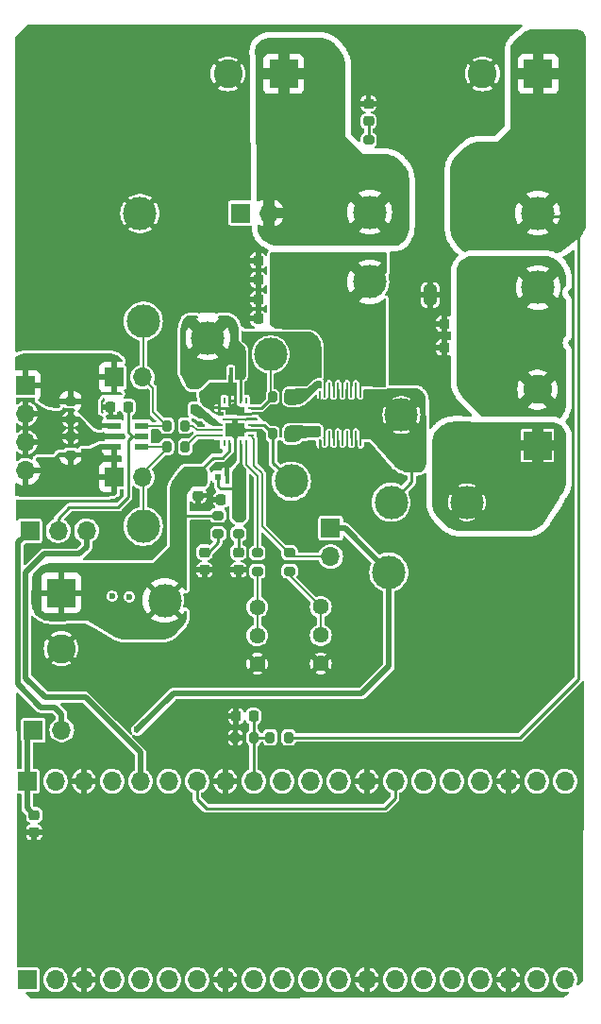
<source format=gbr>
%TF.GenerationSoftware,KiCad,Pcbnew,8.0.9-8.0.9-0~ubuntu22.04.1*%
%TF.CreationDate,2025-04-21T10:33:26+05:30*%
%TF.ProjectId,Variable Buck Converter,56617269-6162-46c6-9520-4275636b2043,rev?*%
%TF.SameCoordinates,Original*%
%TF.FileFunction,Copper,L1,Top*%
%TF.FilePolarity,Positive*%
%FSLAX46Y46*%
G04 Gerber Fmt 4.6, Leading zero omitted, Abs format (unit mm)*
G04 Created by KiCad (PCBNEW 8.0.9-8.0.9-0~ubuntu22.04.1) date 2025-04-21 10:33:26*
%MOMM*%
%LPD*%
G01*
G04 APERTURE LIST*
G04 Aperture macros list*
%AMRoundRect*
0 Rectangle with rounded corners*
0 $1 Rounding radius*
0 $2 $3 $4 $5 $6 $7 $8 $9 X,Y pos of 4 corners*
0 Add a 4 corners polygon primitive as box body*
4,1,4,$2,$3,$4,$5,$6,$7,$8,$9,$2,$3,0*
0 Add four circle primitives for the rounded corners*
1,1,$1+$1,$2,$3*
1,1,$1+$1,$4,$5*
1,1,$1+$1,$6,$7*
1,1,$1+$1,$8,$9*
0 Add four rect primitives between the rounded corners*
20,1,$1+$1,$2,$3,$4,$5,0*
20,1,$1+$1,$4,$5,$6,$7,0*
20,1,$1+$1,$6,$7,$8,$9,0*
20,1,$1+$1,$8,$9,$2,$3,0*%
G04 Aperture macros list end*
%TA.AperFunction,ComponentPad*%
%ADD10C,3.000000*%
%TD*%
%TA.AperFunction,SMDPad,CuDef*%
%ADD11RoundRect,0.250000X-0.312500X-0.625000X0.312500X-0.625000X0.312500X0.625000X-0.312500X0.625000X0*%
%TD*%
%TA.AperFunction,SMDPad,CuDef*%
%ADD12RoundRect,0.200000X0.275000X-0.200000X0.275000X0.200000X-0.275000X0.200000X-0.275000X-0.200000X0*%
%TD*%
%TA.AperFunction,SMDPad,CuDef*%
%ADD13RoundRect,0.218750X-0.256250X0.218750X-0.256250X-0.218750X0.256250X-0.218750X0.256250X0.218750X0*%
%TD*%
%TA.AperFunction,SMDPad,CuDef*%
%ADD14RoundRect,0.200000X-0.200000X-0.275000X0.200000X-0.275000X0.200000X0.275000X-0.200000X0.275000X0*%
%TD*%
%TA.AperFunction,SMDPad,CuDef*%
%ADD15RoundRect,0.200000X-0.275000X0.200000X-0.275000X-0.200000X0.275000X-0.200000X0.275000X0.200000X0*%
%TD*%
%TA.AperFunction,ComponentPad*%
%ADD16R,1.700000X1.700000*%
%TD*%
%TA.AperFunction,ComponentPad*%
%ADD17O,1.700000X1.700000*%
%TD*%
%TA.AperFunction,SMDPad,CuDef*%
%ADD18RoundRect,0.218750X0.256250X-0.218750X0.256250X0.218750X-0.256250X0.218750X-0.256250X-0.218750X0*%
%TD*%
%TA.AperFunction,SMDPad,CuDef*%
%ADD19RoundRect,0.225000X0.225000X0.250000X-0.225000X0.250000X-0.225000X-0.250000X0.225000X-0.250000X0*%
%TD*%
%TA.AperFunction,SMDPad,CuDef*%
%ADD20R,0.600000X0.600000*%
%TD*%
%TA.AperFunction,SMDPad,CuDef*%
%ADD21R,0.400000X1.200000*%
%TD*%
%TA.AperFunction,SMDPad,CuDef*%
%ADD22O,0.180000X0.560000*%
%TD*%
%TA.AperFunction,SMDPad,CuDef*%
%ADD23O,0.180000X1.362000*%
%TD*%
%TA.AperFunction,SMDPad,CuDef*%
%ADD24RoundRect,0.200000X0.200000X0.275000X-0.200000X0.275000X-0.200000X-0.275000X0.200000X-0.275000X0*%
%TD*%
%TA.AperFunction,SMDPad,CuDef*%
%ADD25RoundRect,0.225000X-0.250000X0.225000X-0.250000X-0.225000X0.250000X-0.225000X0.250000X0.225000X0*%
%TD*%
%TA.AperFunction,SMDPad,CuDef*%
%ADD26RoundRect,0.250000X0.325000X0.650000X-0.325000X0.650000X-0.325000X-0.650000X0.325000X-0.650000X0*%
%TD*%
%TA.AperFunction,ComponentPad*%
%ADD27C,1.440000*%
%TD*%
%TA.AperFunction,SMDPad,CuDef*%
%ADD28RoundRect,0.225000X0.250000X-0.225000X0.250000X0.225000X-0.250000X0.225000X-0.250000X-0.225000X0*%
%TD*%
%TA.AperFunction,SMDPad,CuDef*%
%ADD29R,0.250000X0.600000*%
%TD*%
%TA.AperFunction,SMDPad,CuDef*%
%ADD30R,0.600000X0.250000*%
%TD*%
%TA.AperFunction,SMDPad,CuDef*%
%ADD31R,1.700000X1.200000*%
%TD*%
%TA.AperFunction,SMDPad,CuDef*%
%ADD32R,1.700000X0.750000*%
%TD*%
%TA.AperFunction,ComponentPad*%
%ADD33R,2.600000X2.600000*%
%TD*%
%TA.AperFunction,ComponentPad*%
%ADD34C,2.600000*%
%TD*%
%TA.AperFunction,SMDPad,CuDef*%
%ADD35R,1.200000X0.600000*%
%TD*%
%TA.AperFunction,SMDPad,CuDef*%
%ADD36RoundRect,0.250000X0.625000X-0.312500X0.625000X0.312500X-0.625000X0.312500X-0.625000X-0.312500X0*%
%TD*%
%TA.AperFunction,SMDPad,CuDef*%
%ADD37R,0.460000X0.840000*%
%TD*%
%TA.AperFunction,ViaPad*%
%ADD38C,0.600000*%
%TD*%
%TA.AperFunction,Conductor*%
%ADD39C,0.254000*%
%TD*%
%TA.AperFunction,Conductor*%
%ADD40C,0.500000*%
%TD*%
%TA.AperFunction,Conductor*%
%ADD41C,0.250000*%
%TD*%
%TA.AperFunction,Conductor*%
%ADD42C,0.156500*%
%TD*%
%TA.AperFunction,Conductor*%
%ADD43C,0.200000*%
%TD*%
G04 APERTURE END LIST*
D10*
%TO.P,TP15,1,1*%
%TO.N,Net-(J4-Pin_1)*%
X125200000Y-102230000D03*
%TD*%
%TO.P,TP14,1,1*%
%TO.N,/Buck Converter/HS*%
X118400000Y-102230000D03*
%TD*%
D11*
%TO.P,R16,1*%
%TO.N,/Buck Converter/HS*%
X120237500Y-97940000D03*
%TO.P,R16,2*%
%TO.N,Net-(J4-Pin_1)*%
X123162500Y-97940000D03*
%TD*%
D12*
%TO.P,R15,1*%
%TO.N,+Vin_Buck*%
X116370000Y-71435000D03*
%TO.P,R15,2*%
%TO.N,Net-(D4-A)*%
X116370000Y-69785000D03*
%TD*%
D13*
%TO.P,D4,1,K*%
%TO.N,GND*%
X116360000Y-66492500D03*
%TO.P,D4,2,A*%
%TO.N,Net-(D4-A)*%
X116360000Y-68067500D03*
%TD*%
D10*
%TO.P,TP3,1,1*%
%TO.N,/Buck Converter/HS*%
X119320000Y-94420000D03*
%TD*%
D14*
%TO.P,R5,1*%
%TO.N,Net-(IC1-1Y)*%
X98265000Y-95360000D03*
%TO.P,R5,2*%
%TO.N,Net-(IC2-EN{slash}HI)*%
X99915000Y-95360000D03*
%TD*%
D10*
%TO.P,TP5,1,1*%
%TO.N,Net-(D1-K)*%
X101940000Y-87500000D03*
%TD*%
D15*
%TO.P,R10,1*%
%TO.N,Net-(IC2-DHL)*%
X106400000Y-106760000D03*
%TO.P,R10,2*%
%TO.N,Net-(POT2-Pad1)*%
X106400000Y-108410000D03*
%TD*%
D16*
%TO.P,JP2,1,A*%
%TO.N,/Buck Converter/EN*%
X93545000Y-91030000D03*
D17*
%TO.P,JP2,2,B*%
%TO.N,Net-(IC1-1Y)*%
X96085000Y-91030000D03*
%TD*%
D10*
%TO.P,TP10,1,1*%
%TO.N,+Vin_Buck*%
X116480000Y-76240000D03*
%TD*%
D16*
%TO.P,JP6,1,A*%
%TO.N,+VIN*%
X104865000Y-76310000D03*
D17*
%TO.P,JP6,2,B*%
%TO.N,+Vin_Buck*%
X107405000Y-76310000D03*
%TD*%
D15*
%TO.P,R7,1*%
%TO.N,+5V*%
X104680000Y-103407500D03*
%TO.P,R7,2*%
%TO.N,Net-(D2-A)*%
X104680000Y-105057500D03*
%TD*%
D18*
%TO.P,D2,1,K*%
%TO.N,GND*%
X104680000Y-108290000D03*
%TO.P,D2,2,A*%
%TO.N,Net-(D2-A)*%
X104680000Y-106715000D03*
%TD*%
D19*
%TO.P,C12,1*%
%TO.N,Net-(C10-Pad1)*%
X108015000Y-80576668D03*
%TO.P,C12,2*%
%TO.N,GND*%
X106465000Y-80576668D03*
%TD*%
D20*
%TO.P,C4,1,1*%
%TO.N,Net-(D1-K)*%
X103210000Y-90730000D03*
D21*
%TO.P,C4,2,2*%
%TO.N,/Buck Converter/HS*%
X104010000Y-90730000D03*
D20*
%TO.P,C4,3,3*%
%TO.N,Net-(D1-K)*%
X104810000Y-90730000D03*
%TD*%
D10*
%TO.P,TP11,1,1*%
%TO.N,Net-(C10-Pad1)*%
X116480000Y-82470000D03*
%TD*%
%TO.P,TP7,1,1*%
%TO.N,+5V*%
X118190000Y-108500000D03*
%TD*%
D19*
%TO.P,C13,1*%
%TO.N,Net-(C10-Pad1)*%
X108015000Y-82303334D03*
%TO.P,C13,2*%
%TO.N,GND*%
X106465000Y-82303334D03*
%TD*%
%TO.P,C2,1*%
%TO.N,Net-(J7-Pin_9)*%
X106045000Y-121400000D03*
%TO.P,C2,2*%
%TO.N,GND*%
X104495000Y-121400000D03*
%TD*%
D22*
%TO.P,Q2,1,G*%
%TO.N,Net-(Q2-G)*%
X112040000Y-96079000D03*
%TO.P,Q2,2,SUB*%
%TO.N,GND*%
X112040000Y-96881000D03*
D23*
%TO.P,Q2,3,D*%
%TO.N,/Buck Converter/HS*%
X112440000Y-96480000D03*
%TO.P,Q2,4,S*%
%TO.N,GND*%
X112840000Y-96480000D03*
%TO.P,Q2,5,D*%
%TO.N,/Buck Converter/HS*%
X113240000Y-96480000D03*
%TO.P,Q2,6,S*%
%TO.N,GND*%
X113640000Y-96480000D03*
%TO.P,Q2,7,D*%
%TO.N,/Buck Converter/HS*%
X114040000Y-96480000D03*
%TO.P,Q2,8,S*%
%TO.N,GND*%
X114440000Y-96480000D03*
%TO.P,Q2,9,D*%
%TO.N,/Buck Converter/HS*%
X114840000Y-96480000D03*
%TO.P,Q2,10,S*%
%TO.N,GND*%
X115240000Y-96480000D03*
%TO.P,Q2,11,D*%
%TO.N,/Buck Converter/HS*%
X115640000Y-96480000D03*
%TD*%
D24*
%TO.P,R12,1*%
%TO.N,Net-(Q2-G)*%
X109440000Y-96080000D03*
%TO.P,R12,2*%
%TO.N,/Buck Converter/LO*%
X107790000Y-96080000D03*
%TD*%
D10*
%TO.P,TP13,1,1*%
%TO.N,/Buck Converter/V_OUT*%
X131550000Y-76330000D03*
%TD*%
D19*
%TO.P,C9,1*%
%TO.N,Net-(C10-Pad1)*%
X108015000Y-85756668D03*
%TO.P,C9,2*%
%TO.N,GND*%
X106465000Y-85756668D03*
%TD*%
D16*
%TO.P,JP1,1,A*%
%TO.N,Net-(J7-Pin_1)*%
X86295000Y-122640000D03*
D17*
%TO.P,JP1,2,B*%
%TO.N,+5V*%
X88835000Y-122640000D03*
%TD*%
D10*
%TO.P,TP4,1,1*%
%TO.N,GND*%
X95850000Y-76340000D03*
%TD*%
D16*
%TO.P,JP5,1,A*%
%TO.N,+5V*%
X112970000Y-104560000D03*
D17*
%TO.P,JP5,2,B*%
%TO.N,Net-(IC2-DLH)*%
X112970000Y-107100000D03*
%TD*%
D25*
%TO.P,C5,1*%
%TO.N,+VIN*%
X101100000Y-100075000D03*
%TO.P,C5,2*%
%TO.N,GND*%
X101100000Y-101625000D03*
%TD*%
D26*
%TO.P,C14,1*%
%TO.N,Net-(J4-Pin_2)*%
X124855000Y-83640000D03*
%TO.P,C14,2*%
%TO.N,GND*%
X121905000Y-83640000D03*
%TD*%
D27*
%TO.P,POT2,1,1*%
%TO.N,Net-(POT2-Pad1)*%
X106390000Y-111640000D03*
%TO.P,POT2,2,2*%
X106390000Y-114180000D03*
%TO.P,POT2,3,3*%
%TO.N,GND*%
X106390000Y-116720000D03*
%TD*%
D16*
%TO.P,JP3,1,A*%
%TO.N,/pwm*%
X93545000Y-99970000D03*
D17*
%TO.P,JP3,2,B*%
%TO.N,Net-(IC1-2Y)*%
X96085000Y-99970000D03*
%TD*%
D10*
%TO.P,TP6,1,1*%
%TO.N,+VIN*%
X98080000Y-111030000D03*
%TD*%
D27*
%TO.P,POT1,1,1*%
%TO.N,Net-(POT1-Pad1)*%
X112080000Y-111610000D03*
%TO.P,POT1,2,2*%
X112080000Y-114150000D03*
%TO.P,POT1,3,3*%
%TO.N,GND*%
X112080000Y-116690000D03*
%TD*%
D19*
%TO.P,C6,1*%
%TO.N,+5V*%
X104695000Y-101970000D03*
%TO.P,C6,2*%
%TO.N,GND*%
X103145000Y-101970000D03*
%TD*%
D16*
%TO.P,J6,1,Pin_1*%
%TO.N,unconnected-(J6-Pin_1-Pad1)*%
X85730000Y-145010000D03*
D17*
%TO.P,J6,2,Pin_2*%
%TO.N,unconnected-(J6-Pin_2-Pad2)*%
X88270000Y-145010000D03*
%TO.P,J6,3,Pin_3*%
%TO.N,GND*%
X90810000Y-145010000D03*
%TO.P,J6,4,Pin_4*%
%TO.N,unconnected-(J6-Pin_4-Pad4)*%
X93350000Y-145010000D03*
%TO.P,J6,5,Pin_5*%
%TO.N,unconnected-(J6-Pin_5-Pad5)*%
X95890000Y-145010000D03*
%TO.P,J6,6,Pin_6*%
%TO.N,unconnected-(J6-Pin_6-Pad6)*%
X98430000Y-145010000D03*
%TO.P,J6,7,Pin_7*%
%TO.N,unconnected-(J6-Pin_7-Pad7)*%
X100970000Y-145010000D03*
%TO.P,J6,8,Pin_8*%
%TO.N,GND*%
X103510000Y-145010000D03*
%TO.P,J6,9,Pin_9*%
%TO.N,unconnected-(J6-Pin_9-Pad9)*%
X106050000Y-145010000D03*
%TO.P,J6,10,Pin_10*%
%TO.N,unconnected-(J6-Pin_10-Pad10)*%
X108590000Y-145010000D03*
%TO.P,J6,11,Pin_11*%
%TO.N,unconnected-(J6-Pin_11-Pad11)*%
X111130000Y-145010000D03*
%TO.P,J6,12,Pin_12*%
%TO.N,unconnected-(J6-Pin_12-Pad12)*%
X113670000Y-145010000D03*
%TO.P,J6,13,Pin_13*%
%TO.N,GND*%
X116210000Y-145010000D03*
%TO.P,J6,14,Pin_14*%
%TO.N,unconnected-(J6-Pin_14-Pad14)*%
X118750000Y-145010000D03*
%TO.P,J6,15,Pin_15*%
%TO.N,unconnected-(J6-Pin_15-Pad15)*%
X121290000Y-145010000D03*
%TO.P,J6,16,Pin_16*%
%TO.N,unconnected-(J6-Pin_16-Pad16)*%
X123830000Y-145010000D03*
%TO.P,J6,17,Pin_17*%
%TO.N,unconnected-(J6-Pin_17-Pad17)*%
X126370000Y-145010000D03*
%TO.P,J6,18,Pin_18*%
%TO.N,GND*%
X128910000Y-145010000D03*
%TO.P,J6,19,Pin_19*%
%TO.N,unconnected-(J6-Pin_19-Pad19)*%
X131450000Y-145010000D03*
%TO.P,J6,20,Pin_20*%
%TO.N,unconnected-(J6-Pin_20-Pad20)*%
X133990000Y-145010000D03*
%TD*%
D28*
%TO.P,C1,1*%
%TO.N,GND*%
X86360000Y-131815000D03*
%TO.P,C1,2*%
%TO.N,Net-(J7-Pin_1)*%
X86360000Y-130265000D03*
%TD*%
D29*
%TO.P,IC2,1,NC_1*%
%TO.N,unconnected-(IC2-NC_1-Pad1)*%
X103410000Y-96930000D03*
%TO.P,IC2,2,VIN*%
%TO.N,+VIN*%
X103910000Y-96930000D03*
%TO.P,IC2,3,VSS_1*%
%TO.N,GND*%
X104410000Y-96930000D03*
%TO.P,IC2,4,VDD*%
%TO.N,+5V*%
X104910000Y-96930000D03*
%TO.P,IC2,5,DHL*%
%TO.N,Net-(IC2-DHL)*%
X105410000Y-96930000D03*
D30*
%TO.P,IC2,6,DLH*%
%TO.N,Net-(IC2-DLH)*%
X105810000Y-96280000D03*
%TO.P,IC2,7,VSS_2*%
%TO.N,GND*%
X105810000Y-95780000D03*
%TO.P,IC2,8,LO*%
%TO.N,/Buck Converter/LO*%
X105810000Y-95280000D03*
%TO.P,IC2,9,HS_1*%
%TO.N,/Buck Converter/HS*%
X105810000Y-94280000D03*
%TO.P,IC2,10,HO*%
%TO.N,/Buck Converter/HO*%
X105810000Y-93780000D03*
D29*
%TO.P,IC2,11,NC_2*%
%TO.N,unconnected-(IC2-NC_2-Pad11)*%
X105410000Y-93130000D03*
%TO.P,IC2,12,HB*%
%TO.N,Net-(D1-K)*%
X104910000Y-93130000D03*
%TO.P,IC2,13,HS_2*%
%TO.N,/Buck Converter/HS*%
X104410000Y-93130000D03*
%TO.P,IC2,14,NC1*%
X103910000Y-93130000D03*
%TO.P,IC2,15,NC_3*%
%TO.N,unconnected-(IC2-NC_3-Pad15)*%
X103410000Y-93130000D03*
D30*
%TO.P,IC2,16,HS_3*%
%TO.N,/Buck Converter/HS*%
X103010000Y-93780000D03*
%TO.P,IC2,17,BST*%
%TO.N,Net-(D1-A)*%
X103010000Y-95280000D03*
%TO.P,IC2,18,EN/HI*%
%TO.N,Net-(IC2-EN{slash}HI)*%
X103010000Y-95780000D03*
%TO.P,IC2,19,PWM/LI*%
%TO.N,Net-(IC2-PWM{slash}LI)*%
X103010000Y-96280000D03*
D31*
%TO.P,IC2,20,VSS_3*%
%TO.N,GND*%
X104410000Y-95780000D03*
D32*
%TO.P,IC2,21,HS_4*%
%TO.N,/Buck Converter/HS*%
X104410000Y-94055000D03*
%TD*%
D33*
%TO.P,J4,1,Pin_1*%
%TO.N,Net-(J4-Pin_1)*%
X131525000Y-97140000D03*
D34*
%TO.P,J4,2,Pin_2*%
%TO.N,Net-(J4-Pin_2)*%
X131525000Y-92140000D03*
%TD*%
D33*
%TO.P,J3,1,Pin_1*%
%TO.N,+Vin_Buck*%
X108750000Y-63830000D03*
D34*
%TO.P,J3,2,Pin_2*%
%TO.N,GND*%
X103750000Y-63830000D03*
%TD*%
D22*
%TO.P,Q1,1,G*%
%TO.N,Net-(Q1-G)*%
X112030000Y-91750000D03*
%TO.P,Q1,2,SUB*%
%TO.N,/Buck Converter/HS*%
X112030000Y-92552000D03*
D23*
%TO.P,Q1,3,D*%
%TO.N,Net-(C10-Pad1)*%
X112430000Y-92151000D03*
%TO.P,Q1,4,S*%
%TO.N,/Buck Converter/HS*%
X112830000Y-92151000D03*
%TO.P,Q1,5,D*%
%TO.N,Net-(C10-Pad1)*%
X113230000Y-92151000D03*
%TO.P,Q1,6,S*%
%TO.N,/Buck Converter/HS*%
X113630000Y-92151000D03*
%TO.P,Q1,7,D*%
%TO.N,Net-(C10-Pad1)*%
X114030000Y-92151000D03*
%TO.P,Q1,8,S*%
%TO.N,/Buck Converter/HS*%
X114430000Y-92151000D03*
%TO.P,Q1,9,D*%
%TO.N,Net-(C10-Pad1)*%
X114830000Y-92151000D03*
%TO.P,Q1,10,S*%
%TO.N,/Buck Converter/HS*%
X115230000Y-92151000D03*
%TO.P,Q1,11,D*%
%TO.N,Net-(C10-Pad1)*%
X115630000Y-92151000D03*
%TD*%
D33*
%TO.P,J5,1,Pin_1*%
%TO.N,/Buck Converter/V_OUT*%
X131595000Y-63830000D03*
D34*
%TO.P,J5,2,Pin_2*%
%TO.N,GND*%
X126595000Y-63830000D03*
%TD*%
D10*
%TO.P,TP8,1,1*%
%TO.N,/Buck Converter/HO*%
X107580000Y-88980000D03*
%TD*%
D35*
%TO.P,IC1,1,1A*%
%TO.N,/Buck Converter/EN*%
X93530000Y-95360000D03*
%TO.P,IC1,2,GND*%
%TO.N,GND*%
X93530000Y-96310000D03*
%TO.P,IC1,3,2A*%
%TO.N,/pwm*%
X93530000Y-97260000D03*
%TO.P,IC1,4,2Y*%
%TO.N,Net-(IC1-2Y)*%
X96030000Y-97260000D03*
%TO.P,IC1,5,VCC*%
%TO.N,Net-(IC1-VCC)*%
X96030000Y-96310000D03*
%TO.P,IC1,6,1Y*%
%TO.N,Net-(IC1-1Y)*%
X96030000Y-95360000D03*
%TD*%
D15*
%TO.P,R8,1*%
%TO.N,+VIN*%
X102870000Y-103410000D03*
%TO.P,R8,2*%
%TO.N,Net-(D3-A)*%
X102870000Y-105060000D03*
%TD*%
D19*
%TO.P,C11,1*%
%TO.N,Net-(J4-Pin_2)*%
X124695000Y-88370000D03*
%TO.P,C11,2*%
%TO.N,GND*%
X123145000Y-88370000D03*
%TD*%
D24*
%TO.P,R2,1*%
%TO.N,Net-(J7-Pin_9)*%
X106070000Y-123310000D03*
%TO.P,R2,2*%
%TO.N,GND*%
X104420000Y-123310000D03*
%TD*%
D36*
%TO.P,R14,1*%
%TO.N,Net-(J4-Pin_2)*%
X127190000Y-81662500D03*
%TO.P,R14,2*%
%TO.N,/Buck Converter/V_OUT*%
X127190000Y-78737500D03*
%TD*%
D16*
%TO.P,J7,1,Pin_1*%
%TO.N,Net-(J7-Pin_1)*%
X85730000Y-127230000D03*
D17*
%TO.P,J7,2,Pin_2*%
%TO.N,unconnected-(J7-Pin_2-Pad2)*%
X88270000Y-127230000D03*
%TO.P,J7,3,Pin_3*%
%TO.N,GND*%
X90810000Y-127230000D03*
%TO.P,J7,4,Pin_4*%
%TO.N,unconnected-(J7-Pin_4-Pad4)*%
X93350000Y-127230000D03*
%TO.P,J7,5,Pin_5*%
%TO.N,+3V3*%
X95890000Y-127230000D03*
%TO.P,J7,6,Pin_6*%
%TO.N,unconnected-(J7-Pin_6-Pad6)*%
X98430000Y-127230000D03*
%TO.P,J7,7,Pin_7*%
%TO.N,/pwm*%
X100970000Y-127230000D03*
%TO.P,J7,8,Pin_8*%
%TO.N,GND*%
X103510000Y-127230000D03*
%TO.P,J7,9,Pin_9*%
%TO.N,Net-(J7-Pin_9)*%
X106050000Y-127230000D03*
%TO.P,J7,10,Pin_10*%
%TO.N,unconnected-(J7-Pin_10-Pad10)*%
X108590000Y-127230000D03*
%TO.P,J7,11,Pin_11*%
%TO.N,unconnected-(J7-Pin_11-Pad11)*%
X111130000Y-127230000D03*
%TO.P,J7,12,Pin_12*%
%TO.N,unconnected-(J7-Pin_12-Pad12)*%
X113670000Y-127230000D03*
%TO.P,J7,13,Pin_13*%
%TO.N,GND*%
X116210000Y-127230000D03*
%TO.P,J7,14,Pin_14*%
%TO.N,/pwm*%
X118750000Y-127230000D03*
%TO.P,J7,15,Pin_15*%
%TO.N,/Buck Converter/EN*%
X121290000Y-127230000D03*
%TO.P,J7,16,Pin_16*%
%TO.N,unconnected-(J7-Pin_16-Pad16)*%
X123830000Y-127230000D03*
%TO.P,J7,17,Pin_17*%
%TO.N,unconnected-(J7-Pin_17-Pad17)*%
X126370000Y-127230000D03*
%TO.P,J7,18,Pin_18*%
%TO.N,GND*%
X128910000Y-127230000D03*
%TO.P,J7,19,Pin_19*%
%TO.N,unconnected-(J7-Pin_19-Pad19)*%
X131450000Y-127230000D03*
%TO.P,J7,20,Pin_20*%
%TO.N,unconnected-(J7-Pin_20-Pad20)*%
X133990000Y-127230000D03*
%TD*%
D19*
%TO.P,C10,1*%
%TO.N,Net-(C10-Pad1)*%
X108015000Y-84030000D03*
%TO.P,C10,2*%
%TO.N,GND*%
X106465000Y-84030000D03*
%TD*%
D12*
%TO.P,R4,1*%
%TO.N,/pwm*%
X89630000Y-97985000D03*
%TO.P,R4,2*%
%TO.N,GND*%
X89630000Y-96335000D03*
%TD*%
D15*
%TO.P,R9,1*%
%TO.N,Net-(IC2-DLH)*%
X109290000Y-106755000D03*
%TO.P,R9,2*%
%TO.N,Net-(POT1-Pad1)*%
X109290000Y-108405000D03*
%TD*%
D19*
%TO.P,C3,1*%
%TO.N,Net-(IC1-VCC)*%
X94795000Y-93680000D03*
%TO.P,C3,2*%
%TO.N,GND*%
X93245000Y-93680000D03*
%TD*%
D10*
%TO.P,TP2,1,1*%
%TO.N,Net-(IC1-2Y)*%
X96160000Y-104390000D03*
%TD*%
%TO.P,TP9,1,1*%
%TO.N,/Buck Converter/LO*%
X109440000Y-100350000D03*
%TD*%
D20*
%TO.P,C7,1,1*%
%TO.N,+5V*%
X104470000Y-99940000D03*
D21*
%TO.P,C7,2,2*%
%TO.N,GND*%
X103670000Y-99940000D03*
D20*
%TO.P,C7,3,3*%
%TO.N,+5V*%
X102870000Y-99940000D03*
%TD*%
D36*
%TO.P,R13,1*%
%TO.N,Net-(C10-Pad1)*%
X111360000Y-81255000D03*
%TO.P,R13,2*%
%TO.N,+Vin_Buck*%
X111360000Y-78330000D03*
%TD*%
D24*
%TO.P,R1,1*%
%TO.N,/Buck Converter/V_OUT*%
X109190000Y-123300000D03*
%TO.P,R1,2*%
%TO.N,Net-(J7-Pin_9)*%
X107540000Y-123300000D03*
%TD*%
D15*
%TO.P,R3,1*%
%TO.N,/Buck Converter/EN*%
X89630000Y-93165000D03*
%TO.P,R3,2*%
%TO.N,GND*%
X89630000Y-94815000D03*
%TD*%
D24*
%TO.P,R11,1*%
%TO.N,Net-(Q1-G)*%
X109430000Y-92780000D03*
%TO.P,R11,2*%
%TO.N,/Buck Converter/HO*%
X107780000Y-92780000D03*
%TD*%
D33*
%TO.P,J2,1,Pin_1*%
%TO.N,+VIN*%
X88790000Y-110350000D03*
D34*
%TO.P,J2,2,Pin_2*%
%TO.N,GND*%
X88790000Y-115350000D03*
%TD*%
D16*
%TO.P,JP4,1,A*%
%TO.N,+5V*%
X85975000Y-104790000D03*
D17*
%TO.P,JP4,2,C*%
%TO.N,Net-(IC1-VCC)*%
X88515000Y-104790000D03*
%TO.P,JP4,3,B*%
%TO.N,+3V3*%
X91055000Y-104790000D03*
%TD*%
D16*
%TO.P,J1,1,Pin_1*%
%TO.N,/Buck Converter/EN*%
X85570000Y-91760000D03*
D17*
%TO.P,J1,2,Pin_2*%
%TO.N,GND*%
X85570000Y-94300000D03*
%TO.P,J1,3,Pin_3*%
X85570000Y-96840000D03*
%TO.P,J1,4,Pin_4*%
%TO.N,/pwm*%
X85570000Y-99380000D03*
%TD*%
D10*
%TO.P,TP1,1,1*%
%TO.N,Net-(IC1-1Y)*%
X96160000Y-86010000D03*
%TD*%
%TO.P,TP12,1,1*%
%TO.N,Net-(J4-Pin_2)*%
X131580000Y-82980000D03*
%TD*%
D37*
%TO.P,D1,1,K*%
%TO.N,Net-(D1-K)*%
X100800000Y-91610000D03*
%TO.P,D1,2,A*%
%TO.N,Net-(D1-A)*%
X100800000Y-93910000D03*
%TD*%
D24*
%TO.P,R6,1*%
%TO.N,Net-(IC2-PWM{slash}LI)*%
X99915000Y-97270000D03*
%TO.P,R6,2*%
%TO.N,Net-(IC1-2Y)*%
X98265000Y-97270000D03*
%TD*%
D19*
%TO.P,C8,1*%
%TO.N,Net-(J4-Pin_2)*%
X124695000Y-86230000D03*
%TO.P,C8,2*%
%TO.N,GND*%
X123145000Y-86230000D03*
%TD*%
D18*
%TO.P,D3,1,K*%
%TO.N,GND*%
X101650000Y-108287500D03*
%TO.P,D3,2,A*%
%TO.N,Net-(D3-A)*%
X101650000Y-106712500D03*
%TD*%
D38*
%TO.N,GND*%
X104010000Y-98530000D03*
X93610000Y-136760000D03*
X99680000Y-120550000D03*
X102050000Y-123500000D03*
X114950000Y-97770000D03*
X120510000Y-83830000D03*
X112286668Y-99220000D03*
X104740000Y-109530000D03*
X114060000Y-99220000D03*
X110860000Y-97080000D03*
X105060000Y-80560000D03*
X134590000Y-87950000D03*
X133150000Y-118380000D03*
X134870000Y-119990000D03*
X131960000Y-122820000D03*
X113173334Y-99220000D03*
X101223885Y-95201750D03*
X101640000Y-97410000D03*
X112290000Y-97770000D03*
X130510000Y-121060000D03*
X109290000Y-124850000D03*
X105090000Y-82330000D03*
X93245000Y-93680000D03*
X134580000Y-83450000D03*
X122420000Y-122400000D03*
X118180000Y-64950000D03*
X122150000Y-64840000D03*
X93370000Y-106850000D03*
X111840000Y-98470000D03*
X99590000Y-123370000D03*
X87470000Y-102720000D03*
X113176666Y-97770000D03*
X130010000Y-124460000D03*
X94020000Y-94410000D03*
X99850000Y-125240000D03*
X105120000Y-84050000D03*
X87940000Y-95810000D03*
X97750000Y-118650000D03*
X114946668Y-99220000D03*
X93350000Y-110640000D03*
X114063332Y-97770000D03*
X114483332Y-98470000D03*
X117710000Y-124430000D03*
X126830000Y-124360000D03*
X98990000Y-64270000D03*
X98930000Y-61070000D03*
X134360000Y-106100000D03*
X93370000Y-104100000D03*
X101140000Y-102680000D03*
X96200000Y-117240000D03*
X125150000Y-136600000D03*
X134540000Y-94900000D03*
X107880000Y-107830000D03*
X93340000Y-116050000D03*
X134150000Y-111140000D03*
X108780000Y-136680000D03*
X102880000Y-109540000D03*
X94910000Y-110710000D03*
X126870000Y-122400000D03*
X122420000Y-124510000D03*
X112710000Y-98470000D03*
X125160000Y-113040000D03*
X121660000Y-88270000D03*
X109590000Y-97380000D03*
X98000000Y-121880000D03*
X121620000Y-86160000D03*
X95170000Y-115850000D03*
X115370000Y-98470000D03*
X113500000Y-124320000D03*
X87990000Y-96870000D03*
X117790000Y-122290000D03*
X101210000Y-122090000D03*
X95240000Y-106830000D03*
X94720000Y-118480000D03*
X134250000Y-102050000D03*
X122040000Y-70580000D03*
X102110000Y-125280000D03*
X87910000Y-94780000D03*
X96400000Y-120120000D03*
X102140000Y-101900000D03*
X113390000Y-122360000D03*
X104410000Y-95780000D03*
X104390000Y-95110000D03*
X134540000Y-80120000D03*
X134110000Y-115090000D03*
X98960000Y-68030000D03*
X115780000Y-113180000D03*
X108510000Y-97130000D03*
X97360000Y-101800000D03*
X113596666Y-98470000D03*
X109290000Y-122020000D03*
X85680000Y-102820000D03*
X107030000Y-97270000D03*
X93370000Y-105450000D03*
X90700000Y-95580000D03*
X99260000Y-116530000D03*
X122790000Y-105340000D03*
X94870000Y-102690000D03*
X105200000Y-85790000D03*
X121930000Y-76320000D03*
%TO.N,/Buck Converter/HS*%
X111500000Y-94030000D03*
X110240000Y-87860000D03*
X104410000Y-94055000D03*
X110930000Y-90780000D03*
X109430000Y-91160000D03*
X102290000Y-92690000D03*
X103940000Y-92050000D03*
X108980000Y-94040000D03*
X106340000Y-91460000D03*
%TO.N,+5V*%
X95615000Y-122615000D03*
X104680000Y-103407500D03*
%TD*%
D39*
%TO.N,Net-(D4-A)*%
X116370000Y-69785000D02*
X116370000Y-68077500D01*
X116370000Y-68077500D02*
X116360000Y-68067500D01*
%TO.N,/Buck Converter/HS*%
X118400000Y-102230000D02*
X120237500Y-100392500D01*
X120237500Y-100392500D02*
X120237500Y-97940000D01*
D40*
%TO.N,Net-(J7-Pin_1)*%
X85730000Y-123205000D02*
X86295000Y-122640000D01*
X85730000Y-127230000D02*
X85730000Y-123205000D01*
X85730000Y-127230000D02*
X85730000Y-129635000D01*
X85730000Y-129635000D02*
X86360000Y-130265000D01*
D39*
%TO.N,Net-(J7-Pin_9)*%
X106080000Y-123300000D02*
X106070000Y-123310000D01*
X106070000Y-121425000D02*
X106045000Y-121400000D01*
X106070000Y-127210000D02*
X106050000Y-127230000D01*
X106070000Y-123310000D02*
X106070000Y-121425000D01*
X107540000Y-123300000D02*
X106080000Y-123300000D01*
X106070000Y-123310000D02*
X106070000Y-127210000D01*
%TO.N,Net-(IC1-VCC)*%
X94795000Y-95929000D02*
X95176000Y-96310000D01*
X93890000Y-102680000D02*
X89510000Y-102680000D01*
X89510000Y-102680000D02*
X88515000Y-103675000D01*
X95176000Y-96310000D02*
X96030000Y-96310000D01*
X88515000Y-103675000D02*
X88515000Y-104790000D01*
X94795000Y-93680000D02*
X94795000Y-95929000D01*
X95176000Y-96310000D02*
X94790000Y-96696000D01*
X94790000Y-96696000D02*
X94790000Y-101780000D01*
X94790000Y-101780000D02*
X93890000Y-102680000D01*
D41*
%TO.N,/Buck Converter/HS*%
X103010000Y-93780000D02*
X104135000Y-93780000D01*
X104635000Y-94280000D02*
X105810000Y-94280000D01*
X103910000Y-93130000D02*
X103910000Y-93555000D01*
X104410000Y-93130000D02*
X104410000Y-94055000D01*
X103910000Y-93555000D02*
X104410000Y-94055000D01*
X104410000Y-94055000D02*
X104635000Y-94280000D01*
X104135000Y-93780000D02*
X104410000Y-94055000D01*
%TO.N,Net-(D1-K)*%
X104910000Y-90830000D02*
X104910000Y-93130000D01*
X104810000Y-90730000D02*
X104910000Y-90830000D01*
%TO.N,+VIN*%
X103240000Y-98240000D02*
X103910000Y-97570000D01*
X101100000Y-100075000D02*
X101100000Y-99590000D01*
X102450000Y-98240000D02*
X103240000Y-98240000D01*
X101100000Y-99590000D02*
X102450000Y-98240000D01*
X99620000Y-103410000D02*
X99600000Y-103430000D01*
X102870000Y-103410000D02*
X99620000Y-103410000D01*
X103910000Y-97570000D02*
X103910000Y-96930000D01*
D40*
%TO.N,+5V*%
X118190000Y-108500000D02*
X114250000Y-104560000D01*
X88835000Y-121215000D02*
X88230000Y-120610000D01*
X118190000Y-116930000D02*
X115740000Y-119380000D01*
D41*
X104470000Y-100730000D02*
X104470000Y-99940000D01*
D40*
X118190000Y-108500000D02*
X118190000Y-116930000D01*
X95615000Y-122615000D02*
X95600000Y-122630000D01*
D41*
X104500000Y-100760000D02*
X104470000Y-100730000D01*
D40*
X84910000Y-118550000D02*
X84910000Y-105855000D01*
X84910000Y-105855000D02*
X85975000Y-104790000D01*
D41*
X104270000Y-100990000D02*
X104500000Y-100760000D01*
D40*
X88835000Y-122640000D02*
X88835000Y-121215000D01*
D41*
X102870000Y-99940000D02*
X102870000Y-100790000D01*
D40*
X98850000Y-119380000D02*
X95615000Y-122615000D01*
X115740000Y-119380000D02*
X98850000Y-119380000D01*
X86970000Y-120610000D02*
X84910000Y-118550000D01*
X114250000Y-104560000D02*
X112970000Y-104560000D01*
D41*
X102870000Y-100790000D02*
X103070000Y-100990000D01*
X103070000Y-100990000D02*
X104270000Y-100990000D01*
D40*
X88230000Y-120610000D02*
X86970000Y-120610000D01*
D41*
%TO.N,Net-(D2-A)*%
X104680000Y-105057500D02*
X104680000Y-106715000D01*
%TO.N,Net-(D3-A)*%
X102870000Y-105060000D02*
X102870000Y-105840000D01*
X102870000Y-105840000D02*
X101997500Y-106712500D01*
X101997500Y-106712500D02*
X101650000Y-106712500D01*
D42*
%TO.N,Net-(IC1-1Y)*%
X97050000Y-91995000D02*
X97050000Y-94145000D01*
X96160000Y-90955000D02*
X96085000Y-91030000D01*
X97050000Y-94145000D02*
X98265000Y-95360000D01*
X96085000Y-91030000D02*
X97050000Y-91995000D01*
X96030000Y-95360000D02*
X98265000Y-95360000D01*
X96160000Y-86010000D02*
X96160000Y-90955000D01*
%TO.N,Net-(IC1-2Y)*%
X96160000Y-104390000D02*
X96160000Y-100045000D01*
X98255000Y-97260000D02*
X98265000Y-97270000D01*
X96085000Y-99970000D02*
X96085000Y-99595000D01*
X96160000Y-100045000D02*
X96085000Y-99970000D01*
X96085000Y-99595000D02*
X98265000Y-97415000D01*
X96030000Y-97260000D02*
X98255000Y-97260000D01*
X98265000Y-97415000D02*
X98265000Y-97270000D01*
D39*
%TO.N,/pwm*%
X101820000Y-129680000D02*
X100970000Y-128830000D01*
X118750000Y-128750000D02*
X117820000Y-129680000D01*
X118750000Y-127230000D02*
X118750000Y-128750000D01*
X100970000Y-128830000D02*
X100970000Y-127230000D01*
X117820000Y-129680000D02*
X101820000Y-129680000D01*
D42*
%TO.N,Net-(IC2-PWM{slash}LI)*%
X100905000Y-96280000D02*
X99915000Y-97270000D01*
X103010000Y-96280000D02*
X100905000Y-96280000D01*
%TO.N,Net-(IC2-EN{slash}HI)*%
X100960000Y-95780000D02*
X103010000Y-95780000D01*
X99915000Y-95360000D02*
X100540000Y-95360000D01*
X100540000Y-95360000D02*
X100960000Y-95780000D01*
%TO.N,Net-(IC2-DLH)*%
X106830000Y-104410000D02*
X109175000Y-106755000D01*
X106100000Y-98920000D02*
X106830000Y-99650000D01*
X109175000Y-106755000D02*
X109290000Y-106755000D01*
X106830000Y-99650000D02*
X106830000Y-104410000D01*
X105810000Y-96280000D02*
X106100000Y-96570000D01*
X106100000Y-96570000D02*
X106100000Y-98920000D01*
X109635000Y-107100000D02*
X109290000Y-106755000D01*
X112970000Y-107100000D02*
X109635000Y-107100000D01*
D43*
%TO.N,/Buck Converter/HO*%
X107580000Y-92580000D02*
X107780000Y-92780000D01*
D41*
X106780000Y-93780000D02*
X107780000Y-92780000D01*
X105810000Y-93780000D02*
X106780000Y-93780000D01*
D43*
X107580000Y-88980000D02*
X107580000Y-92580000D01*
D42*
%TO.N,Net-(IC2-DHL)*%
X106400000Y-99850000D02*
X106400000Y-106760000D01*
X105410000Y-98860000D02*
X106400000Y-99850000D01*
X105410000Y-96930000D02*
X105410000Y-98860000D01*
D41*
%TO.N,/Buck Converter/LO*%
X105810000Y-95280000D02*
X106990000Y-95280000D01*
X106990000Y-95280000D02*
X107790000Y-96080000D01*
X107790000Y-96080000D02*
X107790000Y-98700000D01*
X107790000Y-98700000D02*
X109440000Y-100350000D01*
D39*
%TO.N,/Buck Converter/V_OUT*%
X133880000Y-76630000D02*
X131850000Y-76630000D01*
X135220000Y-118050000D02*
X135220000Y-77970000D01*
X131850000Y-76630000D02*
X131550000Y-76330000D01*
X129970000Y-123300000D02*
X135220000Y-118050000D01*
X109190000Y-123300000D02*
X129970000Y-123300000D01*
X135220000Y-77970000D02*
X133880000Y-76630000D01*
D40*
%TO.N,+3V3*%
X90450000Y-106870000D02*
X87250000Y-106870000D01*
X90975025Y-119735025D02*
X95890000Y-124650000D01*
X85610000Y-117970000D02*
X87375025Y-119735025D01*
X87250000Y-106870000D02*
X85610000Y-108510000D01*
X91055000Y-104790000D02*
X91055000Y-106265000D01*
X87375025Y-119735025D02*
X90975025Y-119735025D01*
X91055000Y-106265000D02*
X90450000Y-106870000D01*
X95890000Y-124650000D02*
X95890000Y-127230000D01*
X85610000Y-108510000D02*
X85610000Y-117970000D01*
D42*
%TO.N,Net-(POT1-Pad1)*%
X112080000Y-111610000D02*
X109290000Y-108820000D01*
X112080000Y-114150000D02*
X112080000Y-111610000D01*
X109290000Y-108820000D02*
X109290000Y-108405000D01*
%TO.N,Net-(POT2-Pad1)*%
X106390000Y-108420000D02*
X106400000Y-108410000D01*
X106390000Y-111640000D02*
X106390000Y-108420000D01*
X106390000Y-114180000D02*
X106390000Y-111640000D01*
%TD*%
%TA.AperFunction,Conductor*%
%TO.N,GND*%
G36*
X115349500Y-97109245D02*
G01*
X115369297Y-97183129D01*
X115369298Y-97183131D01*
X115407538Y-97249366D01*
X115407540Y-97249368D01*
X115407542Y-97249371D01*
X115457492Y-97299321D01*
X115470000Y-98400000D01*
X111950000Y-98410000D01*
X111950000Y-96650000D01*
X112149500Y-96649430D01*
X112149500Y-97109245D01*
X112169297Y-97183129D01*
X112169298Y-97183131D01*
X112207538Y-97249366D01*
X112207540Y-97249368D01*
X112207542Y-97249371D01*
X112261629Y-97303458D01*
X112261631Y-97303459D01*
X112261633Y-97303461D01*
X112309353Y-97331011D01*
X112327871Y-97341703D01*
X112401755Y-97361500D01*
X112401757Y-97361500D01*
X112478243Y-97361500D01*
X112478245Y-97361500D01*
X112552129Y-97341703D01*
X112618371Y-97303458D01*
X112672458Y-97249371D01*
X112710703Y-97183129D01*
X112730500Y-97109245D01*
X112730500Y-96647770D01*
X112949500Y-96647144D01*
X112949500Y-97109245D01*
X112969297Y-97183129D01*
X112969298Y-97183131D01*
X113007538Y-97249366D01*
X113007540Y-97249368D01*
X113007542Y-97249371D01*
X113061629Y-97303458D01*
X113061631Y-97303459D01*
X113061633Y-97303461D01*
X113109353Y-97331011D01*
X113127871Y-97341703D01*
X113201755Y-97361500D01*
X113201757Y-97361500D01*
X113278243Y-97361500D01*
X113278245Y-97361500D01*
X113352129Y-97341703D01*
X113418371Y-97303458D01*
X113472458Y-97249371D01*
X113510703Y-97183129D01*
X113530500Y-97109245D01*
X113530500Y-96645484D01*
X113749500Y-96644858D01*
X113749500Y-97109245D01*
X113769297Y-97183129D01*
X113769298Y-97183131D01*
X113807538Y-97249366D01*
X113807540Y-97249368D01*
X113807542Y-97249371D01*
X113861629Y-97303458D01*
X113861631Y-97303459D01*
X113861633Y-97303461D01*
X113909353Y-97331011D01*
X113927871Y-97341703D01*
X114001755Y-97361500D01*
X114001757Y-97361500D01*
X114078243Y-97361500D01*
X114078245Y-97361500D01*
X114152129Y-97341703D01*
X114218371Y-97303458D01*
X114272458Y-97249371D01*
X114310703Y-97183129D01*
X114330500Y-97109245D01*
X114330500Y-96643198D01*
X114549500Y-96642572D01*
X114549500Y-97109245D01*
X114569297Y-97183129D01*
X114569298Y-97183131D01*
X114607538Y-97249366D01*
X114607540Y-97249368D01*
X114607542Y-97249371D01*
X114661629Y-97303458D01*
X114661631Y-97303459D01*
X114661633Y-97303461D01*
X114709353Y-97331011D01*
X114727871Y-97341703D01*
X114801755Y-97361500D01*
X114801757Y-97361500D01*
X114878243Y-97361500D01*
X114878245Y-97361500D01*
X114952129Y-97341703D01*
X115018371Y-97303458D01*
X115072458Y-97249371D01*
X115110703Y-97183129D01*
X115130500Y-97109245D01*
X115130500Y-96640912D01*
X115349500Y-96640287D01*
X115349500Y-97109245D01*
G37*
%TD.AperFunction*%
%TD*%
%TA.AperFunction,Conductor*%
%TO.N,/Buck Converter/EN*%
G36*
X93054731Y-88860366D02*
G01*
X93063370Y-88861031D01*
X93282778Y-88877932D01*
X93301591Y-88880849D01*
X93519594Y-88932043D01*
X93537735Y-88937804D01*
X93745345Y-89021789D01*
X93762375Y-89030254D01*
X93954666Y-89145043D01*
X93970217Y-89156030D01*
X93992675Y-89174639D01*
X94142483Y-89298771D01*
X94156446Y-89312323D01*
X94298818Y-89474071D01*
X94328336Y-89537399D01*
X94318930Y-89606633D01*
X94273587Y-89659791D01*
X94206703Y-89679996D01*
X94205739Y-89680000D01*
X93795000Y-89680000D01*
X93795000Y-90596988D01*
X93737993Y-90564075D01*
X93610826Y-90530000D01*
X93479174Y-90530000D01*
X93352007Y-90564075D01*
X93295000Y-90596988D01*
X93295000Y-89680000D01*
X92647155Y-89680000D01*
X92587627Y-89686401D01*
X92587620Y-89686403D01*
X92452913Y-89736645D01*
X92452906Y-89736649D01*
X92337812Y-89822809D01*
X92337809Y-89822812D01*
X92251649Y-89937906D01*
X92251645Y-89937913D01*
X92201403Y-90072620D01*
X92201401Y-90072627D01*
X92195000Y-90132155D01*
X92195000Y-90780000D01*
X93111988Y-90780000D01*
X93079075Y-90837007D01*
X93045000Y-90964174D01*
X93045000Y-91095826D01*
X93079075Y-91222993D01*
X93111988Y-91280000D01*
X92195000Y-91280000D01*
X92195000Y-91927844D01*
X92201401Y-91987372D01*
X92201403Y-91987379D01*
X92251645Y-92122086D01*
X92251649Y-92122093D01*
X92337809Y-92237187D01*
X92337812Y-92237190D01*
X92452906Y-92323350D01*
X92452913Y-92323354D01*
X92587620Y-92373596D01*
X92587627Y-92373598D01*
X92647155Y-92379999D01*
X92647172Y-92380000D01*
X93295000Y-92380000D01*
X93295000Y-91463012D01*
X93352007Y-91495925D01*
X93479174Y-91530000D01*
X93610826Y-91530000D01*
X93737993Y-91495925D01*
X93795000Y-91463012D01*
X93795000Y-92380000D01*
X94146748Y-92380000D01*
X94213787Y-92399685D01*
X94259542Y-92452489D01*
X94269486Y-92521647D01*
X94240461Y-92585203D01*
X94181683Y-92622977D01*
X94162933Y-92626939D01*
X94071785Y-92638939D01*
X94055600Y-92640000D01*
X92420000Y-92640000D01*
X92250007Y-92849991D01*
X92250003Y-92849995D01*
X92250000Y-92849998D01*
X92249994Y-92850007D01*
X92080000Y-93060000D01*
X92080000Y-93330184D01*
X92080000Y-94336059D01*
X92075134Y-94357060D01*
X92076256Y-94357202D01*
X92073874Y-94376125D01*
X92070000Y-94380000D01*
X92076578Y-94382591D01*
X92076579Y-94382592D01*
X92400000Y-94510000D01*
X92512378Y-94554270D01*
X92547968Y-94578531D01*
X92575258Y-94642850D01*
X92563443Y-94711714D01*
X92551354Y-94731473D01*
X92486647Y-94817910D01*
X92486645Y-94817913D01*
X92436403Y-94952620D01*
X92436401Y-94952627D01*
X92430000Y-95012155D01*
X92430000Y-95110000D01*
X93406000Y-95110000D01*
X93473039Y-95129685D01*
X93518794Y-95182489D01*
X93530000Y-95234000D01*
X93530000Y-95486000D01*
X93510315Y-95553039D01*
X93457511Y-95598794D01*
X93406000Y-95610000D01*
X92430000Y-95610000D01*
X92430000Y-95620837D01*
X92410315Y-95687876D01*
X92357511Y-95733631D01*
X92307712Y-95744825D01*
X92301410Y-95744912D01*
X92288624Y-95744428D01*
X92136729Y-95730808D01*
X92111671Y-95725923D01*
X91971934Y-95683358D01*
X91948408Y-95673445D01*
X91820348Y-95603165D01*
X91799351Y-95588644D01*
X91683514Y-95489447D01*
X91674246Y-95480643D01*
X91398282Y-95190000D01*
X90277939Y-94010063D01*
X90277580Y-94006671D01*
X90308953Y-93944241D01*
X90335432Y-93922759D01*
X90339878Y-93920071D01*
X90460072Y-93799877D01*
X90548019Y-93654395D01*
X90598590Y-93492106D01*
X90605000Y-93421572D01*
X90605000Y-93415000D01*
X88655001Y-93415000D01*
X88655001Y-93421582D01*
X88661408Y-93492102D01*
X88661409Y-93492107D01*
X88697869Y-93609109D01*
X88699021Y-93678969D01*
X88662220Y-93738362D01*
X88599152Y-93768430D01*
X88579484Y-93770000D01*
X88285065Y-93770000D01*
X88276596Y-93769710D01*
X88016756Y-93751922D01*
X87999977Y-93749614D01*
X87749139Y-93697448D01*
X87732831Y-93692875D01*
X87491441Y-93607013D01*
X87475908Y-93600260D01*
X87244715Y-93480356D01*
X87237331Y-93476201D01*
X87024257Y-93346503D01*
X87024252Y-93346501D01*
X87024247Y-93346498D01*
X86699465Y-93148804D01*
X86684233Y-93108595D01*
X86698735Y-93040247D01*
X86733560Y-92999849D01*
X86777189Y-92967188D01*
X86777190Y-92967187D01*
X86821178Y-92908427D01*
X88655000Y-92908427D01*
X88655000Y-92915000D01*
X89380000Y-92915000D01*
X89880000Y-92915000D01*
X90604999Y-92915000D01*
X90604999Y-92908417D01*
X90598591Y-92837897D01*
X90598590Y-92837892D01*
X90548018Y-92675603D01*
X90460072Y-92530122D01*
X90339877Y-92409927D01*
X90194395Y-92321980D01*
X90194396Y-92321980D01*
X90032105Y-92271409D01*
X90032106Y-92271409D01*
X89961572Y-92265000D01*
X89880000Y-92265000D01*
X89880000Y-92915000D01*
X89380000Y-92915000D01*
X89380000Y-92265000D01*
X89379999Y-92264999D01*
X89298417Y-92265000D01*
X89227897Y-92271408D01*
X89227892Y-92271409D01*
X89065603Y-92321981D01*
X88920122Y-92409927D01*
X88799927Y-92530122D01*
X88711980Y-92675604D01*
X88661409Y-92837893D01*
X88655000Y-92908427D01*
X86821178Y-92908427D01*
X86863350Y-92852093D01*
X86863354Y-92852086D01*
X86913596Y-92717379D01*
X86913598Y-92717372D01*
X86919999Y-92657844D01*
X86920000Y-92657827D01*
X86920000Y-92010000D01*
X86003012Y-92010000D01*
X86035925Y-91952993D01*
X86070000Y-91825826D01*
X86070000Y-91694174D01*
X86035925Y-91567007D01*
X86003012Y-91510000D01*
X86920000Y-91510000D01*
X86920000Y-90862172D01*
X86919999Y-90862155D01*
X86913598Y-90802627D01*
X86913596Y-90802620D01*
X86863354Y-90667913D01*
X86863350Y-90667906D01*
X86777190Y-90552812D01*
X86777187Y-90552809D01*
X86662093Y-90466649D01*
X86662086Y-90466645D01*
X86527379Y-90416403D01*
X86527372Y-90416401D01*
X86467844Y-90410000D01*
X85820000Y-90410000D01*
X85820000Y-91326988D01*
X85762993Y-91294075D01*
X85635826Y-91260000D01*
X85504174Y-91260000D01*
X85377007Y-91294075D01*
X85320000Y-91326988D01*
X85320000Y-90410000D01*
X84784500Y-90410000D01*
X84717461Y-90390315D01*
X84671706Y-90337511D01*
X84660500Y-90286000D01*
X84660500Y-89329124D01*
X84680185Y-89262085D01*
X84698118Y-89240162D01*
X84751780Y-89188055D01*
X84768192Y-89174646D01*
X84951353Y-89049495D01*
X84969802Y-89039082D01*
X85171623Y-88946973D01*
X85191575Y-88939858D01*
X85406132Y-88883494D01*
X85427017Y-88879882D01*
X85653344Y-88860453D01*
X85663949Y-88860000D01*
X93045207Y-88860000D01*
X93054731Y-88860366D01*
G37*
%TD.AperFunction*%
%TD*%
%TA.AperFunction,Conductor*%
%TO.N,/Buck Converter/V_OUT*%
G36*
X134883382Y-59812988D02*
G01*
X135120422Y-59835984D01*
X135138393Y-59839625D01*
X135361264Y-59909339D01*
X135378105Y-59916586D01*
X135526822Y-59999694D01*
X135581307Y-60030142D01*
X135597407Y-60041662D01*
X135715863Y-60148205D01*
X135729854Y-60164201D01*
X135819260Y-60295180D01*
X135829059Y-60314035D01*
X135863808Y-60406470D01*
X135869500Y-60437786D01*
X135869500Y-77512186D01*
X135867601Y-77530473D01*
X135844926Y-77638474D01*
X135841572Y-77650310D01*
X135752182Y-77898833D01*
X135747229Y-77910093D01*
X135624421Y-78143921D01*
X135617962Y-78154390D01*
X135464085Y-78369050D01*
X135456244Y-78378530D01*
X135274233Y-78569924D01*
X135265159Y-78578231D01*
X135056093Y-78744610D01*
X135051148Y-78748274D01*
X133547375Y-79783744D01*
X133541687Y-79787351D01*
X133327120Y-79912299D01*
X133267205Y-79923094D01*
X133237228Y-79912113D01*
X133201909Y-79891350D01*
X133201906Y-79891348D01*
X133168283Y-79873254D01*
X133168284Y-79873254D01*
X133168272Y-79873248D01*
X133156229Y-79867342D01*
X133121315Y-79851829D01*
X132878580Y-79754777D01*
X132842627Y-79741954D01*
X132829826Y-79737926D01*
X132792963Y-79727842D01*
X132657342Y-79696196D01*
X132657343Y-79696196D01*
X132615685Y-79686475D01*
X132538349Y-79668429D01*
X132500865Y-79661164D01*
X132487615Y-79659112D01*
X132449649Y-79654691D01*
X132185684Y-79634026D01*
X132166554Y-79632892D01*
X132159842Y-79632622D01*
X132140797Y-79632214D01*
X125887075Y-79616158D01*
X125869514Y-79616419D01*
X125863300Y-79616620D01*
X125845917Y-79617484D01*
X125845905Y-79617484D01*
X125845901Y-79617485D01*
X125831001Y-79618482D01*
X125609212Y-79633334D01*
X125574302Y-79636891D01*
X125562099Y-79638564D01*
X125527487Y-79644541D01*
X125298296Y-79692369D01*
X125264231Y-79700722D01*
X125252379Y-79704067D01*
X125218932Y-79714777D01*
X125033961Y-79781165D01*
X124973082Y-79780893D01*
X124954043Y-79771124D01*
X124856253Y-79705000D01*
X124847013Y-79697824D01*
X124813908Y-79668429D01*
X124656976Y-79529082D01*
X124652742Y-79525065D01*
X124287869Y-79155421D01*
X124283205Y-79150313D01*
X124089497Y-78920875D01*
X124081426Y-78909652D01*
X123927387Y-78655951D01*
X123921156Y-78643620D01*
X123812134Y-78378530D01*
X123808265Y-78369121D01*
X123804017Y-78355969D01*
X123734998Y-78067302D01*
X123732839Y-78053658D01*
X123709079Y-77754298D01*
X123708802Y-77747435D01*
X123706739Y-76329996D01*
X129544891Y-76329996D01*
X129544891Y-76330003D01*
X129565300Y-76615359D01*
X129626112Y-76894902D01*
X129726087Y-77162948D01*
X129826341Y-77346550D01*
X130752339Y-76420552D01*
X130780743Y-76563351D01*
X130841049Y-76708942D01*
X130928599Y-76839970D01*
X131040030Y-76951401D01*
X131171058Y-77038951D01*
X131316649Y-77099257D01*
X131459445Y-77127660D01*
X130533448Y-78053658D01*
X130717044Y-78153909D01*
X130717046Y-78153910D01*
X130985097Y-78253887D01*
X131264640Y-78314699D01*
X131549996Y-78335109D01*
X131550004Y-78335109D01*
X131835359Y-78314699D01*
X132114902Y-78253887D01*
X132382953Y-78153910D01*
X132382955Y-78153909D01*
X132566550Y-78053658D01*
X132566551Y-78053657D01*
X131640554Y-77127660D01*
X131783351Y-77099257D01*
X131928942Y-77038951D01*
X132059970Y-76951401D01*
X132171401Y-76839970D01*
X132258951Y-76708942D01*
X132319257Y-76563351D01*
X132347660Y-76420554D01*
X133273657Y-77346551D01*
X133273658Y-77346550D01*
X133373909Y-77162955D01*
X133373910Y-77162953D01*
X133473887Y-76894902D01*
X133534699Y-76615359D01*
X133555109Y-76330003D01*
X133555109Y-76329996D01*
X133534699Y-76044640D01*
X133473887Y-75765097D01*
X133373910Y-75497046D01*
X133373909Y-75497044D01*
X133273658Y-75313448D01*
X132347660Y-76239445D01*
X132319257Y-76096649D01*
X132258951Y-75951058D01*
X132171401Y-75820030D01*
X132059970Y-75708599D01*
X131928942Y-75621049D01*
X131783351Y-75560743D01*
X131640552Y-75532339D01*
X132566551Y-74606341D01*
X132382948Y-74506087D01*
X132114902Y-74406112D01*
X131835359Y-74345300D01*
X131550004Y-74324891D01*
X131549996Y-74324891D01*
X131264640Y-74345300D01*
X130985097Y-74406112D01*
X130717048Y-74506088D01*
X130533448Y-74606340D01*
X131459447Y-75532339D01*
X131316649Y-75560743D01*
X131171058Y-75621049D01*
X131040030Y-75708599D01*
X130928599Y-75820030D01*
X130841049Y-75951058D01*
X130780743Y-76096649D01*
X130752339Y-76239447D01*
X129826340Y-75313448D01*
X129726088Y-75497048D01*
X129626112Y-75765097D01*
X129565300Y-76044640D01*
X129544891Y-76329996D01*
X123706739Y-76329996D01*
X123701245Y-72555312D01*
X123701437Y-72549351D01*
X123718464Y-72290511D01*
X123720044Y-72278681D01*
X123770980Y-72027374D01*
X123774125Y-72015880D01*
X123858250Y-71773648D01*
X123862913Y-71762665D01*
X123978708Y-71533882D01*
X123984791Y-71523635D01*
X124130183Y-71312404D01*
X124137578Y-71303068D01*
X124311962Y-71110979D01*
X124316079Y-71106738D01*
X125006691Y-70441704D01*
X125011743Y-70437201D01*
X125240126Y-70248755D01*
X125251266Y-70240915D01*
X125502786Y-70091316D01*
X125514985Y-70085272D01*
X125786415Y-69975830D01*
X125799396Y-69971720D01*
X126084352Y-69905012D01*
X126097796Y-69902934D01*
X126364132Y-69882479D01*
X126393013Y-69880261D01*
X126399828Y-69880000D01*
X127154297Y-69880000D01*
X127154308Y-69880000D01*
X127950000Y-69880000D01*
X129100000Y-68780000D01*
X129076454Y-64330001D01*
X129795000Y-64330001D01*
X129795000Y-65177837D01*
X129801401Y-65237373D01*
X129851647Y-65372089D01*
X129851648Y-65372091D01*
X129937808Y-65487185D01*
X129937814Y-65487191D01*
X130052908Y-65573351D01*
X130052910Y-65573352D01*
X130187626Y-65623598D01*
X130247162Y-65629999D01*
X130247178Y-65630000D01*
X131094999Y-65630000D01*
X131095000Y-65629999D01*
X131095000Y-64330001D01*
X131094999Y-64330000D01*
X129795001Y-64330000D01*
X129795000Y-64330001D01*
X129076454Y-64330001D01*
X129073470Y-63765981D01*
X130945000Y-63765981D01*
X130945000Y-63894019D01*
X130969979Y-64019598D01*
X131018978Y-64137890D01*
X131090112Y-64244351D01*
X131180649Y-64334888D01*
X131287110Y-64406022D01*
X131405402Y-64455021D01*
X131530981Y-64480000D01*
X131659019Y-64480000D01*
X131784598Y-64455021D01*
X131902890Y-64406022D01*
X132009351Y-64334888D01*
X132014238Y-64330001D01*
X132095000Y-64330001D01*
X132095000Y-65629999D01*
X132095001Y-65630000D01*
X132942822Y-65630000D01*
X132942837Y-65629999D01*
X133002373Y-65623598D01*
X133137089Y-65573352D01*
X133137091Y-65573351D01*
X133252185Y-65487191D01*
X133252191Y-65487185D01*
X133338351Y-65372091D01*
X133338352Y-65372089D01*
X133388598Y-65237373D01*
X133394999Y-65177837D01*
X133395000Y-65177821D01*
X133395000Y-64330001D01*
X133394999Y-64330000D01*
X132095001Y-64330000D01*
X132095000Y-64330001D01*
X132014238Y-64330001D01*
X132099888Y-64244351D01*
X132171022Y-64137890D01*
X132220021Y-64019598D01*
X132245000Y-63894019D01*
X132245000Y-63765981D01*
X132220021Y-63640402D01*
X132171022Y-63522110D01*
X132099888Y-63415649D01*
X132009351Y-63325112D01*
X131902890Y-63253978D01*
X131784598Y-63204979D01*
X131659019Y-63180000D01*
X131530981Y-63180000D01*
X131405402Y-63204979D01*
X131287110Y-63253978D01*
X131180649Y-63325112D01*
X131090112Y-63415649D01*
X131018978Y-63522110D01*
X130969979Y-63640402D01*
X130945000Y-63765981D01*
X129073470Y-63765981D01*
X129066677Y-62482162D01*
X129795000Y-62482162D01*
X129795000Y-63329999D01*
X129795001Y-63330000D01*
X131094999Y-63330000D01*
X131095000Y-63329999D01*
X131095000Y-62030001D01*
X132095000Y-62030001D01*
X132095000Y-63329999D01*
X132095001Y-63330000D01*
X133394999Y-63330000D01*
X133395000Y-63329999D01*
X133395000Y-62482178D01*
X133394999Y-62482162D01*
X133388598Y-62422626D01*
X133338352Y-62287910D01*
X133338351Y-62287908D01*
X133252191Y-62172814D01*
X133252185Y-62172808D01*
X133137091Y-62086648D01*
X133137089Y-62086647D01*
X133002373Y-62036401D01*
X132942837Y-62030000D01*
X132095001Y-62030000D01*
X132095000Y-62030001D01*
X131095000Y-62030001D01*
X131094999Y-62030000D01*
X130247162Y-62030000D01*
X130187626Y-62036401D01*
X130052910Y-62086647D01*
X130052908Y-62086648D01*
X129937814Y-62172808D01*
X129937808Y-62172814D01*
X129851648Y-62287908D01*
X129851647Y-62287910D01*
X129801401Y-62422626D01*
X129795000Y-62482162D01*
X129066677Y-62482162D01*
X129063222Y-61829134D01*
X129063498Y-61821671D01*
X129080561Y-61606232D01*
X129082996Y-61591461D01*
X129135056Y-61385594D01*
X129139941Y-61371429D01*
X129225813Y-61177233D01*
X129233002Y-61164096D01*
X129350260Y-60987059D01*
X129359549Y-60975319D01*
X129507435Y-60817732D01*
X129512778Y-60812499D01*
X129922939Y-60443354D01*
X129923553Y-60442809D01*
X129959624Y-60411142D01*
X129961182Y-60409807D01*
X129998090Y-60378988D01*
X129998583Y-60378582D01*
X130307097Y-60127363D01*
X130313103Y-60122882D01*
X130482797Y-60007091D01*
X130495887Y-59999697D01*
X130679216Y-59915716D01*
X130693367Y-59910631D01*
X130888219Y-59858726D01*
X130903023Y-59856097D01*
X131107613Y-59837404D01*
X131115108Y-59837038D01*
X134874243Y-59812575D01*
X134883382Y-59812988D01*
G37*
%TD.AperFunction*%
%TD*%
%TA.AperFunction,Conductor*%
%TO.N,Net-(Q1-G)*%
G36*
X111959562Y-91303632D02*
G01*
X112016910Y-91317829D01*
X112069616Y-91345629D01*
X112106376Y-91378398D01*
X112135761Y-91417531D01*
X112136322Y-91418706D01*
X112147443Y-91487685D01*
X112144197Y-91504223D01*
X112139500Y-91521750D01*
X112139500Y-91921594D01*
X112119815Y-91988633D01*
X112067011Y-92034388D01*
X112047236Y-92041464D01*
X112018734Y-92049010D01*
X112014458Y-92050000D01*
X111850000Y-92050000D01*
X111733332Y-92166667D01*
X111733326Y-92166672D01*
X111733323Y-92166675D01*
X111521086Y-92378913D01*
X111520748Y-92379250D01*
X111510320Y-92389598D01*
X111509643Y-92390264D01*
X111499140Y-92400528D01*
X111498796Y-92400864D01*
X110807096Y-93071603D01*
X110800069Y-93077916D01*
X110628340Y-93220755D01*
X110612947Y-93231688D01*
X110425584Y-93344357D01*
X110408712Y-93352826D01*
X110206423Y-93435744D01*
X110188459Y-93441554D01*
X109975926Y-93492800D01*
X109957289Y-93495816D01*
X109734706Y-93514602D01*
X109725269Y-93515037D01*
X109533885Y-93516568D01*
X109318017Y-93518295D01*
X109303098Y-93517512D01*
X109234904Y-93509790D01*
X109195659Y-93505346D01*
X109166596Y-93498434D01*
X109072266Y-93463544D01*
X109045699Y-93449880D01*
X108963675Y-93394271D01*
X108939229Y-93372471D01*
X108878337Y-93301637D01*
X108859233Y-93271559D01*
X108821606Y-93187684D01*
X108811846Y-93153423D01*
X108798423Y-93053335D01*
X108797331Y-93035509D01*
X108803068Y-92507725D01*
X108804797Y-92488396D01*
X108826890Y-92357760D01*
X108839213Y-92321093D01*
X108896028Y-92212196D01*
X108918796Y-92181364D01*
X108964976Y-92135725D01*
X108995750Y-92113485D01*
X109053746Y-92083876D01*
X109089808Y-92071994D01*
X109163574Y-92059743D01*
X109182531Y-92058075D01*
X110282759Y-92046149D01*
X110282759Y-92046148D01*
X110282775Y-92046148D01*
X110282776Y-92046147D01*
X110850000Y-92040000D01*
X111568976Y-91421344D01*
X111586856Y-91408534D01*
X111701755Y-91340764D01*
X111742838Y-91325521D01*
X111874132Y-91301950D01*
X111896043Y-91300000D01*
X111929771Y-91300000D01*
X111959562Y-91303632D01*
G37*
%TD.AperFunction*%
%TD*%
%TA.AperFunction,Conductor*%
%TO.N,+VIN*%
G36*
X101285703Y-99020879D02*
G01*
X101422649Y-99037279D01*
X101451299Y-99044241D01*
X101502733Y-99063456D01*
X101573526Y-99089904D01*
X101599719Y-99103431D01*
X101706490Y-99175838D01*
X101730679Y-99197347D01*
X101810972Y-99290181D01*
X101830002Y-99319841D01*
X101880316Y-99430170D01*
X101890234Y-99463994D01*
X101908741Y-99592877D01*
X101910000Y-99610502D01*
X101910000Y-100222882D01*
X101909561Y-100233307D01*
X101893254Y-100426580D01*
X101889761Y-100447134D01*
X101844521Y-100622476D01*
X101830658Y-100655502D01*
X101790382Y-100722333D01*
X101755929Y-100759460D01*
X101698631Y-100800112D01*
X101652206Y-100820366D01*
X101595224Y-100832255D01*
X101570631Y-100837386D01*
X101545307Y-100840000D01*
X100590000Y-100840000D01*
X100405003Y-101059997D01*
X100404994Y-101060006D01*
X100276379Y-101212954D01*
X100274637Y-101214981D01*
X100220386Y-101276743D01*
X100216773Y-101280681D01*
X100159937Y-101340021D01*
X100158068Y-101341931D01*
X100125001Y-101374998D01*
X100124998Y-101375001D01*
X100030000Y-101470000D01*
X100030391Y-101604347D01*
X100030390Y-101604351D01*
X100054758Y-109987118D01*
X100035269Y-110054214D01*
X99982598Y-110100122D01*
X99913469Y-110110267D01*
X99849829Y-110081427D01*
X99821926Y-110046904D01*
X99766805Y-109945956D01*
X99766803Y-109945953D01*
X99660116Y-109803436D01*
X99660115Y-109803435D01*
X98795846Y-110667704D01*
X98788951Y-110651058D01*
X98701401Y-110520030D01*
X98589970Y-110408599D01*
X98458942Y-110321049D01*
X98442293Y-110314152D01*
X99306563Y-109449883D01*
X99306562Y-109449882D01*
X99164046Y-109343196D01*
X99164038Y-109343191D01*
X98912957Y-109206091D01*
X98912958Y-109206091D01*
X98644895Y-109106109D01*
X98365362Y-109045300D01*
X98080001Y-109024891D01*
X98079999Y-109024891D01*
X97794637Y-109045300D01*
X97515104Y-109106109D01*
X97247041Y-109206091D01*
X96995961Y-109343191D01*
X96995953Y-109343196D01*
X96853435Y-109449882D01*
X97717706Y-110314152D01*
X97701058Y-110321049D01*
X97570030Y-110408599D01*
X97458599Y-110520030D01*
X97371049Y-110651058D01*
X97364153Y-110667706D01*
X96499882Y-109803435D01*
X96393196Y-109945953D01*
X96393191Y-109945961D01*
X96256091Y-110197041D01*
X96156109Y-110465104D01*
X96095300Y-110744637D01*
X96074891Y-111029998D01*
X96074891Y-111030001D01*
X96095300Y-111315362D01*
X96156109Y-111594895D01*
X96256091Y-111862958D01*
X96393191Y-112114038D01*
X96393196Y-112114046D01*
X96499882Y-112256562D01*
X96499883Y-112256563D01*
X97364153Y-111392293D01*
X97371049Y-111408942D01*
X97458599Y-111539970D01*
X97570030Y-111651401D01*
X97701058Y-111738951D01*
X97717705Y-111745846D01*
X96853435Y-112610115D01*
X96853436Y-112610116D01*
X96995953Y-112716803D01*
X96995961Y-112716808D01*
X97247042Y-112853908D01*
X97247041Y-112853908D01*
X97515104Y-112953890D01*
X97794637Y-113014699D01*
X98079999Y-113035109D01*
X98080001Y-113035109D01*
X98365362Y-113014699D01*
X98644895Y-112953890D01*
X98912958Y-112853908D01*
X99164038Y-112716808D01*
X99164039Y-112716807D01*
X99306563Y-112610115D01*
X98442294Y-111745846D01*
X98458942Y-111738951D01*
X98589970Y-111651401D01*
X98701401Y-111539970D01*
X98788951Y-111408942D01*
X98795846Y-111392294D01*
X99660115Y-112256563D01*
X99766807Y-112114039D01*
X99766811Y-112114033D01*
X99827168Y-112003498D01*
X99876573Y-111954092D01*
X99944845Y-111939240D01*
X100010310Y-111963657D01*
X100052182Y-112019590D01*
X100060000Y-112062924D01*
X100060000Y-112364377D01*
X100059491Y-112375600D01*
X100035967Y-112634440D01*
X100031920Y-112656519D01*
X99963632Y-112901448D01*
X99955672Y-112922435D01*
X99844353Y-113151030D01*
X99832740Y-113170238D01*
X99678682Y-113379577D01*
X99671619Y-113388315D01*
X99254579Y-113858974D01*
X99248606Y-113865258D01*
X99058370Y-114051874D01*
X99045181Y-114063116D01*
X98834281Y-114218807D01*
X98819654Y-114228100D01*
X98589109Y-114352868D01*
X98573329Y-114360031D01*
X98327642Y-114451440D01*
X98311017Y-114456333D01*
X98054991Y-114512595D01*
X98037847Y-114515123D01*
X97772126Y-114535475D01*
X97763463Y-114535834D01*
X94599737Y-114556422D01*
X94591485Y-114556201D01*
X94338210Y-114540967D01*
X94321842Y-114538883D01*
X94076890Y-114490951D01*
X94060944Y-114486712D01*
X93824529Y-114406683D01*
X93809286Y-114400364D01*
X93581885Y-114287820D01*
X93574613Y-114283915D01*
X92032483Y-113388315D01*
X91140000Y-112870000D01*
X90593276Y-112874131D01*
X90593270Y-112874131D01*
X90593260Y-112874131D01*
X90593237Y-112874130D01*
X87889392Y-112894563D01*
X87880057Y-112894282D01*
X87622695Y-112876812D01*
X87604223Y-112874150D01*
X87513039Y-112853908D01*
X87356968Y-112819260D01*
X87339102Y-112813855D01*
X87102896Y-112722475D01*
X87086050Y-112714452D01*
X86866230Y-112588649D01*
X86850773Y-112578184D01*
X86652725Y-112421126D01*
X86638342Y-112407732D01*
X86470413Y-112224406D01*
X86457785Y-112208073D01*
X86322902Y-111999850D01*
X86313156Y-111981642D01*
X86214708Y-111753911D01*
X86208120Y-111734335D01*
X86173809Y-111594895D01*
X86148841Y-111493423D01*
X86145596Y-111473040D01*
X86126747Y-111220449D01*
X86126408Y-111210118D01*
X86127458Y-111092143D01*
X86143388Y-109302694D01*
X86143825Y-109293353D01*
X86151209Y-109206091D01*
X86161925Y-109079455D01*
X86164901Y-109060999D01*
X86179018Y-109002155D01*
X86990000Y-109002155D01*
X86990000Y-110100000D01*
X88189999Y-110100000D01*
X88164979Y-110160402D01*
X88140000Y-110285981D01*
X88140000Y-110414019D01*
X88164979Y-110539598D01*
X88189999Y-110600000D01*
X86990000Y-110600000D01*
X86990000Y-111697844D01*
X86996401Y-111757372D01*
X86996403Y-111757379D01*
X87046645Y-111892086D01*
X87046649Y-111892093D01*
X87132809Y-112007187D01*
X87132812Y-112007190D01*
X87247906Y-112093350D01*
X87247913Y-112093354D01*
X87382620Y-112143596D01*
X87382627Y-112143598D01*
X87442155Y-112149999D01*
X87442172Y-112150000D01*
X88540000Y-112150000D01*
X88540000Y-110950001D01*
X88600402Y-110975021D01*
X88725981Y-111000000D01*
X88854019Y-111000000D01*
X88979598Y-110975021D01*
X89040000Y-110950001D01*
X89040000Y-112150000D01*
X90137828Y-112150000D01*
X90137844Y-112149999D01*
X90197372Y-112143598D01*
X90197379Y-112143596D01*
X90332086Y-112093354D01*
X90332093Y-112093350D01*
X90447187Y-112007190D01*
X90447190Y-112007187D01*
X90533350Y-111892093D01*
X90533354Y-111892086D01*
X90583596Y-111757379D01*
X90583598Y-111757372D01*
X90589999Y-111697844D01*
X90590000Y-111697827D01*
X90590000Y-110640000D01*
X92844353Y-110640000D01*
X92864834Y-110782456D01*
X92871316Y-110796649D01*
X92924623Y-110913373D01*
X93018872Y-111022143D01*
X93139947Y-111099953D01*
X93139950Y-111099954D01*
X93139949Y-111099954D01*
X93278036Y-111140499D01*
X93278038Y-111140500D01*
X93278039Y-111140500D01*
X93421962Y-111140500D01*
X93421962Y-111140499D01*
X93560053Y-111099953D01*
X93681128Y-111022143D01*
X93775377Y-110913373D01*
X93835165Y-110782457D01*
X93845583Y-110710000D01*
X94404353Y-110710000D01*
X94424834Y-110852456D01*
X94458431Y-110926022D01*
X94484623Y-110983373D01*
X94578872Y-111092143D01*
X94699947Y-111169953D01*
X94699950Y-111169954D01*
X94699949Y-111169954D01*
X94838036Y-111210499D01*
X94838038Y-111210500D01*
X94838039Y-111210500D01*
X94981962Y-111210500D01*
X94981962Y-111210499D01*
X95120053Y-111169953D01*
X95241128Y-111092143D01*
X95335377Y-110983373D01*
X95395165Y-110852457D01*
X95415647Y-110710000D01*
X95395165Y-110567543D01*
X95335377Y-110436627D01*
X95241128Y-110327857D01*
X95120053Y-110250047D01*
X95120051Y-110250046D01*
X95120049Y-110250045D01*
X95120050Y-110250045D01*
X94981963Y-110209500D01*
X94981961Y-110209500D01*
X94838039Y-110209500D01*
X94838036Y-110209500D01*
X94699949Y-110250045D01*
X94578873Y-110327856D01*
X94484623Y-110436626D01*
X94484622Y-110436628D01*
X94424834Y-110567543D01*
X94404353Y-110710000D01*
X93845583Y-110710000D01*
X93855647Y-110640000D01*
X93835165Y-110497543D01*
X93775377Y-110366627D01*
X93681128Y-110257857D01*
X93560053Y-110180047D01*
X93560051Y-110180046D01*
X93560049Y-110180045D01*
X93560050Y-110180045D01*
X93421963Y-110139500D01*
X93421961Y-110139500D01*
X93278039Y-110139500D01*
X93278036Y-110139500D01*
X93139949Y-110180045D01*
X93018873Y-110257856D01*
X92924623Y-110366626D01*
X92924622Y-110366628D01*
X92864834Y-110497543D01*
X92844353Y-110640000D01*
X90590000Y-110640000D01*
X90590000Y-110600000D01*
X89390001Y-110600000D01*
X89415021Y-110539598D01*
X89440000Y-110414019D01*
X89440000Y-110285981D01*
X89415021Y-110160402D01*
X89390001Y-110100000D01*
X90590000Y-110100000D01*
X90590000Y-109002172D01*
X90589999Y-109002155D01*
X90583598Y-108942627D01*
X90583596Y-108942620D01*
X90533354Y-108807913D01*
X90533350Y-108807906D01*
X90447190Y-108692812D01*
X90447187Y-108692809D01*
X90332093Y-108606649D01*
X90332086Y-108606645D01*
X90197379Y-108556403D01*
X90197372Y-108556401D01*
X90137844Y-108550000D01*
X89040000Y-108550000D01*
X89040000Y-109749998D01*
X88979598Y-109724979D01*
X88854019Y-109700000D01*
X88725981Y-109700000D01*
X88600402Y-109724979D01*
X88540000Y-109749998D01*
X88540000Y-108550000D01*
X87442155Y-108550000D01*
X87382627Y-108556401D01*
X87382620Y-108556403D01*
X87247913Y-108606645D01*
X87247906Y-108606649D01*
X87132812Y-108692809D01*
X87132809Y-108692812D01*
X87046649Y-108807906D01*
X87046645Y-108807913D01*
X86996403Y-108942620D01*
X86996401Y-108942627D01*
X86990000Y-109002155D01*
X86179018Y-109002155D01*
X86213887Y-108856809D01*
X86219611Y-108839001D01*
X86298757Y-108644515D01*
X86307090Y-108627779D01*
X86414604Y-108447406D01*
X86425357Y-108432119D01*
X86558790Y-108269970D01*
X86571713Y-108256484D01*
X86731536Y-108113107D01*
X86738691Y-108107160D01*
X86777608Y-108077223D01*
X86784196Y-108072492D01*
X86991824Y-107933436D01*
X87005872Y-107925307D01*
X87226270Y-107816388D01*
X87241245Y-107810173D01*
X87473980Y-107731015D01*
X87489650Y-107726807D01*
X87730738Y-107678763D01*
X87746830Y-107676640D01*
X87996193Y-107660265D01*
X88004318Y-107660000D01*
X96261363Y-107660000D01*
X96261372Y-107660000D01*
X97110000Y-107660000D01*
X98540000Y-106180000D01*
X98540000Y-101266284D01*
X98540275Y-101258028D01*
X98557183Y-101004642D01*
X98559373Y-100988305D01*
X98608983Y-100743454D01*
X98613327Y-100727546D01*
X98695021Y-100491485D01*
X98701448Y-100476279D01*
X98813785Y-100253167D01*
X98822176Y-100238945D01*
X98829588Y-100228104D01*
X98965503Y-100029314D01*
X98970368Y-100022683D01*
X99448834Y-99414200D01*
X99449119Y-99413841D01*
X99459726Y-99400475D01*
X99460371Y-99399668D01*
X99471346Y-99386092D01*
X99609203Y-99217105D01*
X99621787Y-99203818D01*
X99642448Y-99185000D01*
X99713781Y-99120029D01*
X99744090Y-99099691D01*
X99848129Y-99050297D01*
X99883045Y-99039669D01*
X99985196Y-99024466D01*
X100006128Y-99021351D01*
X100024381Y-99020000D01*
X101270960Y-99020000D01*
X101285703Y-99020879D01*
G37*
%TD.AperFunction*%
%TD*%
%TA.AperFunction,Conductor*%
%TO.N,Net-(D1-A)*%
G36*
X101058562Y-93469367D02*
G01*
X101076283Y-93482655D01*
X101239977Y-93629981D01*
X101240014Y-93630012D01*
X101948291Y-94205723D01*
X103064214Y-95112783D01*
X103103819Y-95170342D01*
X103110000Y-95209004D01*
X103110000Y-95296000D01*
X103090315Y-95363039D01*
X103037511Y-95408794D01*
X102986000Y-95420000D01*
X102541096Y-95420000D01*
X102482583Y-95405326D01*
X102278316Y-95296000D01*
X101704862Y-94989081D01*
X101655046Y-94940093D01*
X101650584Y-94931272D01*
X101649262Y-94928377D01*
X101555013Y-94819607D01*
X101433938Y-94741797D01*
X101433936Y-94741796D01*
X101433934Y-94741795D01*
X101433935Y-94741795D01*
X101295848Y-94701250D01*
X101295846Y-94701250D01*
X101198168Y-94701250D01*
X101139655Y-94686576D01*
X100445487Y-94315049D01*
X100395670Y-94266060D01*
X100380000Y-94205723D01*
X100380000Y-93625097D01*
X100398394Y-93560109D01*
X100424417Y-93517821D01*
X100476316Y-93471045D01*
X100527881Y-93458829D01*
X100991194Y-93450841D01*
X101058562Y-93469367D01*
G37*
%TD.AperFunction*%
%TD*%
%TA.AperFunction,Conductor*%
%TO.N,/pwm*%
G36*
X92413986Y-97010000D02*
G01*
X93406000Y-97010000D01*
X93473039Y-97029685D01*
X93518794Y-97082489D01*
X93530000Y-97134000D01*
X93530000Y-97260000D01*
X93656000Y-97260000D01*
X93723039Y-97279685D01*
X93768794Y-97332489D01*
X93780000Y-97384000D01*
X93780000Y-98060000D01*
X94126000Y-98060000D01*
X94193039Y-98079685D01*
X94238794Y-98132489D01*
X94250000Y-98184000D01*
X94250000Y-98496000D01*
X94230315Y-98563039D01*
X94177511Y-98608794D01*
X94126000Y-98620000D01*
X93795000Y-98620000D01*
X93795000Y-99536988D01*
X93737993Y-99504075D01*
X93610826Y-99470000D01*
X93479174Y-99470000D01*
X93352007Y-99504075D01*
X93295000Y-99536988D01*
X93295000Y-98620000D01*
X92647155Y-98620000D01*
X92587627Y-98626401D01*
X92587620Y-98626403D01*
X92452913Y-98676645D01*
X92452906Y-98676649D01*
X92337812Y-98762809D01*
X92337809Y-98762812D01*
X92251649Y-98877906D01*
X92251645Y-98877913D01*
X92201403Y-99012620D01*
X92201401Y-99012627D01*
X92195000Y-99072155D01*
X92195000Y-99720000D01*
X93111988Y-99720000D01*
X93079075Y-99777007D01*
X93045000Y-99904174D01*
X93045000Y-100035826D01*
X93079075Y-100162993D01*
X93111988Y-100220000D01*
X92195000Y-100220000D01*
X92195000Y-100867844D01*
X92201401Y-100927372D01*
X92201403Y-100927379D01*
X92251645Y-101062086D01*
X92251649Y-101062093D01*
X92337809Y-101177187D01*
X92337812Y-101177190D01*
X92452906Y-101263350D01*
X92452913Y-101263354D01*
X92587620Y-101313596D01*
X92587627Y-101313598D01*
X92647155Y-101319999D01*
X92647172Y-101320000D01*
X93295000Y-101320000D01*
X93295000Y-100403012D01*
X93352007Y-100435925D01*
X93479174Y-100470000D01*
X93610826Y-100470000D01*
X93737993Y-100435925D01*
X93795000Y-100403012D01*
X93795000Y-101326560D01*
X93820594Y-101373432D01*
X93815610Y-101443124D01*
X93773738Y-101499057D01*
X93770126Y-101501661D01*
X93722136Y-101534966D01*
X93703506Y-101545633D01*
X93522317Y-101629464D01*
X93502128Y-101636758D01*
X93309199Y-101688083D01*
X93288054Y-101691786D01*
X93135974Y-101705000D01*
X93083777Y-101709535D01*
X93073046Y-101710000D01*
X85130416Y-101710000D01*
X85130090Y-101709999D01*
X85120186Y-101709973D01*
X85119552Y-101709969D01*
X85112823Y-101709916D01*
X85109773Y-101709893D01*
X84929175Y-101708011D01*
X84783208Y-101706491D01*
X84716377Y-101686109D01*
X84671175Y-101632831D01*
X84660500Y-101582498D01*
X84660500Y-100629408D01*
X84680185Y-100562369D01*
X84732989Y-100516614D01*
X84802147Y-100506670D01*
X84855625Y-100527834D01*
X84892420Y-100553599D01*
X85106507Y-100653429D01*
X85106516Y-100653433D01*
X85320000Y-100710634D01*
X85320000Y-99813012D01*
X85377007Y-99845925D01*
X85504174Y-99880000D01*
X85635826Y-99880000D01*
X85762993Y-99845925D01*
X85820000Y-99813012D01*
X85820000Y-100710633D01*
X86033483Y-100653433D01*
X86033492Y-100653429D01*
X86247578Y-100553600D01*
X86441082Y-100418105D01*
X86608105Y-100251082D01*
X86743600Y-100057578D01*
X86843429Y-99843492D01*
X86843432Y-99843486D01*
X86900636Y-99630000D01*
X86003012Y-99630000D01*
X86035925Y-99572993D01*
X86070000Y-99445826D01*
X86070000Y-99314174D01*
X86035925Y-99187007D01*
X86003012Y-99130000D01*
X86900636Y-99130000D01*
X86900635Y-99129999D01*
X86843432Y-98916513D01*
X86843429Y-98916507D01*
X86743600Y-98702422D01*
X86743599Y-98702420D01*
X86608113Y-98508926D01*
X86608108Y-98508920D01*
X86530869Y-98431681D01*
X86497384Y-98370358D01*
X86502368Y-98300666D01*
X86544240Y-98244733D01*
X86552688Y-98241582D01*
X88655001Y-98241582D01*
X88661408Y-98312102D01*
X88661409Y-98312107D01*
X88711981Y-98474396D01*
X88799927Y-98619877D01*
X88920122Y-98740072D01*
X89065604Y-98828019D01*
X89065603Y-98828019D01*
X89227894Y-98878590D01*
X89227892Y-98878590D01*
X89298418Y-98884999D01*
X89880000Y-98884999D01*
X89961581Y-98884999D01*
X90032102Y-98878591D01*
X90032107Y-98878590D01*
X90194396Y-98828018D01*
X90339877Y-98740072D01*
X90460072Y-98619877D01*
X90548019Y-98474395D01*
X90598590Y-98312106D01*
X90605000Y-98241572D01*
X90605000Y-98235000D01*
X89880000Y-98235000D01*
X89880000Y-98884999D01*
X89298418Y-98884999D01*
X89379999Y-98884998D01*
X89380000Y-98884998D01*
X89380000Y-98235000D01*
X88655001Y-98235000D01*
X88655001Y-98241582D01*
X86552688Y-98241582D01*
X86609704Y-98220316D01*
X86618550Y-98220000D01*
X87581427Y-98220000D01*
X87581434Y-98220000D01*
X88130000Y-98220000D01*
X88500000Y-97815000D01*
X88543969Y-97774212D01*
X88545450Y-97775808D01*
X88556580Y-97762513D01*
X88564594Y-97755079D01*
X88628868Y-97735018D01*
X88630971Y-97735000D01*
X90604999Y-97735000D01*
X90604999Y-97728417D01*
X90598591Y-97657897D01*
X90598590Y-97657892D01*
X90582994Y-97607844D01*
X92430000Y-97607844D01*
X92436401Y-97667372D01*
X92436403Y-97667379D01*
X92486645Y-97802086D01*
X92486649Y-97802093D01*
X92572809Y-97917187D01*
X92572812Y-97917190D01*
X92687906Y-98003350D01*
X92687913Y-98003354D01*
X92822620Y-98053596D01*
X92822627Y-98053598D01*
X92882155Y-98059999D01*
X92882172Y-98060000D01*
X93280000Y-98060000D01*
X93280000Y-97510000D01*
X92430000Y-97510000D01*
X92430000Y-97607844D01*
X90582994Y-97607844D01*
X90569232Y-97563679D01*
X90568080Y-97493819D01*
X90604881Y-97434426D01*
X90667949Y-97404358D01*
X90687123Y-97402789D01*
X90981788Y-97401620D01*
X90981790Y-97401620D01*
X90981804Y-97401618D01*
X91390000Y-97400000D01*
X91764925Y-97238536D01*
X92312290Y-97002810D01*
X92381648Y-96994373D01*
X92413986Y-97010000D01*
G37*
%TD.AperFunction*%
%TD*%
%TA.AperFunction,Conductor*%
%TO.N,Net-(Q2-G)*%
G36*
X111760888Y-95359505D02*
G01*
X111778257Y-95360792D01*
X111877410Y-95375205D01*
X111910803Y-95384993D01*
X111987752Y-95419905D01*
X112026756Y-95447780D01*
X112056929Y-95479796D01*
X112069547Y-95493185D01*
X112099165Y-95546450D01*
X112117451Y-95615418D01*
X112121585Y-95645849D01*
X112124895Y-95950414D01*
X112123629Y-95969487D01*
X112106974Y-96084806D01*
X112095793Y-96121243D01*
X112049138Y-96217328D01*
X112027417Y-96248650D01*
X111953779Y-96326027D01*
X111923573Y-96349270D01*
X111829920Y-96400623D01*
X111794080Y-96413595D01*
X111679719Y-96435940D01*
X111660735Y-96438147D01*
X111328638Y-96450991D01*
X110322500Y-96489902D01*
X110322497Y-96489903D01*
X110320000Y-96490000D01*
X110322390Y-96490000D01*
X110306472Y-96507355D01*
X110305995Y-96506918D01*
X110302147Y-96512852D01*
X110170748Y-96644251D01*
X110158553Y-96654946D01*
X110064814Y-96726874D01*
X110036781Y-96743059D01*
X109935193Y-96785138D01*
X109903927Y-96793516D01*
X109815171Y-96805201D01*
X109786783Y-96808939D01*
X109770600Y-96810000D01*
X109144978Y-96810000D01*
X109124229Y-96808251D01*
X109081877Y-96801062D01*
X109059926Y-96797336D01*
X109020748Y-96783640D01*
X108972928Y-96757239D01*
X108940466Y-96731384D01*
X108903096Y-96689632D01*
X108882065Y-96657037D01*
X108881141Y-96654946D01*
X108834970Y-96550420D01*
X108825350Y-96515655D01*
X108824315Y-96507355D01*
X108809625Y-96389500D01*
X108808704Y-96371441D01*
X108809396Y-96339997D01*
X108820637Y-95828508D01*
X108821871Y-95813580D01*
X108835961Y-95715751D01*
X108843780Y-95686843D01*
X108878064Y-95602282D01*
X108892586Y-95576089D01*
X108920938Y-95536981D01*
X108945533Y-95503057D01*
X108967490Y-95479800D01*
X109034385Y-95425177D01*
X109063441Y-95407478D01*
X109141702Y-95373517D01*
X109174479Y-95364382D01*
X109267588Y-95351820D01*
X109284595Y-95350709D01*
X111760888Y-95359505D01*
G37*
%TD.AperFunction*%
%TD*%
%TA.AperFunction,Conductor*%
%TO.N,+Vin_Buck*%
G36*
X111968821Y-60600292D02*
G01*
X112230411Y-60618320D01*
X112247292Y-60620658D01*
X112499751Y-60673525D01*
X112516147Y-60678155D01*
X112758968Y-60765155D01*
X112774580Y-60771994D01*
X113003161Y-60891477D01*
X113017690Y-60900394D01*
X113227723Y-61050107D01*
X113240884Y-61060926D01*
X113346760Y-61160931D01*
X113428391Y-61238035D01*
X113439952Y-61250567D01*
X113604072Y-61455063D01*
X113609179Y-61461896D01*
X113944930Y-61944861D01*
X113950063Y-61952885D01*
X114098212Y-62205357D01*
X114106558Y-62222466D01*
X114209380Y-62482172D01*
X114212557Y-62490195D01*
X114218185Y-62508381D01*
X114281954Y-62789179D01*
X114284732Y-62808012D01*
X114305100Y-63100018D01*
X114305398Y-63109538D01*
X114287312Y-65623596D01*
X114260000Y-69420000D01*
X115860000Y-71030000D01*
X117785187Y-71030000D01*
X117793664Y-71030289D01*
X118053808Y-71048118D01*
X118070585Y-71050428D01*
X118297805Y-71097737D01*
X118321703Y-71102713D01*
X118338027Y-71107296D01*
X118458840Y-71150320D01*
X118579655Y-71193346D01*
X118595201Y-71200113D01*
X118822826Y-71318321D01*
X118837304Y-71327146D01*
X119046677Y-71475302D01*
X119059816Y-71486020D01*
X119250128Y-71664266D01*
X119256096Y-71670251D01*
X119453601Y-71882386D01*
X119472043Y-71902194D01*
X119478103Y-71909212D01*
X119656144Y-72131687D01*
X119666609Y-72146979D01*
X119807181Y-72389487D01*
X119815250Y-72406169D01*
X119918110Y-72666911D01*
X119923603Y-72684608D01*
X119986460Y-72957769D01*
X119989254Y-72976088D01*
X120011056Y-73260193D01*
X120011420Y-73269458D01*
X120019025Y-77498199D01*
X120018772Y-77506336D01*
X120002802Y-77756060D01*
X120000700Y-77772196D01*
X119952956Y-78013682D01*
X119948759Y-78029406D01*
X119869804Y-78262554D01*
X119863585Y-78277590D01*
X119752970Y-78502066D01*
X119749133Y-78509247D01*
X119667718Y-78650290D01*
X119661876Y-78659458D01*
X119548357Y-78821461D01*
X119534383Y-78838089D01*
X119398192Y-78973953D01*
X119381530Y-78987887D01*
X119223730Y-79097895D01*
X119204892Y-79108709D01*
X119030311Y-79189497D01*
X119009875Y-79196857D01*
X118823884Y-79245940D01*
X118802478Y-79249622D01*
X118605321Y-79265949D01*
X118594458Y-79266370D01*
X108204054Y-79213672D01*
X108195301Y-79213319D01*
X107933637Y-79193465D01*
X107916316Y-79190911D01*
X107664362Y-79135351D01*
X107647574Y-79130383D01*
X107405955Y-79039891D01*
X107390033Y-79032608D01*
X107163566Y-78908985D01*
X107148829Y-78899532D01*
X107044186Y-78821461D01*
X106942738Y-78745773D01*
X106928249Y-78733099D01*
X106851847Y-78655000D01*
X106753480Y-78554447D01*
X106740125Y-78538255D01*
X106598494Y-78333404D01*
X106588061Y-78315190D01*
X106483017Y-78089393D01*
X106475805Y-78069679D01*
X106446925Y-77963658D01*
X106410350Y-77829389D01*
X106406568Y-77808746D01*
X106403031Y-77772196D01*
X106382073Y-77555595D01*
X106381507Y-77545111D01*
X106381005Y-77502266D01*
X106380750Y-77480503D01*
X106399647Y-77413239D01*
X106451912Y-77366869D01*
X106520949Y-77356116D01*
X106575865Y-77377478D01*
X106727414Y-77483596D01*
X106727424Y-77483601D01*
X106904999Y-77566405D01*
X106905000Y-77566405D01*
X107905000Y-77566405D01*
X108082575Y-77483601D01*
X108082577Y-77483600D01*
X108276082Y-77348105D01*
X108443105Y-77181082D01*
X108578601Y-76987576D01*
X108661406Y-76810000D01*
X107905000Y-76810000D01*
X107905000Y-77566405D01*
X106905000Y-77566405D01*
X106905000Y-76375826D01*
X106939075Y-76502993D01*
X107004901Y-76617007D01*
X107097993Y-76710099D01*
X107212007Y-76775925D01*
X107339174Y-76810000D01*
X107470826Y-76810000D01*
X107597993Y-76775925D01*
X107712007Y-76710099D01*
X107805099Y-76617007D01*
X107870925Y-76502993D01*
X107905000Y-76375826D01*
X107905000Y-76244174D01*
X107903881Y-76239998D01*
X114474891Y-76239998D01*
X114474891Y-76240001D01*
X114495300Y-76525362D01*
X114556109Y-76804895D01*
X114656091Y-77072958D01*
X114756341Y-77256550D01*
X115682339Y-76330553D01*
X115710743Y-76473351D01*
X115771049Y-76618942D01*
X115858599Y-76749970D01*
X115970030Y-76861401D01*
X116101058Y-76948951D01*
X116246649Y-77009257D01*
X116389445Y-77037660D01*
X115463448Y-77963657D01*
X115463448Y-77963658D01*
X115647042Y-78063908D01*
X115647041Y-78063908D01*
X115915104Y-78163890D01*
X116194637Y-78224699D01*
X116479999Y-78245109D01*
X116480001Y-78245109D01*
X116765362Y-78224699D01*
X117044895Y-78163890D01*
X117312957Y-78063908D01*
X117496550Y-77963658D01*
X117496550Y-77963657D01*
X116570555Y-77037660D01*
X116713351Y-77009257D01*
X116858942Y-76948951D01*
X116989970Y-76861401D01*
X117101401Y-76749970D01*
X117188951Y-76618942D01*
X117249257Y-76473351D01*
X117277660Y-76330554D01*
X118203657Y-77256550D01*
X118203658Y-77256550D01*
X118303908Y-77072957D01*
X118403890Y-76804895D01*
X118464699Y-76525362D01*
X118485109Y-76240001D01*
X118485109Y-76239998D01*
X118464699Y-75954637D01*
X118403890Y-75675104D01*
X118303908Y-75407042D01*
X118203657Y-75223448D01*
X117277660Y-76149445D01*
X117249257Y-76006649D01*
X117188951Y-75861058D01*
X117101401Y-75730030D01*
X116989970Y-75618599D01*
X116858942Y-75531049D01*
X116713351Y-75470743D01*
X116570554Y-75442339D01*
X117496550Y-74516341D01*
X117496550Y-74516340D01*
X117312957Y-74416091D01*
X117312958Y-74416091D01*
X117044895Y-74316109D01*
X116765362Y-74255300D01*
X116480001Y-74234891D01*
X116479999Y-74234891D01*
X116194637Y-74255300D01*
X115915104Y-74316109D01*
X115647041Y-74416091D01*
X115647035Y-74416094D01*
X115463448Y-74516339D01*
X115463448Y-74516341D01*
X116389446Y-75442339D01*
X116246649Y-75470743D01*
X116101058Y-75531049D01*
X115970030Y-75618599D01*
X115858599Y-75730030D01*
X115771049Y-75861058D01*
X115710743Y-76006649D01*
X115682339Y-76149445D01*
X114756341Y-75223448D01*
X114756339Y-75223448D01*
X114656094Y-75407035D01*
X114656091Y-75407041D01*
X114556109Y-75675104D01*
X114495300Y-75954637D01*
X114474891Y-76239998D01*
X107903881Y-76239998D01*
X107870925Y-76117007D01*
X107805099Y-76002993D01*
X107712007Y-75909901D01*
X107597993Y-75844075D01*
X107470826Y-75810000D01*
X107905000Y-75810000D01*
X108661406Y-75810000D01*
X108661405Y-75809999D01*
X108578599Y-75632421D01*
X108578597Y-75632417D01*
X108443113Y-75438926D01*
X108443108Y-75438920D01*
X108276082Y-75271894D01*
X108082576Y-75136398D01*
X107905000Y-75053593D01*
X107905000Y-75810000D01*
X107470826Y-75810000D01*
X107339174Y-75810000D01*
X107212007Y-75844075D01*
X107097993Y-75909901D01*
X107004901Y-76002993D01*
X106939075Y-76117007D01*
X106905000Y-76244174D01*
X106905000Y-75053593D01*
X106904999Y-75053593D01*
X106727422Y-75136399D01*
X106727420Y-75136400D01*
X106548692Y-75261547D01*
X106482486Y-75283874D01*
X106414719Y-75266864D01*
X106366906Y-75215916D01*
X106353578Y-75161428D01*
X106236606Y-65177844D01*
X106950000Y-65177844D01*
X106956401Y-65237372D01*
X106956403Y-65237379D01*
X107006645Y-65372086D01*
X107006649Y-65372093D01*
X107092809Y-65487187D01*
X107092812Y-65487190D01*
X107207906Y-65573350D01*
X107207913Y-65573354D01*
X107342620Y-65623596D01*
X107342627Y-65623598D01*
X107402155Y-65629999D01*
X107402172Y-65630000D01*
X108250000Y-65630000D01*
X109250000Y-65630000D01*
X110097828Y-65630000D01*
X110097844Y-65629999D01*
X110157372Y-65623598D01*
X110157379Y-65623596D01*
X110292086Y-65573354D01*
X110292093Y-65573350D01*
X110407187Y-65487190D01*
X110407190Y-65487187D01*
X110493350Y-65372093D01*
X110493354Y-65372086D01*
X110543596Y-65237379D01*
X110543598Y-65237372D01*
X110549999Y-65177844D01*
X110550000Y-65177827D01*
X110550000Y-64330000D01*
X109250000Y-64330000D01*
X109250000Y-65630000D01*
X108250000Y-65630000D01*
X108250000Y-64330000D01*
X106950000Y-64330000D01*
X106950000Y-65177844D01*
X106236606Y-65177844D01*
X106220064Y-63765981D01*
X108100000Y-63765981D01*
X108100000Y-63894019D01*
X108124979Y-64019598D01*
X108173978Y-64137890D01*
X108245112Y-64244351D01*
X108335649Y-64334888D01*
X108442110Y-64406022D01*
X108560402Y-64455021D01*
X108685981Y-64480000D01*
X108814019Y-64480000D01*
X108939598Y-64455021D01*
X109057890Y-64406022D01*
X109164351Y-64334888D01*
X109254888Y-64244351D01*
X109326022Y-64137890D01*
X109375021Y-64019598D01*
X109400000Y-63894019D01*
X109400000Y-63765981D01*
X109375021Y-63640402D01*
X109326022Y-63522110D01*
X109254888Y-63415649D01*
X109169239Y-63330000D01*
X109250000Y-63330000D01*
X110550000Y-63330000D01*
X110550000Y-62482172D01*
X110549999Y-62482155D01*
X110543598Y-62422627D01*
X110543596Y-62422620D01*
X110493354Y-62287913D01*
X110493350Y-62287906D01*
X110407190Y-62172812D01*
X110407187Y-62172809D01*
X110292093Y-62086649D01*
X110292086Y-62086645D01*
X110157379Y-62036403D01*
X110157372Y-62036401D01*
X110097844Y-62030000D01*
X109250000Y-62030000D01*
X109250000Y-63330000D01*
X109169239Y-63330000D01*
X109164351Y-63325112D01*
X109057890Y-63253978D01*
X108939598Y-63204979D01*
X108814019Y-63180000D01*
X108685981Y-63180000D01*
X108560402Y-63204979D01*
X108442110Y-63253978D01*
X108335649Y-63325112D01*
X108245112Y-63415649D01*
X108173978Y-63522110D01*
X108124979Y-63640402D01*
X108100000Y-63765981D01*
X106220064Y-63765981D01*
X106205022Y-62482155D01*
X106950000Y-62482155D01*
X106950000Y-63330000D01*
X108250000Y-63330000D01*
X108250000Y-62030000D01*
X107402155Y-62030000D01*
X107342627Y-62036401D01*
X107342620Y-62036403D01*
X107207913Y-62086645D01*
X107207906Y-62086649D01*
X107092812Y-62172809D01*
X107092809Y-62172812D01*
X107006649Y-62287906D01*
X107006645Y-62287913D01*
X106956403Y-62422620D01*
X106956401Y-62422627D01*
X106950000Y-62482155D01*
X106205022Y-62482155D01*
X106196213Y-61730301D01*
X106196657Y-61718281D01*
X106211577Y-61544441D01*
X106215961Y-61520750D01*
X106262542Y-61358935D01*
X106271422Y-61336548D01*
X106348429Y-61186791D01*
X106361472Y-61166545D01*
X106465997Y-61034509D01*
X106482706Y-61017173D01*
X106611808Y-60906991D01*
X106629278Y-60894525D01*
X106830409Y-60775863D01*
X106847322Y-60767549D01*
X107065350Y-60680282D01*
X107083342Y-60674625D01*
X107312082Y-60621444D01*
X107330720Y-60618583D01*
X107569603Y-60600358D01*
X107579036Y-60600000D01*
X111960297Y-60600000D01*
X111968821Y-60600292D01*
G37*
%TD.AperFunction*%
%TD*%
%TA.AperFunction,Conductor*%
%TO.N,+5V*%
G36*
X104993525Y-96969235D02*
G01*
X105031008Y-97028199D01*
X105035848Y-97060862D01*
X105060000Y-98840000D01*
X105111088Y-98889492D01*
X105144583Y-98946458D01*
X105150244Y-98967586D01*
X105150247Y-98967593D01*
X105186944Y-99031156D01*
X105344522Y-99188734D01*
X105378007Y-99250057D01*
X105380838Y-99275586D01*
X105409700Y-103595171D01*
X105390464Y-103662341D01*
X105381564Y-103674655D01*
X105127206Y-103984655D01*
X105069464Y-104023995D01*
X105031345Y-104030000D01*
X104551362Y-104030000D01*
X104484323Y-104010315D01*
X104463681Y-103993681D01*
X104176439Y-103706439D01*
X104142954Y-103645116D01*
X104140120Y-103618468D01*
X104149893Y-99435465D01*
X104169734Y-99368475D01*
X104179461Y-99355393D01*
X104780000Y-98650000D01*
X104787861Y-97061928D01*
X104807877Y-96994990D01*
X104860906Y-96949497D01*
X104930113Y-96939896D01*
X104993525Y-96969235D01*
G37*
%TD.AperFunction*%
%TD*%
%TA.AperFunction,Conductor*%
%TO.N,Net-(D1-K)*%
G36*
X100992427Y-85529685D02*
G01*
X101038182Y-85582489D01*
X101048126Y-85651647D01*
X101019101Y-85715203D01*
X100984814Y-85742832D01*
X100923448Y-85776339D01*
X100923448Y-85776341D01*
X101849446Y-86702339D01*
X101706649Y-86730743D01*
X101561058Y-86791049D01*
X101430030Y-86878599D01*
X101318599Y-86990030D01*
X101231049Y-87121058D01*
X101170743Y-87266649D01*
X101142339Y-87409445D01*
X100216341Y-86483448D01*
X100216339Y-86483448D01*
X100116094Y-86667035D01*
X100116091Y-86667041D01*
X100016109Y-86935104D01*
X99955300Y-87214637D01*
X99934891Y-87499998D01*
X99934891Y-87500001D01*
X99955300Y-87785362D01*
X100016109Y-88064895D01*
X100116091Y-88332958D01*
X100216341Y-88516550D01*
X101142339Y-87590553D01*
X101170743Y-87733351D01*
X101231049Y-87878942D01*
X101318599Y-88009970D01*
X101430030Y-88121401D01*
X101561058Y-88208951D01*
X101706649Y-88269257D01*
X101849445Y-88297660D01*
X100923448Y-89223657D01*
X100923448Y-89223658D01*
X101107042Y-89323908D01*
X101107041Y-89323908D01*
X101375104Y-89423890D01*
X101654637Y-89484699D01*
X101939999Y-89505109D01*
X101940001Y-89505109D01*
X102225362Y-89484699D01*
X102504895Y-89423890D01*
X102772957Y-89323908D01*
X102956550Y-89223658D01*
X102956550Y-89223657D01*
X102030555Y-88297660D01*
X102173351Y-88269257D01*
X102318942Y-88208951D01*
X102449970Y-88121401D01*
X102561401Y-88009970D01*
X102648951Y-87878942D01*
X102709257Y-87733351D01*
X102737660Y-87590553D01*
X103663657Y-88516550D01*
X103663658Y-88516550D01*
X103763908Y-88332957D01*
X103863890Y-88064895D01*
X103924699Y-87785362D01*
X103945109Y-87500001D01*
X103945109Y-87499998D01*
X103924699Y-87214637D01*
X103863890Y-86935104D01*
X103763908Y-86667042D01*
X103663657Y-86483448D01*
X102737660Y-87409444D01*
X102709257Y-87266649D01*
X102648951Y-87121058D01*
X102561401Y-86990030D01*
X102449970Y-86878599D01*
X102318942Y-86791049D01*
X102173351Y-86730743D01*
X102030554Y-86702339D01*
X102956550Y-85776341D01*
X102895183Y-85742832D01*
X102845778Y-85693427D01*
X102830926Y-85625154D01*
X102855343Y-85559690D01*
X102911276Y-85517818D01*
X102954610Y-85510000D01*
X103626672Y-85510000D01*
X103638607Y-85510576D01*
X103649537Y-85511632D01*
X103810200Y-85527169D01*
X103833618Y-85531741D01*
X103993096Y-85579194D01*
X104015209Y-85588170D01*
X104136539Y-85651647D01*
X104162636Y-85665300D01*
X104182624Y-85678350D01*
X104312541Y-85782300D01*
X104329658Y-85798939D01*
X104438077Y-85926834D01*
X104450420Y-85944232D01*
X104567036Y-86142843D01*
X104575296Y-86159723D01*
X104661038Y-86374875D01*
X104666652Y-86392808D01*
X104718896Y-86618437D01*
X104721735Y-86637013D01*
X104739643Y-86872664D01*
X104740000Y-86882060D01*
X104740000Y-87820000D01*
X105049994Y-88069995D01*
X105049995Y-88069996D01*
X105050006Y-88070006D01*
X105054978Y-88074015D01*
X105064951Y-88082989D01*
X105141689Y-88159963D01*
X105177789Y-88196175D01*
X105194547Y-88217086D01*
X105276803Y-88346176D01*
X105288678Y-88370200D01*
X105341276Y-88513942D01*
X105347711Y-88539958D01*
X105369100Y-88698339D01*
X105370174Y-88711714D01*
X105379458Y-89069129D01*
X105379473Y-89069769D01*
X105379881Y-89089372D01*
X105379901Y-89090642D01*
X105380108Y-89110233D01*
X105380113Y-89110869D01*
X105388866Y-90721479D01*
X105388093Y-90735992D01*
X105368540Y-90910095D01*
X105361951Y-90938352D01*
X105306412Y-91092233D01*
X105288587Y-91125053D01*
X105241883Y-91186654D01*
X105208096Y-91217321D01*
X105145952Y-91255593D01*
X105103359Y-91271964D01*
X105020070Y-91287283D01*
X104997248Y-91289328D01*
X104534109Y-91287867D01*
X104467132Y-91267971D01*
X104421544Y-91215023D01*
X104410500Y-91163868D01*
X104410500Y-90110249D01*
X104410499Y-90110247D01*
X104398868Y-90051770D01*
X104398867Y-90051769D01*
X104354552Y-89985447D01*
X104288230Y-89941132D01*
X104288229Y-89941131D01*
X104229752Y-89929500D01*
X104229748Y-89929500D01*
X103790252Y-89929500D01*
X103790247Y-89929500D01*
X103731770Y-89941131D01*
X103731769Y-89941132D01*
X103665447Y-89985447D01*
X103621132Y-90051769D01*
X103621131Y-90051770D01*
X103609500Y-90110247D01*
X103609500Y-91160558D01*
X103589815Y-91227597D01*
X103537011Y-91273352D01*
X103485109Y-91284557D01*
X102351125Y-91280980D01*
X102351118Y-91280980D01*
X102040000Y-91280000D01*
X101820003Y-91499997D01*
X101819995Y-91500004D01*
X101617983Y-91702016D01*
X101617433Y-91702563D01*
X101600454Y-91719331D01*
X101599348Y-91720409D01*
X101582091Y-91737032D01*
X101581605Y-91737498D01*
X101454417Y-91858480D01*
X101400704Y-91909574D01*
X101388663Y-91919654D01*
X101263511Y-92011610D01*
X101236107Y-92026829D01*
X101099270Y-92081515D01*
X101068927Y-92089375D01*
X100914871Y-92109005D01*
X100899197Y-92110000D01*
X100565841Y-92110000D01*
X100546307Y-92108452D01*
X100398762Y-92084915D01*
X100361635Y-92072760D01*
X100235265Y-92007842D01*
X100207439Y-91988308D01*
X100097292Y-91885777D01*
X100078570Y-91863744D01*
X99994319Y-91737228D01*
X99989670Y-91730247D01*
X99982363Y-91717749D01*
X99974358Y-91702016D01*
X99513504Y-90796199D01*
X99500024Y-90739689D01*
X99500050Y-90728757D01*
X99505625Y-88320000D01*
X99509187Y-86780745D01*
X99509665Y-86770171D01*
X99538240Y-86445692D01*
X99541892Y-86424838D01*
X99625281Y-86109951D01*
X99628429Y-86099834D01*
X99672431Y-85977161D01*
X99678430Y-85963197D01*
X99687993Y-85944232D01*
X99744623Y-85831926D01*
X99761489Y-85806718D01*
X99852568Y-85701250D01*
X99875056Y-85680888D01*
X99916610Y-85651647D01*
X99989019Y-85600693D01*
X100015771Y-85586404D01*
X100145799Y-85536282D01*
X100175227Y-85528916D01*
X100321144Y-85510931D01*
X100336313Y-85510000D01*
X100925388Y-85510000D01*
X100992427Y-85529685D01*
G37*
%TD.AperFunction*%
%TD*%
%TA.AperFunction,Conductor*%
%TO.N,Net-(J4-Pin_2)*%
G36*
X132139502Y-80137713D02*
G01*
X132146209Y-80137983D01*
X132410217Y-80158652D01*
X132423490Y-80160708D01*
X132542473Y-80188472D01*
X132678094Y-80220118D01*
X132690912Y-80224151D01*
X132933661Y-80321208D01*
X132945717Y-80327120D01*
X133041516Y-80383440D01*
X133171098Y-80459621D01*
X133182132Y-80467284D01*
X133259278Y-80530000D01*
X133384992Y-80632198D01*
X133394749Y-80641437D01*
X133572737Y-80837507D01*
X133577063Y-80842650D01*
X133693699Y-80992458D01*
X133697169Y-80997234D01*
X133841241Y-81210097D01*
X133847206Y-81220312D01*
X133960445Y-81447758D01*
X133965000Y-81458671D01*
X134047061Y-81699120D01*
X134050130Y-81710549D01*
X134099564Y-81959754D01*
X134101090Y-81971489D01*
X134117213Y-82228027D01*
X134117387Y-82233944D01*
X134115453Y-82747631D01*
X134094416Y-82804760D01*
X134081074Y-82816356D01*
X134081643Y-82817069D01*
X134077738Y-82820182D01*
X133950183Y-82947738D01*
X133854212Y-83100474D01*
X133794632Y-83270746D01*
X133794630Y-83270755D01*
X133774435Y-83449996D01*
X133774435Y-83450003D01*
X133794630Y-83629244D01*
X133794631Y-83629250D01*
X133794632Y-83629255D01*
X133814875Y-83687106D01*
X133854212Y-83799525D01*
X133950181Y-83952258D01*
X133950184Y-83952262D01*
X134077738Y-84079816D01*
X134077740Y-84079817D01*
X134081273Y-84083350D01*
X134080076Y-84084546D01*
X134108412Y-84130897D01*
X134110179Y-84148882D01*
X134098419Y-87272971D01*
X134077382Y-87330100D01*
X134072353Y-87335568D01*
X133960183Y-87447738D01*
X133864212Y-87600474D01*
X133804632Y-87770746D01*
X133804630Y-87770755D01*
X133784435Y-87949996D01*
X133784435Y-87950003D01*
X133804630Y-88129244D01*
X133804631Y-88129250D01*
X133804632Y-88129255D01*
X133860257Y-88288224D01*
X133864212Y-88299525D01*
X133960181Y-88452258D01*
X133960184Y-88452262D01*
X134067273Y-88559351D01*
X134093001Y-88614526D01*
X134093339Y-88622618D01*
X134090013Y-89506178D01*
X134090014Y-89506179D01*
X134090000Y-89510000D01*
X134090000Y-89513764D01*
X134090000Y-89513809D01*
X134090000Y-93413417D01*
X134089728Y-93420372D01*
X134067021Y-93710034D01*
X134064853Y-93723776D01*
X133998102Y-94002952D01*
X133993820Y-94016187D01*
X133884377Y-94281565D01*
X133878084Y-94293971D01*
X133729019Y-94538408D01*
X133719906Y-94550799D01*
X133616136Y-94668957D01*
X133562741Y-94698202D01*
X133514012Y-94691949D01*
X133426570Y-94654229D01*
X133388447Y-94639582D01*
X133374826Y-94634971D01*
X133335681Y-94623459D01*
X133150161Y-94576954D01*
X133110183Y-94568635D01*
X133110175Y-94568633D01*
X133110167Y-94568632D01*
X133106102Y-94567956D01*
X133095972Y-94566271D01*
X133055488Y-94561210D01*
X132861354Y-94544870D01*
X132841005Y-94543570D01*
X132833851Y-94543257D01*
X132813406Y-94542777D01*
X127002253Y-94524504D01*
X127002253Y-94524502D01*
X127001992Y-94524502D01*
X126555129Y-94521793D01*
X126498049Y-94500625D01*
X126495989Y-94498820D01*
X126487057Y-94490747D01*
X126415316Y-94425899D01*
X126411077Y-94421802D01*
X125729872Y-93718303D01*
X130653803Y-93718303D01*
X130865538Y-93820269D01*
X131123335Y-93899790D01*
X131123344Y-93899792D01*
X131390110Y-93939999D01*
X131390112Y-93940000D01*
X131659888Y-93940000D01*
X131659889Y-93939999D01*
X131926655Y-93899792D01*
X131926664Y-93899790D01*
X132184461Y-93820269D01*
X132396195Y-93718303D01*
X132396195Y-93718302D01*
X131525000Y-92847106D01*
X130653803Y-93718303D01*
X125729872Y-93718303D01*
X124815585Y-92774095D01*
X124811017Y-92768999D01*
X124621340Y-92540287D01*
X124613442Y-92529117D01*
X124462820Y-92276989D01*
X124456727Y-92264741D01*
X124406229Y-92139998D01*
X129719953Y-92139998D01*
X129719953Y-92140001D01*
X129740114Y-92409029D01*
X129800144Y-92672042D01*
X129898709Y-92923182D01*
X129948489Y-93009402D01*
X130817892Y-92140000D01*
X130753873Y-92075981D01*
X130875000Y-92075981D01*
X130875000Y-92204019D01*
X130899979Y-92329598D01*
X130948978Y-92447890D01*
X131020112Y-92554351D01*
X131110649Y-92644888D01*
X131217110Y-92716022D01*
X131335402Y-92765021D01*
X131460981Y-92790000D01*
X131589019Y-92790000D01*
X131714598Y-92765021D01*
X131832890Y-92716022D01*
X131939351Y-92644888D01*
X132029888Y-92554351D01*
X132101022Y-92447890D01*
X132150021Y-92329598D01*
X132175000Y-92204019D01*
X132175000Y-92140000D01*
X132232106Y-92140000D01*
X133101509Y-93009402D01*
X133101510Y-93009402D01*
X133151290Y-92923182D01*
X133249855Y-92672042D01*
X133309885Y-92409029D01*
X133330047Y-92140001D01*
X133330047Y-92139998D01*
X133309885Y-91870970D01*
X133249855Y-91607957D01*
X133151290Y-91356817D01*
X133101510Y-91270596D01*
X132232106Y-92140000D01*
X132175000Y-92140000D01*
X132175000Y-92075981D01*
X132150021Y-91950402D01*
X132101022Y-91832110D01*
X132029888Y-91725649D01*
X131939351Y-91635112D01*
X131832890Y-91563978D01*
X131714598Y-91514979D01*
X131589019Y-91490000D01*
X131460981Y-91490000D01*
X131335402Y-91514979D01*
X131217110Y-91563978D01*
X131110649Y-91635112D01*
X131020112Y-91725649D01*
X130948978Y-91832110D01*
X130899979Y-91950402D01*
X130875000Y-92075981D01*
X130753873Y-92075981D01*
X129948488Y-91270596D01*
X129898709Y-91356817D01*
X129800144Y-91607957D01*
X129740114Y-91870970D01*
X129719953Y-92139998D01*
X124406229Y-92139998D01*
X124346520Y-91992500D01*
X124342377Y-91979463D01*
X124275193Y-91693548D01*
X124273099Y-91680052D01*
X124250263Y-91383783D01*
X124250000Y-91376943D01*
X124250000Y-90561695D01*
X130653803Y-90561695D01*
X131525000Y-91432892D01*
X132396195Y-90561696D01*
X132396195Y-90561695D01*
X132184464Y-90459732D01*
X132184463Y-90459731D01*
X131926664Y-90380209D01*
X131926655Y-90380207D01*
X131659889Y-90340000D01*
X131390110Y-90340000D01*
X131123344Y-90380207D01*
X131123335Y-90380209D01*
X130865536Y-90459731D01*
X130865535Y-90459732D01*
X130653803Y-90561695D01*
X124250000Y-90561695D01*
X124250000Y-82979996D01*
X129574891Y-82979996D01*
X129574891Y-82980003D01*
X129595300Y-83265359D01*
X129656112Y-83544902D01*
X129756087Y-83812948D01*
X129856341Y-83996550D01*
X130782339Y-83070552D01*
X130810743Y-83213351D01*
X130871049Y-83358942D01*
X130958599Y-83489970D01*
X131070030Y-83601401D01*
X131201058Y-83688951D01*
X131346649Y-83749257D01*
X131489445Y-83777660D01*
X130563448Y-84703658D01*
X130747044Y-84803909D01*
X130747046Y-84803910D01*
X131015097Y-84903887D01*
X131294640Y-84964699D01*
X131579996Y-84985109D01*
X131580004Y-84985109D01*
X131865359Y-84964699D01*
X132144902Y-84903887D01*
X132412953Y-84803910D01*
X132412955Y-84803909D01*
X132596550Y-84703658D01*
X132596551Y-84703657D01*
X131670554Y-83777660D01*
X131813351Y-83749257D01*
X131958942Y-83688951D01*
X132089970Y-83601401D01*
X132201401Y-83489970D01*
X132288951Y-83358942D01*
X132349257Y-83213351D01*
X132377660Y-83070554D01*
X133303657Y-83996551D01*
X133303658Y-83996550D01*
X133403909Y-83812955D01*
X133403910Y-83812953D01*
X133503887Y-83544902D01*
X133564699Y-83265359D01*
X133585109Y-82980003D01*
X133585109Y-82979996D01*
X133564699Y-82694640D01*
X133503887Y-82415097D01*
X133403910Y-82147046D01*
X133403909Y-82147044D01*
X133303658Y-81963448D01*
X132377660Y-82889445D01*
X132349257Y-82746649D01*
X132288951Y-82601058D01*
X132201401Y-82470030D01*
X132089970Y-82358599D01*
X131958942Y-82271049D01*
X131813351Y-82210743D01*
X131670552Y-82182339D01*
X132596551Y-81256341D01*
X132412948Y-81156087D01*
X132144902Y-81056112D01*
X131865359Y-80995300D01*
X131580004Y-80974891D01*
X131579996Y-80974891D01*
X131294640Y-80995300D01*
X131015097Y-81056112D01*
X130747048Y-81156088D01*
X130563448Y-81256340D01*
X131489447Y-82182339D01*
X131346649Y-82210743D01*
X131201058Y-82271049D01*
X131070030Y-82358599D01*
X130958599Y-82470030D01*
X130871049Y-82601058D01*
X130810743Y-82746649D01*
X130782339Y-82889447D01*
X129856340Y-81963448D01*
X129756088Y-82147048D01*
X129656112Y-82415097D01*
X129595300Y-82694640D01*
X129574891Y-82979996D01*
X124250000Y-82979996D01*
X124250000Y-81586657D01*
X124250344Y-81578844D01*
X124270382Y-81351472D01*
X124273113Y-81336092D01*
X124331593Y-81119504D01*
X124336973Y-81104840D01*
X124359885Y-81056112D01*
X124432429Y-80901827D01*
X124440289Y-80888333D01*
X124569785Y-80705141D01*
X124579883Y-80693230D01*
X124740016Y-80534926D01*
X124750694Y-80525914D01*
X124940254Y-80389921D01*
X124950752Y-80383443D01*
X125158051Y-80274609D01*
X125169332Y-80269652D01*
X125389700Y-80190559D01*
X125401567Y-80187209D01*
X125630756Y-80139381D01*
X125642974Y-80137706D01*
X125879677Y-80121855D01*
X125885804Y-80121657D01*
X132139502Y-80137713D01*
G37*
%TD.AperFunction*%
%TD*%
%TA.AperFunction,Conductor*%
%TO.N,Net-(C10-Pad1)*%
G36*
X117957484Y-79840884D02*
G01*
X117988025Y-79893548D01*
X117989405Y-79909760D01*
X117982129Y-81009350D01*
X117982130Y-81009351D01*
X117977696Y-81679410D01*
X117277660Y-82379445D01*
X117249257Y-82236649D01*
X117188951Y-82091058D01*
X117101401Y-81960030D01*
X116989970Y-81848599D01*
X116858942Y-81761049D01*
X116713351Y-81700743D01*
X116570552Y-81672339D01*
X117496551Y-80746341D01*
X117312948Y-80646087D01*
X117044902Y-80546112D01*
X116765359Y-80485300D01*
X116480004Y-80464891D01*
X116479996Y-80464891D01*
X116194640Y-80485300D01*
X115915097Y-80546112D01*
X115647048Y-80646088D01*
X115463448Y-80746340D01*
X116389447Y-81672339D01*
X116246649Y-81700743D01*
X116101058Y-81761049D01*
X115970030Y-81848599D01*
X115858599Y-81960030D01*
X115771049Y-82091058D01*
X115710743Y-82236649D01*
X115682339Y-82379447D01*
X114756340Y-81453448D01*
X114656088Y-81637048D01*
X114556112Y-81905097D01*
X114495300Y-82184640D01*
X114474891Y-82469996D01*
X114474891Y-82470003D01*
X114495300Y-82755359D01*
X114556112Y-83034902D01*
X114656087Y-83302948D01*
X114756341Y-83486550D01*
X115682339Y-82560552D01*
X115710743Y-82703351D01*
X115771049Y-82848942D01*
X115858599Y-82979970D01*
X115970030Y-83091401D01*
X116101058Y-83178951D01*
X116246649Y-83239257D01*
X116389445Y-83267660D01*
X115463448Y-84193658D01*
X115647044Y-84293909D01*
X115647046Y-84293910D01*
X115915097Y-84393887D01*
X116194640Y-84454699D01*
X116479996Y-84475109D01*
X116480004Y-84475109D01*
X116765359Y-84454699D01*
X117044902Y-84393887D01*
X117312953Y-84293910D01*
X117312955Y-84293909D01*
X117564037Y-84156808D01*
X117564043Y-84156805D01*
X117793066Y-83985359D01*
X117793070Y-83985356D01*
X117810197Y-83968229D01*
X117865372Y-83942499D01*
X117924177Y-83958254D01*
X117959098Y-84008123D01*
X117962129Y-84031749D01*
X117910592Y-91820508D01*
X117889392Y-91877577D01*
X117836468Y-91907667D01*
X117820512Y-91908912D01*
X115608418Y-91882028D01*
X115551468Y-91860513D01*
X115521671Y-91807423D01*
X115520500Y-91793035D01*
X115520500Y-91521757D01*
X115520500Y-91521755D01*
X115500703Y-91447871D01*
X115464983Y-91386002D01*
X115462461Y-91381633D01*
X115462459Y-91381631D01*
X115462458Y-91381629D01*
X115408371Y-91327542D01*
X115408368Y-91327540D01*
X115408366Y-91327538D01*
X115342131Y-91289298D01*
X115342129Y-91289297D01*
X115268245Y-91269500D01*
X115191755Y-91269500D01*
X115148911Y-91280980D01*
X115117870Y-91289297D01*
X115117868Y-91289298D01*
X115051633Y-91327538D01*
X114997538Y-91381633D01*
X114959298Y-91447868D01*
X114959297Y-91447870D01*
X114959297Y-91447871D01*
X114939500Y-91521755D01*
X114939500Y-91521757D01*
X114939500Y-91783812D01*
X114918678Y-91841020D01*
X114865955Y-91871460D01*
X114849417Y-91872805D01*
X114808417Y-91872306D01*
X114751466Y-91850790D01*
X114721671Y-91797700D01*
X114720500Y-91783313D01*
X114720500Y-91521757D01*
X114720500Y-91521755D01*
X114700703Y-91447871D01*
X114664983Y-91386002D01*
X114662461Y-91381633D01*
X114662459Y-91381631D01*
X114662458Y-91381629D01*
X114608371Y-91327542D01*
X114608368Y-91327540D01*
X114608366Y-91327538D01*
X114542131Y-91289298D01*
X114542129Y-91289297D01*
X114468245Y-91269500D01*
X114391755Y-91269500D01*
X114348911Y-91280980D01*
X114317870Y-91289297D01*
X114317868Y-91289298D01*
X114251633Y-91327538D01*
X114197538Y-91381633D01*
X114159298Y-91447868D01*
X114159297Y-91447870D01*
X114159297Y-91447871D01*
X114139500Y-91521755D01*
X114139500Y-91521757D01*
X114139500Y-91774089D01*
X114118678Y-91831297D01*
X114065955Y-91861737D01*
X114049419Y-91863082D01*
X114008419Y-91862584D01*
X113951468Y-91841069D01*
X113921671Y-91787980D01*
X113920500Y-91773591D01*
X113920500Y-91521757D01*
X113920500Y-91521755D01*
X113900703Y-91447871D01*
X113864983Y-91386002D01*
X113862461Y-91381633D01*
X113862459Y-91381631D01*
X113862458Y-91381629D01*
X113808371Y-91327542D01*
X113808368Y-91327540D01*
X113808366Y-91327538D01*
X113742131Y-91289298D01*
X113742129Y-91289297D01*
X113668245Y-91269500D01*
X113591755Y-91269500D01*
X113548911Y-91280980D01*
X113517870Y-91289297D01*
X113517868Y-91289298D01*
X113451633Y-91327538D01*
X113397538Y-91381633D01*
X113359298Y-91447868D01*
X113359297Y-91447870D01*
X113359297Y-91447871D01*
X113339500Y-91521755D01*
X113339500Y-91521757D01*
X113339500Y-91764367D01*
X113318678Y-91821575D01*
X113265955Y-91852015D01*
X113249419Y-91853360D01*
X113208419Y-91852862D01*
X113151468Y-91831347D01*
X113121671Y-91778258D01*
X113120500Y-91763869D01*
X113120500Y-91521757D01*
X113120500Y-91521755D01*
X113100703Y-91447871D01*
X113064983Y-91386002D01*
X113062461Y-91381633D01*
X113062459Y-91381631D01*
X113062458Y-91381629D01*
X113008371Y-91327542D01*
X113008368Y-91327540D01*
X113008366Y-91327538D01*
X112942131Y-91289298D01*
X112942129Y-91289297D01*
X112868245Y-91269500D01*
X112791755Y-91269500D01*
X112748911Y-91280980D01*
X112717870Y-91289297D01*
X112717868Y-91289298D01*
X112651633Y-91327538D01*
X112597538Y-91381633D01*
X112559298Y-91447868D01*
X112559297Y-91447870D01*
X112559297Y-91447871D01*
X112539500Y-91521755D01*
X112539500Y-91521757D01*
X112539500Y-91754645D01*
X112518678Y-91811853D01*
X112465955Y-91842293D01*
X112449416Y-91843638D01*
X112432916Y-91843437D01*
X112375966Y-91821920D01*
X112346170Y-91768830D01*
X112345000Y-91754444D01*
X112345000Y-91556778D01*
X112346667Y-91539635D01*
X112349093Y-91527274D01*
X112349092Y-91527274D01*
X112349095Y-91527264D01*
X112350323Y-91454976D01*
X112339202Y-91385997D01*
X112321769Y-91330165D01*
X112321208Y-91328990D01*
X112320328Y-91327538D01*
X112300094Y-91294141D01*
X112300091Y-91294137D01*
X112293981Y-91286000D01*
X112276281Y-91227751D01*
X112290388Y-91184274D01*
X112290441Y-91184192D01*
X112312285Y-91150371D01*
X112333107Y-91093163D01*
X112345500Y-91022878D01*
X112345500Y-88411556D01*
X112345340Y-88403438D01*
X112345062Y-88396406D01*
X112344580Y-88388287D01*
X112324132Y-88130302D01*
X112322207Y-88114159D01*
X112319991Y-88100271D01*
X112316800Y-88084346D01*
X112314749Y-88075867D01*
X112256803Y-87836257D01*
X112252367Y-87820642D01*
X112252365Y-87820634D01*
X112247990Y-87807267D01*
X112242324Y-87792023D01*
X112143985Y-87556460D01*
X112137131Y-87541714D01*
X112134405Y-87536409D01*
X112130700Y-87529196D01*
X112122721Y-87515068D01*
X111988841Y-87298484D01*
X111978895Y-87283845D01*
X111969741Y-87271548D01*
X111969736Y-87271541D01*
X111958560Y-87257805D01*
X111958547Y-87257789D01*
X111832127Y-87115408D01*
X111832112Y-87115391D01*
X111818753Y-87101690D01*
X111818751Y-87101688D01*
X111818737Y-87101674D01*
X111806615Y-87090349D01*
X111792002Y-87077922D01*
X111791993Y-87077915D01*
X111641829Y-86961843D01*
X111641823Y-86961839D01*
X111626148Y-86950851D01*
X111626126Y-86950836D01*
X111626117Y-86950830D01*
X111626100Y-86950819D01*
X111612119Y-86941962D01*
X111612097Y-86941949D01*
X111595459Y-86932466D01*
X111595427Y-86932449D01*
X111426368Y-86846281D01*
X111408895Y-86838379D01*
X111405366Y-86836977D01*
X111393482Y-86832257D01*
X111393471Y-86832253D01*
X111393463Y-86832250D01*
X111375338Y-86826013D01*
X111193152Y-86772699D01*
X111193143Y-86772697D01*
X111174533Y-86768182D01*
X111174534Y-86768182D01*
X111174529Y-86768181D01*
X111174523Y-86768179D01*
X111174487Y-86768172D01*
X111158268Y-86765030D01*
X111158257Y-86765028D01*
X111158250Y-86765027D01*
X111139274Y-86762262D01*
X111072560Y-86755701D01*
X110946219Y-86743276D01*
X110941426Y-86742917D01*
X110936639Y-86742559D01*
X110929979Y-86742217D01*
X110928344Y-86742133D01*
X110918793Y-86741866D01*
X109213948Y-86733875D01*
X109211774Y-86733838D01*
X108076328Y-86700766D01*
X108028329Y-86685027D01*
X107538770Y-86346786D01*
X107503539Y-86297136D01*
X107500363Y-86272880D01*
X107549319Y-79928141D01*
X107570581Y-79871099D01*
X107623538Y-79841066D01*
X107638143Y-79839831D01*
X117900238Y-79820171D01*
X117957484Y-79840884D01*
G37*
%TD.AperFunction*%
%TD*%
%TA.AperFunction,Conductor*%
%TO.N,/Buck Converter/HS*%
G36*
X104173208Y-90750822D02*
G01*
X104203648Y-90803545D01*
X104205000Y-90819000D01*
X104205000Y-91163881D01*
X104209497Y-91206006D01*
X104210000Y-91215452D01*
X104210000Y-91529999D01*
X104210001Y-91530000D01*
X104229694Y-91530000D01*
X104229702Y-91529999D01*
X104288035Y-91518396D01*
X104345761Y-91479824D01*
X104404896Y-91465353D01*
X104420549Y-91468508D01*
X104475591Y-91484859D01*
X104508444Y-91489688D01*
X104562014Y-91518607D01*
X104584464Y-91575196D01*
X104584500Y-91577741D01*
X104584500Y-92543635D01*
X104563678Y-92600843D01*
X104558433Y-92606568D01*
X104535000Y-92630001D01*
X104535000Y-93384999D01*
X104561068Y-93411067D01*
X104559701Y-93412433D01*
X104585870Y-93456637D01*
X104596132Y-93508231D01*
X104640445Y-93574548D01*
X104640448Y-93574552D01*
X104640451Y-93574554D01*
X104706767Y-93618866D01*
X104706769Y-93618867D01*
X104713359Y-93620177D01*
X104765407Y-93651757D01*
X104785000Y-93707468D01*
X104785000Y-93966000D01*
X104764178Y-94023208D01*
X104711455Y-94053648D01*
X104696000Y-94055000D01*
X104124000Y-94055000D01*
X104066792Y-94034178D01*
X104036352Y-93981455D01*
X104035000Y-93966000D01*
X104035000Y-93474000D01*
X104055822Y-93416792D01*
X104108545Y-93386352D01*
X104124000Y-93385000D01*
X104284999Y-93385000D01*
X104285000Y-93384999D01*
X104285000Y-93255001D01*
X104284999Y-93255000D01*
X103999000Y-93255000D01*
X103941792Y-93234178D01*
X103911352Y-93181455D01*
X103910000Y-93166000D01*
X103910000Y-93130000D01*
X103874000Y-93130000D01*
X103816792Y-93109178D01*
X103786352Y-93056455D01*
X103785000Y-93041000D01*
X103785000Y-92630001D01*
X104035000Y-92630001D01*
X104035000Y-93005000D01*
X104284999Y-93005000D01*
X104285000Y-93004999D01*
X104285000Y-92630001D01*
X104284999Y-92630000D01*
X104265297Y-92630000D01*
X104206962Y-92641604D01*
X104198866Y-92644958D01*
X104197955Y-92642758D01*
X104150299Y-92654414D01*
X104121551Y-92643950D01*
X104121134Y-92644958D01*
X104113037Y-92641604D01*
X104054702Y-92630000D01*
X104035001Y-92630000D01*
X104035000Y-92630001D01*
X103785000Y-92630001D01*
X103784999Y-92630000D01*
X103765297Y-92630000D01*
X103706967Y-92641603D01*
X103698869Y-92644958D01*
X103697886Y-92642586D01*
X103650748Y-92654114D01*
X103621718Y-92643546D01*
X103621329Y-92644487D01*
X103613232Y-92641133D01*
X103554752Y-92629500D01*
X103554748Y-92629500D01*
X103265252Y-92629500D01*
X103265247Y-92629500D01*
X103206768Y-92641132D01*
X103140451Y-92685445D01*
X103140445Y-92685451D01*
X103096132Y-92751768D01*
X103084500Y-92810247D01*
X103084500Y-93449752D01*
X103090829Y-93481567D01*
X103096133Y-93508231D01*
X103120000Y-93543950D01*
X103135000Y-93593396D01*
X103135000Y-94104999D01*
X103135001Y-94105000D01*
X103271000Y-94105000D01*
X103328208Y-94125822D01*
X103358648Y-94178545D01*
X103360000Y-94194000D01*
X103360000Y-94371000D01*
X103339178Y-94428208D01*
X103286455Y-94458648D01*
X103271000Y-94460000D01*
X103228362Y-94460000D01*
X103221653Y-94459747D01*
X103026480Y-94444993D01*
X103013215Y-94442976D01*
X102980027Y-94435333D01*
X102825766Y-94399807D01*
X102812955Y-94395819D01*
X102634122Y-94324960D01*
X102622056Y-94319091D01*
X102493353Y-94244000D01*
X102452989Y-94220449D01*
X102447337Y-94216859D01*
X101995002Y-93905001D01*
X102510000Y-93905001D01*
X102510000Y-93924702D01*
X102521603Y-93983035D01*
X102565806Y-94049189D01*
X102565810Y-94049193D01*
X102631964Y-94093396D01*
X102690297Y-94104999D01*
X102690306Y-94105000D01*
X102884999Y-94105000D01*
X102885000Y-94104999D01*
X102885000Y-93905001D01*
X102884999Y-93905000D01*
X102510001Y-93905000D01*
X102510000Y-93905001D01*
X101995002Y-93905001D01*
X101703977Y-93704357D01*
X101697150Y-93699145D01*
X101621397Y-93635297D01*
X102510000Y-93635297D01*
X102510000Y-93654999D01*
X102510001Y-93655000D01*
X102884999Y-93655000D01*
X102885000Y-93654999D01*
X102885000Y-93455001D01*
X102884999Y-93455000D01*
X102690297Y-93455000D01*
X102631964Y-93466603D01*
X102565810Y-93510806D01*
X102565806Y-93510810D01*
X102521603Y-93576964D01*
X102510000Y-93635297D01*
X101621397Y-93635297D01*
X101532708Y-93560546D01*
X101520696Y-93548252D01*
X101517237Y-93543949D01*
X101411529Y-93412433D01*
X101388672Y-93383995D01*
X101379248Y-93369620D01*
X101281266Y-93183056D01*
X101274780Y-93167137D01*
X101214488Y-92965209D01*
X101211184Y-92948341D01*
X101190416Y-92734287D01*
X101190000Y-92725692D01*
X101190000Y-92326833D01*
X101210822Y-92269625D01*
X101245968Y-92244190D01*
X101312369Y-92217654D01*
X101321773Y-92213185D01*
X101335867Y-92206489D01*
X101335869Y-92206487D01*
X101335879Y-92206483D01*
X101363283Y-92191264D01*
X101385189Y-92177214D01*
X101510341Y-92085258D01*
X101520575Y-92077228D01*
X101532616Y-92067148D01*
X101542339Y-92058469D01*
X101596049Y-92007378D01*
X101723237Y-91886396D01*
X101723831Y-91885828D01*
X101723938Y-91885726D01*
X101724268Y-91885409D01*
X101724268Y-91885408D01*
X101724317Y-91885362D01*
X101724657Y-91885036D01*
X101734184Y-91875858D01*
X101742010Y-91868321D01*
X101742688Y-91867663D01*
X101742784Y-91867570D01*
X101743890Y-91866492D01*
X101744853Y-91865547D01*
X101744957Y-91865445D01*
X101761876Y-91848736D01*
X101762285Y-91848330D01*
X101762346Y-91848270D01*
X101762896Y-91847723D01*
X101763293Y-91847326D01*
X101964264Y-91646353D01*
X101964295Y-91646324D01*
X101965304Y-91645314D01*
X101965313Y-91645307D01*
X102098668Y-91511950D01*
X102153841Y-91486223D01*
X102161863Y-91485884D01*
X102350471Y-91486479D01*
X102350482Y-91486479D01*
X103484461Y-91490056D01*
X103528475Y-91485429D01*
X103580377Y-91474224D01*
X103590873Y-91471668D01*
X103590875Y-91471667D01*
X103593237Y-91470767D01*
X103594662Y-91470745D01*
X103596302Y-91470346D01*
X103596392Y-91470718D01*
X103654109Y-91469841D01*
X103674390Y-91479926D01*
X103731964Y-91518396D01*
X103790297Y-91529999D01*
X103790306Y-91530000D01*
X103809999Y-91530000D01*
X103810000Y-91529999D01*
X103810000Y-91201696D01*
X103810906Y-91189030D01*
X103815000Y-91160558D01*
X103815000Y-90819000D01*
X103835822Y-90761792D01*
X103888545Y-90731352D01*
X103904000Y-90730000D01*
X104116000Y-90730000D01*
X104173208Y-90750822D01*
G37*
%TD.AperFunction*%
%TA.AperFunction,Conductor*%
G36*
X105080000Y-86920000D02*
G01*
X105927291Y-86923971D01*
X105927295Y-86923972D01*
X108655481Y-86936760D01*
X110917824Y-86947364D01*
X110926101Y-86947789D01*
X111119162Y-86966775D01*
X111135441Y-86969929D01*
X111317621Y-87023242D01*
X111333031Y-87029363D01*
X111502136Y-87115554D01*
X111516146Y-87124429D01*
X111666325Y-87240512D01*
X111678447Y-87251837D01*
X111804891Y-87394246D01*
X111814043Y-87406541D01*
X111947919Y-87623118D01*
X111954346Y-87635627D01*
X112052685Y-87871190D01*
X112057060Y-87884557D01*
X112117058Y-88132651D01*
X112119274Y-88146539D01*
X112139722Y-88404524D01*
X112140000Y-88411556D01*
X112140000Y-91022878D01*
X112119178Y-91080086D01*
X112066455Y-91110526D01*
X112029616Y-91109271D01*
X112018714Y-91106572D01*
X112008945Y-91104154D01*
X112008939Y-91104153D01*
X112008923Y-91104149D01*
X111984465Y-91099647D01*
X111984425Y-91099641D01*
X111954636Y-91096009D01*
X111941346Y-91095202D01*
X111929771Y-91094500D01*
X111896043Y-91094500D01*
X111896033Y-91094500D01*
X111877825Y-91095308D01*
X111855931Y-91097257D01*
X111855918Y-91097258D01*
X111855915Y-91097259D01*
X111849743Y-91098086D01*
X111837802Y-91099686D01*
X111706535Y-91123252D01*
X111706508Y-91123259D01*
X111671373Y-91132848D01*
X111671353Y-91132855D01*
X111630275Y-91148096D01*
X111630251Y-91148106D01*
X111597369Y-91163751D01*
X111597354Y-91163759D01*
X111482455Y-91231529D01*
X111482448Y-91231533D01*
X111482437Y-91231540D01*
X111467184Y-91241474D01*
X111449289Y-91254295D01*
X111434934Y-91265577D01*
X110797411Y-91814143D01*
X110740466Y-91835673D01*
X110740327Y-91835675D01*
X110278211Y-91840684D01*
X110278157Y-91840686D01*
X109180304Y-91852587D01*
X109164516Y-91853366D01*
X109145558Y-91855034D01*
X109129895Y-91857021D01*
X109056133Y-91869271D01*
X109056130Y-91869272D01*
X109025509Y-91876812D01*
X109025508Y-91876812D01*
X108989440Y-91888696D01*
X108989433Y-91888698D01*
X108960307Y-91900847D01*
X108960305Y-91900848D01*
X108902302Y-91930461D01*
X108902297Y-91930464D01*
X108875381Y-91946927D01*
X108844616Y-91969160D01*
X108844602Y-91969171D01*
X108820533Y-91989551D01*
X108820521Y-91989563D01*
X108774343Y-92035200D01*
X108774338Y-92035204D01*
X108753486Y-92059285D01*
X108730715Y-92090121D01*
X108713839Y-92117130D01*
X108713823Y-92117159D01*
X108657025Y-92226023D01*
X108657020Y-92226033D01*
X108644422Y-92255620D01*
X108644419Y-92255629D01*
X108639716Y-92269625D01*
X108633437Y-92288309D01*
X108632092Y-92292310D01*
X108624268Y-92323486D01*
X108624266Y-92323494D01*
X108602173Y-92454136D01*
X108600113Y-92470090D01*
X108598384Y-92489420D01*
X108597580Y-92505473D01*
X108591843Y-93033273D01*
X108592217Y-93048096D01*
X108593306Y-93065882D01*
X108594748Y-93080663D01*
X108608169Y-93180734D01*
X108608169Y-93180738D01*
X108614204Y-93209707D01*
X108614205Y-93209708D01*
X108614207Y-93209716D01*
X108614209Y-93209724D01*
X108623969Y-93243985D01*
X108629659Y-93259593D01*
X108634108Y-93271796D01*
X108634110Y-93271802D01*
X108671733Y-93355668D01*
X108685762Y-93381732D01*
X108685767Y-93381741D01*
X108704869Y-93411816D01*
X108722497Y-93435593D01*
X108722501Y-93435597D01*
X108722502Y-93435599D01*
X108783394Y-93506433D01*
X108802456Y-93525845D01*
X108802471Y-93525858D01*
X108826891Y-93547636D01*
X108826899Y-93547643D01*
X108840204Y-93558011D01*
X108848358Y-93564366D01*
X108930382Y-93619975D01*
X108951709Y-93632626D01*
X108951719Y-93632631D01*
X108978258Y-93646281D01*
X108978262Y-93646283D01*
X108978276Y-93646290D01*
X109000977Y-93656283D01*
X109000980Y-93656284D01*
X109000981Y-93656285D01*
X109095307Y-93691173D01*
X109095313Y-93691175D01*
X109119035Y-93698354D01*
X109119038Y-93698354D01*
X109119049Y-93698358D01*
X109148112Y-93705270D01*
X109172536Y-93709541D01*
X109172544Y-93709541D01*
X109172551Y-93709543D01*
X109183551Y-93710788D01*
X109211781Y-93713985D01*
X109211782Y-93713985D01*
X109279965Y-93721706D01*
X109279973Y-93721706D01*
X109279976Y-93721707D01*
X109292327Y-93722730D01*
X109307246Y-93723513D01*
X109319661Y-93723788D01*
X109319661Y-93723787D01*
X109319662Y-93723788D01*
X109535529Y-93722061D01*
X109726913Y-93720530D01*
X109734732Y-93720319D01*
X109744169Y-93719884D01*
X109744182Y-93719883D01*
X109744185Y-93719883D01*
X109745158Y-93719819D01*
X109751989Y-93719374D01*
X109974572Y-93700588D01*
X109990118Y-93698677D01*
X110008755Y-93695661D01*
X110024096Y-93692575D01*
X110024100Y-93692573D01*
X110024115Y-93692571D01*
X110127214Y-93667711D01*
X110236629Y-93641329D01*
X110251698Y-93637082D01*
X110269662Y-93631272D01*
X110284364Y-93625890D01*
X110486653Y-93542972D01*
X110500902Y-93536487D01*
X110517774Y-93528018D01*
X110531486Y-93520468D01*
X110718849Y-93407799D01*
X110731944Y-93399229D01*
X110747337Y-93388296D01*
X110759752Y-93378746D01*
X110853063Y-93301133D01*
X110931467Y-93235919D01*
X110931481Y-93235907D01*
X110937405Y-93230785D01*
X110944432Y-93224472D01*
X110950154Y-93219132D01*
X111589044Y-92599602D01*
X111644608Y-92574726D01*
X111703164Y-92591385D01*
X111737312Y-92641786D01*
X111740000Y-92663496D01*
X111740000Y-92780176D01*
X111759763Y-92853937D01*
X111797942Y-92920062D01*
X111851936Y-92974056D01*
X111918066Y-93012237D01*
X111918064Y-93012237D01*
X111939999Y-93018113D01*
X111940000Y-93018113D01*
X111940000Y-92641000D01*
X111960822Y-92583792D01*
X112013545Y-92553352D01*
X112029000Y-92552000D01*
X112031000Y-92552000D01*
X112088208Y-92572822D01*
X112118648Y-92625545D01*
X112120000Y-92641000D01*
X112120000Y-93018113D01*
X112140000Y-93012755D01*
X112140000Y-93990000D01*
X111870000Y-94340000D01*
X106513967Y-94418190D01*
X106513966Y-94418190D01*
X106363557Y-94420385D01*
X106319290Y-94405000D01*
X105899000Y-94405000D01*
X105841792Y-94384178D01*
X105811352Y-94331455D01*
X105810000Y-94316000D01*
X105810000Y-94244000D01*
X105830822Y-94186792D01*
X105883545Y-94156352D01*
X105899000Y-94155000D01*
X106309999Y-94155000D01*
X106333432Y-94131567D01*
X106388608Y-94105839D01*
X106396365Y-94105500D01*
X106822851Y-94105500D01*
X106822853Y-94105500D01*
X106905639Y-94083318D01*
X106979862Y-94040465D01*
X107538758Y-93481566D01*
X107593934Y-93455838D01*
X107601691Y-93455499D01*
X108011513Y-93455499D01*
X108011518Y-93455499D01*
X108105304Y-93440646D01*
X108105305Y-93440645D01*
X108105307Y-93440645D01*
X108218337Y-93383053D01*
X108218337Y-93383052D01*
X108218342Y-93383050D01*
X108308050Y-93293342D01*
X108310008Y-93289500D01*
X108365645Y-93180307D01*
X108365647Y-93180301D01*
X108376911Y-93109178D01*
X108380500Y-93086519D01*
X108380499Y-92473482D01*
X108365646Y-92379696D01*
X108365645Y-92379694D01*
X108365645Y-92379692D01*
X108308053Y-92266662D01*
X108308051Y-92266660D01*
X108308050Y-92266658D01*
X108218342Y-92176950D01*
X108218339Y-92176948D01*
X108218337Y-92176946D01*
X108105307Y-92119354D01*
X108105301Y-92119352D01*
X108011520Y-92104500D01*
X108011519Y-92104500D01*
X107969500Y-92104500D01*
X107912292Y-92083678D01*
X107881852Y-92030955D01*
X107880500Y-92015500D01*
X107880500Y-90731005D01*
X107901322Y-90673797D01*
X107954045Y-90643357D01*
X107956237Y-90642999D01*
X107958131Y-90642712D01*
X107959458Y-90642513D01*
X108203004Y-90567389D01*
X108432634Y-90456805D01*
X108643217Y-90313232D01*
X108830050Y-90139877D01*
X108988959Y-89940612D01*
X109116393Y-89719888D01*
X109209508Y-89482637D01*
X109266222Y-89234157D01*
X109285268Y-88980000D01*
X109266222Y-88725843D01*
X109209508Y-88477363D01*
X109116393Y-88240112D01*
X108988959Y-88019388D01*
X108830050Y-87820123D01*
X108643217Y-87646768D01*
X108643215Y-87646766D01*
X108643212Y-87646764D01*
X108432637Y-87503196D01*
X108203007Y-87392612D01*
X107959461Y-87317487D01*
X107959452Y-87317485D01*
X107761812Y-87287696D01*
X107707435Y-87279500D01*
X107452565Y-87279500D01*
X107425376Y-87283598D01*
X107200547Y-87317485D01*
X107200538Y-87317487D01*
X106956992Y-87392612D01*
X106727362Y-87503196D01*
X106516787Y-87646764D01*
X106516780Y-87646770D01*
X106329950Y-87820122D01*
X106171044Y-88019384D01*
X106171034Y-88019398D01*
X106046139Y-88235726D01*
X106043607Y-88240112D01*
X106020266Y-88299583D01*
X105950490Y-88477367D01*
X105950490Y-88477368D01*
X105893778Y-88725841D01*
X105874732Y-88979998D01*
X105874732Y-88980001D01*
X105893778Y-89234158D01*
X105950490Y-89482631D01*
X105950490Y-89482632D01*
X105950492Y-89482637D01*
X106043607Y-89719888D01*
X106043609Y-89719891D01*
X106171034Y-89940601D01*
X106171037Y-89940605D01*
X106171041Y-89940612D01*
X106326061Y-90135000D01*
X106329950Y-90139877D01*
X106516780Y-90313229D01*
X106516787Y-90313235D01*
X106727362Y-90456803D01*
X106727365Y-90456804D01*
X106727366Y-90456805D01*
X106956996Y-90567389D01*
X107143588Y-90624945D01*
X107200538Y-90642512D01*
X107200539Y-90642512D01*
X107200542Y-90642513D01*
X107201470Y-90642652D01*
X107203763Y-90642999D01*
X107257229Y-90672114D01*
X107279472Y-90728784D01*
X107279500Y-90731005D01*
X107279500Y-92202242D01*
X107258678Y-92259450D01*
X107253437Y-92265170D01*
X107251949Y-92266658D01*
X107251948Y-92266658D01*
X107194354Y-92379692D01*
X107194352Y-92379698D01*
X107179500Y-92473480D01*
X107179500Y-92883307D01*
X107158678Y-92940515D01*
X107153433Y-92946239D01*
X106671241Y-93428432D01*
X106616065Y-93454161D01*
X106608308Y-93454500D01*
X105824500Y-93454500D01*
X105767292Y-93433678D01*
X105736852Y-93380955D01*
X105735500Y-93365500D01*
X105735500Y-92810255D01*
X105735499Y-92810247D01*
X105723867Y-92751768D01*
X105679554Y-92685451D01*
X105679552Y-92685448D01*
X105679548Y-92685445D01*
X105613231Y-92641132D01*
X105554752Y-92629500D01*
X105554748Y-92629500D01*
X105324500Y-92629500D01*
X105267292Y-92608678D01*
X105236852Y-92555955D01*
X105235500Y-92540500D01*
X105235500Y-91491501D01*
X105256322Y-91434293D01*
X105277831Y-91415719D01*
X105315842Y-91392310D01*
X105315843Y-91392308D01*
X105315858Y-91392300D01*
X105346211Y-91369487D01*
X105379998Y-91338820D01*
X105405639Y-91310809D01*
X105452343Y-91249208D01*
X105469172Y-91223131D01*
X105486997Y-91190311D01*
X105499708Y-91161998D01*
X105555247Y-91008117D01*
X105562082Y-90985019D01*
X105568671Y-90956762D01*
X105572756Y-90933030D01*
X105589115Y-90787371D01*
X105592310Y-90758921D01*
X105593302Y-90746921D01*
X105593713Y-90739200D01*
X105594075Y-90732409D01*
X105594174Y-90728268D01*
X105594363Y-90720387D01*
X105594004Y-90654414D01*
X105588926Y-89719888D01*
X105585610Y-89109727D01*
X105585610Y-89109726D01*
X105585607Y-89109222D01*
X105585607Y-89109221D01*
X105585602Y-89108559D01*
X105585602Y-89108558D01*
X105585598Y-89108132D01*
X105585389Y-89088357D01*
X105585389Y-89088356D01*
X105585378Y-89087546D01*
X105585376Y-89087406D01*
X105585356Y-89086136D01*
X105585337Y-89085096D01*
X105584929Y-89065493D01*
X105584917Y-89064954D01*
X105584902Y-89064314D01*
X105584889Y-89063793D01*
X105575605Y-88706378D01*
X105575015Y-88695265D01*
X105573941Y-88681890D01*
X105572751Y-88670836D01*
X105551362Y-88512455D01*
X105547199Y-88490615D01*
X105540764Y-88464599D01*
X105534262Y-88443325D01*
X105481664Y-88299583D01*
X105481660Y-88299572D01*
X105472900Y-88279136D01*
X105461027Y-88255117D01*
X105461025Y-88255113D01*
X105450123Y-88235768D01*
X105450122Y-88235766D01*
X105450110Y-88235745D01*
X105367854Y-88106655D01*
X105354906Y-88088575D01*
X105346480Y-88078061D01*
X105338151Y-88067667D01*
X105332901Y-88061797D01*
X105323324Y-88051090D01*
X105287224Y-88014878D01*
X105287222Y-88014876D01*
X105287167Y-88014821D01*
X105287132Y-88014785D01*
X105287125Y-88014779D01*
X105279223Y-88006853D01*
X105269557Y-87997156D01*
X105210485Y-87937902D01*
X105206916Y-87934512D01*
X105202409Y-87930229D01*
X105192436Y-87921255D01*
X105192421Y-87921242D01*
X105183962Y-87914034D01*
X105180411Y-87911171D01*
X105180389Y-87911152D01*
X105180389Y-87911153D01*
X104978630Y-87748444D01*
X104947170Y-87696323D01*
X104945500Y-87679165D01*
X104945500Y-86882059D01*
X104945352Y-86874264D01*
X104944995Y-86864870D01*
X104944995Y-86864862D01*
X104944552Y-86857092D01*
X104936103Y-86745918D01*
X104944342Y-86716514D01*
X105080000Y-86920000D01*
G37*
%TD.AperFunction*%
%TD*%
%TA.AperFunction,Conductor*%
%TO.N,GND*%
G36*
X134799698Y-79618223D02*
G01*
X134834398Y-79668617D01*
X134838500Y-79696818D01*
X134838500Y-117850969D01*
X134819593Y-117909160D01*
X134809504Y-117920973D01*
X129840973Y-122889504D01*
X129786456Y-122917281D01*
X129770969Y-122918500D01*
X109904500Y-122918500D01*
X109846309Y-122899593D01*
X109811056Y-122852198D01*
X109796370Y-122810229D01*
X109796367Y-122810223D01*
X109715014Y-122699994D01*
X109715005Y-122699985D01*
X109604776Y-122618632D01*
X109604770Y-122618629D01*
X109475455Y-122573380D01*
X109475446Y-122573378D01*
X109444756Y-122570500D01*
X108935250Y-122570500D01*
X108904552Y-122573378D01*
X108904547Y-122573379D01*
X108775229Y-122618629D01*
X108775223Y-122618632D01*
X108664994Y-122699985D01*
X108664985Y-122699994D01*
X108583632Y-122810223D01*
X108583629Y-122810229D01*
X108538380Y-122939544D01*
X108538378Y-122939553D01*
X108535500Y-122970241D01*
X108535500Y-123629749D01*
X108538378Y-123660447D01*
X108538379Y-123660452D01*
X108583629Y-123789770D01*
X108583632Y-123789776D01*
X108664985Y-123900005D01*
X108664994Y-123900014D01*
X108775223Y-123981367D01*
X108775229Y-123981370D01*
X108803805Y-123991369D01*
X108904549Y-124026621D01*
X108935251Y-124029500D01*
X109444748Y-124029499D01*
X109444749Y-124029499D01*
X109450888Y-124028923D01*
X109475451Y-124026621D01*
X109604773Y-123981369D01*
X109604776Y-123981367D01*
X109715005Y-123900014D01*
X109715006Y-123900012D01*
X109715010Y-123900010D01*
X109788987Y-123799776D01*
X109796367Y-123789776D01*
X109796370Y-123789770D01*
X109811056Y-123747802D01*
X109848121Y-123699122D01*
X109904500Y-123681500D01*
X130020223Y-123681500D01*
X130020225Y-123681500D01*
X130117254Y-123655501D01*
X130204247Y-123605276D01*
X130275276Y-123534247D01*
X135525276Y-118284247D01*
X135528268Y-118279063D01*
X135573734Y-118238121D01*
X135634584Y-118231722D01*
X135687573Y-118262312D01*
X135712463Y-118318206D01*
X135713005Y-118329014D01*
X135590205Y-145115096D01*
X135571031Y-145173199D01*
X135556078Y-145189425D01*
X135184703Y-145511582D01*
X135128357Y-145535431D01*
X135068754Y-145521606D01*
X135028661Y-145475387D01*
X135023391Y-145414429D01*
X135024599Y-145409747D01*
X135080345Y-145213821D01*
X135099232Y-145010000D01*
X135080345Y-144806179D01*
X135024328Y-144609299D01*
X134933088Y-144426065D01*
X134809732Y-144262715D01*
X134658462Y-144124814D01*
X134506006Y-144030417D01*
X134484432Y-144017059D01*
X134484427Y-144017056D01*
X134379776Y-143976514D01*
X134293556Y-143943112D01*
X134293555Y-143943111D01*
X134293553Y-143943111D01*
X134092347Y-143905500D01*
X133887653Y-143905500D01*
X133686446Y-143943111D01*
X133495572Y-144017056D01*
X133495567Y-144017059D01*
X133321542Y-144124811D01*
X133321540Y-144124812D01*
X133321538Y-144124814D01*
X133310435Y-144134936D01*
X133170269Y-144262714D01*
X133046913Y-144426063D01*
X133046908Y-144426072D01*
X132955672Y-144609298D01*
X132899655Y-144806177D01*
X132886868Y-144944174D01*
X132880768Y-145010000D01*
X132899655Y-145213821D01*
X132955672Y-145410701D01*
X133046912Y-145593935D01*
X133170268Y-145757285D01*
X133321538Y-145895186D01*
X133495573Y-146002944D01*
X133686444Y-146076888D01*
X133887653Y-146114500D01*
X134092347Y-146114500D01*
X134240049Y-146086890D01*
X134300723Y-146094783D01*
X134345170Y-146136832D01*
X134356413Y-146196975D01*
X134330157Y-146252241D01*
X134323121Y-146258979D01*
X134090951Y-146460379D01*
X133957801Y-146575883D01*
X133901455Y-146599731D01*
X133893198Y-146600099D01*
X86094154Y-146729880D01*
X86035912Y-146711130D01*
X86020408Y-146697229D01*
X85643520Y-146279848D01*
X85618554Y-146223987D01*
X85631190Y-146164121D01*
X85676601Y-146123115D01*
X85716994Y-146114499D01*
X86605066Y-146114499D01*
X86679301Y-146099734D01*
X86763484Y-146043484D01*
X86819734Y-145959301D01*
X86834500Y-145885067D01*
X86834499Y-145010000D01*
X87160768Y-145010000D01*
X87179655Y-145213821D01*
X87235672Y-145410701D01*
X87326912Y-145593935D01*
X87450268Y-145757285D01*
X87601538Y-145895186D01*
X87775573Y-146002944D01*
X87966444Y-146076888D01*
X88167653Y-146114500D01*
X88372347Y-146114500D01*
X88573556Y-146076888D01*
X88764427Y-146002944D01*
X88938462Y-145895186D01*
X89089732Y-145757285D01*
X89213088Y-145593935D01*
X89304328Y-145410701D01*
X89360345Y-145213821D01*
X89379232Y-145010000D01*
X89360345Y-144806179D01*
X89347206Y-144760000D01*
X89733314Y-144760000D01*
X90376988Y-144760000D01*
X90344075Y-144817007D01*
X90310000Y-144944174D01*
X90310000Y-145075826D01*
X90344075Y-145202993D01*
X90376988Y-145260000D01*
X89733314Y-145260000D01*
X89776141Y-145410521D01*
X89867335Y-145593663D01*
X89867340Y-145593672D01*
X89990640Y-145756947D01*
X90141843Y-145894787D01*
X90315794Y-146002492D01*
X90315796Y-146002493D01*
X90506584Y-146076405D01*
X90559999Y-146086390D01*
X90560000Y-146086390D01*
X90560000Y-145443012D01*
X90617007Y-145475925D01*
X90744174Y-145510000D01*
X90875826Y-145510000D01*
X91002993Y-145475925D01*
X91060000Y-145443012D01*
X91060000Y-146086390D01*
X91113415Y-146076405D01*
X91304203Y-146002493D01*
X91304205Y-146002492D01*
X91478156Y-145894787D01*
X91629359Y-145756947D01*
X91752659Y-145593672D01*
X91752664Y-145593663D01*
X91843858Y-145410521D01*
X91886686Y-145260000D01*
X91243012Y-145260000D01*
X91275925Y-145202993D01*
X91310000Y-145075826D01*
X91310000Y-145010000D01*
X92240768Y-145010000D01*
X92259655Y-145213821D01*
X92315672Y-145410701D01*
X92406912Y-145593935D01*
X92530268Y-145757285D01*
X92681538Y-145895186D01*
X92855573Y-146002944D01*
X93046444Y-146076888D01*
X93247653Y-146114500D01*
X93452347Y-146114500D01*
X93653556Y-146076888D01*
X93844427Y-146002944D01*
X94018462Y-145895186D01*
X94169732Y-145757285D01*
X94293088Y-145593935D01*
X94384328Y-145410701D01*
X94440345Y-145213821D01*
X94459232Y-145010000D01*
X94780768Y-145010000D01*
X94799655Y-145213821D01*
X94855672Y-145410701D01*
X94946912Y-145593935D01*
X95070268Y-145757285D01*
X95221538Y-145895186D01*
X95395573Y-146002944D01*
X95586444Y-146076888D01*
X95787653Y-146114500D01*
X95992347Y-146114500D01*
X96193556Y-146076888D01*
X96384427Y-146002944D01*
X96558462Y-145895186D01*
X96709732Y-145757285D01*
X96833088Y-145593935D01*
X96924328Y-145410701D01*
X96980345Y-145213821D01*
X96999232Y-145010000D01*
X97320768Y-145010000D01*
X97339655Y-145213821D01*
X97395672Y-145410701D01*
X97486912Y-145593935D01*
X97610268Y-145757285D01*
X97761538Y-145895186D01*
X97935573Y-146002944D01*
X98126444Y-146076888D01*
X98327653Y-146114500D01*
X98532347Y-146114500D01*
X98733556Y-146076888D01*
X98924427Y-146002944D01*
X99098462Y-145895186D01*
X99249732Y-145757285D01*
X99373088Y-145593935D01*
X99464328Y-145410701D01*
X99520345Y-145213821D01*
X99539232Y-145010000D01*
X99860768Y-145010000D01*
X99879655Y-145213821D01*
X99935672Y-145410701D01*
X100026912Y-145593935D01*
X100150268Y-145757285D01*
X100301538Y-145895186D01*
X100475573Y-146002944D01*
X100666444Y-146076888D01*
X100867653Y-146114500D01*
X101072347Y-146114500D01*
X101273556Y-146076888D01*
X101464427Y-146002944D01*
X101638462Y-145895186D01*
X101789732Y-145757285D01*
X101913088Y-145593935D01*
X102004328Y-145410701D01*
X102060345Y-145213821D01*
X102079232Y-145010000D01*
X102060345Y-144806179D01*
X102047206Y-144760000D01*
X102433314Y-144760000D01*
X103076988Y-144760000D01*
X103044075Y-144817007D01*
X103010000Y-144944174D01*
X103010000Y-145075826D01*
X103044075Y-145202993D01*
X103076988Y-145260000D01*
X102433314Y-145260000D01*
X102476141Y-145410521D01*
X102567335Y-145593663D01*
X102567340Y-145593672D01*
X102690640Y-145756947D01*
X102841843Y-145894787D01*
X103015794Y-146002492D01*
X103015796Y-146002493D01*
X103206584Y-146076405D01*
X103260000Y-146086390D01*
X103260000Y-145443012D01*
X103317007Y-145475925D01*
X103444174Y-145510000D01*
X103575826Y-145510000D01*
X103702993Y-145475925D01*
X103760000Y-145443012D01*
X103760000Y-146086390D01*
X103813415Y-146076405D01*
X104004203Y-146002493D01*
X104004205Y-146002492D01*
X104178156Y-145894787D01*
X104329359Y-145756947D01*
X104452659Y-145593672D01*
X104452664Y-145593663D01*
X104543858Y-145410521D01*
X104586686Y-145260000D01*
X103943012Y-145260000D01*
X103975925Y-145202993D01*
X104010000Y-145075826D01*
X104010000Y-145010000D01*
X104940768Y-145010000D01*
X104959655Y-145213821D01*
X105015672Y-145410701D01*
X105106912Y-145593935D01*
X105230268Y-145757285D01*
X105381538Y-145895186D01*
X105555573Y-146002944D01*
X105746444Y-146076888D01*
X105947653Y-146114500D01*
X106152347Y-146114500D01*
X106353556Y-146076888D01*
X106544427Y-146002944D01*
X106718462Y-145895186D01*
X106869732Y-145757285D01*
X106993088Y-145593935D01*
X107084328Y-145410701D01*
X107140345Y-145213821D01*
X107159232Y-145010000D01*
X107480768Y-145010000D01*
X107499655Y-145213821D01*
X107555672Y-145410701D01*
X107646912Y-145593935D01*
X107770268Y-145757285D01*
X107921538Y-145895186D01*
X108095573Y-146002944D01*
X108286444Y-146076888D01*
X108487653Y-146114500D01*
X108692347Y-146114500D01*
X108893556Y-146076888D01*
X109084427Y-146002944D01*
X109258462Y-145895186D01*
X109409732Y-145757285D01*
X109533088Y-145593935D01*
X109624328Y-145410701D01*
X109680345Y-145213821D01*
X109699232Y-145010000D01*
X110020768Y-145010000D01*
X110039655Y-145213821D01*
X110095672Y-145410701D01*
X110186912Y-145593935D01*
X110310268Y-145757285D01*
X110461538Y-145895186D01*
X110635573Y-146002944D01*
X110826444Y-146076888D01*
X111027653Y-146114500D01*
X111232347Y-146114500D01*
X111433556Y-146076888D01*
X111624427Y-146002944D01*
X111798462Y-145895186D01*
X111949732Y-145757285D01*
X112073088Y-145593935D01*
X112164328Y-145410701D01*
X112220345Y-145213821D01*
X112239232Y-145010000D01*
X112560768Y-145010000D01*
X112579655Y-145213821D01*
X112635672Y-145410701D01*
X112726912Y-145593935D01*
X112850268Y-145757285D01*
X113001538Y-145895186D01*
X113175573Y-146002944D01*
X113366444Y-146076888D01*
X113567653Y-146114500D01*
X113772347Y-146114500D01*
X113973556Y-146076888D01*
X114164427Y-146002944D01*
X114338462Y-145895186D01*
X114489732Y-145757285D01*
X114613088Y-145593935D01*
X114704328Y-145410701D01*
X114760345Y-145213821D01*
X114779232Y-145010000D01*
X114760345Y-144806179D01*
X114747206Y-144760000D01*
X115133314Y-144760000D01*
X115776988Y-144760000D01*
X115744075Y-144817007D01*
X115710000Y-144944174D01*
X115710000Y-145075826D01*
X115744075Y-145202993D01*
X115776988Y-145260000D01*
X115133314Y-145260000D01*
X115176141Y-145410521D01*
X115267335Y-145593663D01*
X115267340Y-145593672D01*
X115390640Y-145756947D01*
X115541843Y-145894787D01*
X115715794Y-146002492D01*
X115715796Y-146002493D01*
X115906584Y-146076405D01*
X115959999Y-146086390D01*
X115960000Y-146086390D01*
X115960000Y-145443012D01*
X116017007Y-145475925D01*
X116144174Y-145510000D01*
X116275826Y-145510000D01*
X116402993Y-145475925D01*
X116460000Y-145443012D01*
X116460000Y-146086390D01*
X116513415Y-146076405D01*
X116704203Y-146002493D01*
X116704205Y-146002492D01*
X116878156Y-145894787D01*
X117029359Y-145756947D01*
X117152659Y-145593672D01*
X117152664Y-145593663D01*
X117243858Y-145410521D01*
X117286686Y-145260000D01*
X116643012Y-145260000D01*
X116675925Y-145202993D01*
X116710000Y-145075826D01*
X116710000Y-145010000D01*
X117640768Y-145010000D01*
X117659655Y-145213821D01*
X117715672Y-145410701D01*
X117806912Y-145593935D01*
X117930268Y-145757285D01*
X118081538Y-145895186D01*
X118255573Y-146002944D01*
X118446444Y-146076888D01*
X118647653Y-146114500D01*
X118852347Y-146114500D01*
X119053556Y-146076888D01*
X119244427Y-146002944D01*
X119418462Y-145895186D01*
X119569732Y-145757285D01*
X119693088Y-145593935D01*
X119784328Y-145410701D01*
X119840345Y-145213821D01*
X119859232Y-145010000D01*
X120180768Y-145010000D01*
X120199655Y-145213821D01*
X120255672Y-145410701D01*
X120346912Y-145593935D01*
X120470268Y-145757285D01*
X120621538Y-145895186D01*
X120795573Y-146002944D01*
X120986444Y-146076888D01*
X121187653Y-146114500D01*
X121392347Y-146114500D01*
X121593556Y-146076888D01*
X121784427Y-146002944D01*
X121958462Y-145895186D01*
X122109732Y-145757285D01*
X122233088Y-145593935D01*
X122324328Y-145410701D01*
X122380345Y-145213821D01*
X122399232Y-145010000D01*
X122720768Y-145010000D01*
X122739655Y-145213821D01*
X122795672Y-145410701D01*
X122886912Y-145593935D01*
X123010268Y-145757285D01*
X123161538Y-145895186D01*
X123335573Y-146002944D01*
X123526444Y-146076888D01*
X123727653Y-146114500D01*
X123932347Y-146114500D01*
X124133556Y-146076888D01*
X124324427Y-146002944D01*
X124498462Y-145895186D01*
X124649732Y-145757285D01*
X124773088Y-145593935D01*
X124864328Y-145410701D01*
X124920345Y-145213821D01*
X124939232Y-145010000D01*
X125260768Y-145010000D01*
X125279655Y-145213821D01*
X125335672Y-145410701D01*
X125426912Y-145593935D01*
X125550268Y-145757285D01*
X125701538Y-145895186D01*
X125875573Y-146002944D01*
X126066444Y-146076888D01*
X126267653Y-146114500D01*
X126472347Y-146114500D01*
X126673556Y-146076888D01*
X126864427Y-146002944D01*
X127038462Y-145895186D01*
X127189732Y-145757285D01*
X127313088Y-145593935D01*
X127404328Y-145410701D01*
X127460345Y-145213821D01*
X127479232Y-145010000D01*
X127460345Y-144806179D01*
X127447206Y-144760000D01*
X127833314Y-144760000D01*
X128476988Y-144760000D01*
X128444075Y-144817007D01*
X128410000Y-144944174D01*
X128410000Y-145075826D01*
X128444075Y-145202993D01*
X128476988Y-145260000D01*
X127833314Y-145260000D01*
X127876141Y-145410521D01*
X127967335Y-145593663D01*
X127967340Y-145593672D01*
X128090640Y-145756947D01*
X128241843Y-145894787D01*
X128415794Y-146002492D01*
X128415796Y-146002493D01*
X128606584Y-146076405D01*
X128659999Y-146086390D01*
X128660000Y-146086390D01*
X128660000Y-145443012D01*
X128717007Y-145475925D01*
X128844174Y-145510000D01*
X128975826Y-145510000D01*
X129102993Y-145475925D01*
X129160000Y-145443012D01*
X129160000Y-146086390D01*
X129213415Y-146076405D01*
X129404203Y-146002493D01*
X129404205Y-146002492D01*
X129578156Y-145894787D01*
X129729359Y-145756947D01*
X129852659Y-145593672D01*
X129852664Y-145593663D01*
X129943858Y-145410521D01*
X129986686Y-145260000D01*
X129343012Y-145260000D01*
X129375925Y-145202993D01*
X129410000Y-145075826D01*
X129410000Y-145010000D01*
X130340768Y-145010000D01*
X130359655Y-145213821D01*
X130415672Y-145410701D01*
X130506912Y-145593935D01*
X130630268Y-145757285D01*
X130781538Y-145895186D01*
X130955573Y-146002944D01*
X131146444Y-146076888D01*
X131347653Y-146114500D01*
X131552347Y-146114500D01*
X131753556Y-146076888D01*
X131944427Y-146002944D01*
X132118462Y-145895186D01*
X132269732Y-145757285D01*
X132393088Y-145593935D01*
X132484328Y-145410701D01*
X132540345Y-145213821D01*
X132559232Y-145010000D01*
X132540345Y-144806179D01*
X132484328Y-144609299D01*
X132393088Y-144426065D01*
X132269732Y-144262715D01*
X132118462Y-144124814D01*
X131966006Y-144030417D01*
X131944432Y-144017059D01*
X131944427Y-144017056D01*
X131839776Y-143976514D01*
X131753556Y-143943112D01*
X131753555Y-143943111D01*
X131753553Y-143943111D01*
X131552347Y-143905500D01*
X131347653Y-143905500D01*
X131146446Y-143943111D01*
X130955572Y-144017056D01*
X130955567Y-144017059D01*
X130781542Y-144124811D01*
X130781540Y-144124812D01*
X130781538Y-144124814D01*
X130770435Y-144134936D01*
X130630269Y-144262714D01*
X130506913Y-144426063D01*
X130506908Y-144426072D01*
X130415672Y-144609298D01*
X130359655Y-144806177D01*
X130346868Y-144944174D01*
X130340768Y-145010000D01*
X129410000Y-145010000D01*
X129410000Y-144944174D01*
X129375925Y-144817007D01*
X129343012Y-144760000D01*
X129986686Y-144760000D01*
X129943858Y-144609478D01*
X129852664Y-144426336D01*
X129852659Y-144426327D01*
X129729359Y-144263052D01*
X129578156Y-144125212D01*
X129404205Y-144017507D01*
X129404203Y-144017506D01*
X129213418Y-143943595D01*
X129213412Y-143943593D01*
X129160000Y-143933609D01*
X129160000Y-144576988D01*
X129102993Y-144544075D01*
X128975826Y-144510000D01*
X128844174Y-144510000D01*
X128717007Y-144544075D01*
X128660000Y-144576988D01*
X128660000Y-143933609D01*
X128659999Y-143933609D01*
X128606587Y-143943593D01*
X128606581Y-143943595D01*
X128415796Y-144017506D01*
X128415794Y-144017507D01*
X128241843Y-144125212D01*
X128090640Y-144263052D01*
X127967340Y-144426327D01*
X127967335Y-144426336D01*
X127876141Y-144609478D01*
X127833314Y-144760000D01*
X127447206Y-144760000D01*
X127404328Y-144609299D01*
X127313088Y-144426065D01*
X127189732Y-144262715D01*
X127038462Y-144124814D01*
X126886006Y-144030417D01*
X126864432Y-144017059D01*
X126864427Y-144017056D01*
X126759776Y-143976514D01*
X126673556Y-143943112D01*
X126673555Y-143943111D01*
X126673553Y-143943111D01*
X126472347Y-143905500D01*
X126267653Y-143905500D01*
X126066446Y-143943111D01*
X125875572Y-144017056D01*
X125875567Y-144017059D01*
X125701542Y-144124811D01*
X125701540Y-144124812D01*
X125701538Y-144124814D01*
X125690435Y-144134936D01*
X125550269Y-144262714D01*
X125426913Y-144426063D01*
X125426908Y-144426072D01*
X125335672Y-144609298D01*
X125279655Y-144806177D01*
X125266868Y-144944174D01*
X125260768Y-145010000D01*
X124939232Y-145010000D01*
X124920345Y-144806179D01*
X124864328Y-144609299D01*
X124773088Y-144426065D01*
X124649732Y-144262715D01*
X124498462Y-144124814D01*
X124346006Y-144030417D01*
X124324432Y-144017059D01*
X124324427Y-144017056D01*
X124219776Y-143976514D01*
X124133556Y-143943112D01*
X124133555Y-143943111D01*
X124133553Y-143943111D01*
X123932347Y-143905500D01*
X123727653Y-143905500D01*
X123526446Y-143943111D01*
X123335572Y-144017056D01*
X123335567Y-144017059D01*
X123161542Y-144124811D01*
X123161540Y-144124812D01*
X123161538Y-144124814D01*
X123150435Y-144134936D01*
X123010269Y-144262714D01*
X122886913Y-144426063D01*
X122886908Y-144426072D01*
X122795672Y-144609298D01*
X122739655Y-144806177D01*
X122726868Y-144944174D01*
X122720768Y-145010000D01*
X122399232Y-145010000D01*
X122380345Y-144806179D01*
X122324328Y-144609299D01*
X122233088Y-144426065D01*
X122109732Y-144262715D01*
X121958462Y-144124814D01*
X121806006Y-144030417D01*
X121784432Y-144017059D01*
X121784427Y-144017056D01*
X121679776Y-143976514D01*
X121593556Y-143943112D01*
X121593555Y-143943111D01*
X121593553Y-143943111D01*
X121392347Y-143905500D01*
X121187653Y-143905500D01*
X120986446Y-143943111D01*
X120795572Y-144017056D01*
X120795567Y-144017059D01*
X120621542Y-144124811D01*
X120621540Y-144124812D01*
X120621538Y-144124814D01*
X120610435Y-144134936D01*
X120470269Y-144262714D01*
X120346913Y-144426063D01*
X120346908Y-144426072D01*
X120255672Y-144609298D01*
X120199655Y-144806177D01*
X120186868Y-144944174D01*
X120180768Y-145010000D01*
X119859232Y-145010000D01*
X119840345Y-144806179D01*
X119784328Y-144609299D01*
X119693088Y-144426065D01*
X119569732Y-144262715D01*
X119418462Y-144124814D01*
X119266006Y-144030417D01*
X119244432Y-144017059D01*
X119244427Y-144017056D01*
X119139776Y-143976514D01*
X119053556Y-143943112D01*
X119053555Y-143943111D01*
X119053553Y-143943111D01*
X118852347Y-143905500D01*
X118647653Y-143905500D01*
X118446446Y-143943111D01*
X118255572Y-144017056D01*
X118255567Y-144017059D01*
X118081542Y-144124811D01*
X118081540Y-144124812D01*
X118081538Y-144124814D01*
X118070435Y-144134936D01*
X117930269Y-144262714D01*
X117806913Y-144426063D01*
X117806908Y-144426072D01*
X117715672Y-144609298D01*
X117659655Y-144806177D01*
X117646868Y-144944174D01*
X117640768Y-145010000D01*
X116710000Y-145010000D01*
X116710000Y-144944174D01*
X116675925Y-144817007D01*
X116643012Y-144760000D01*
X117286686Y-144760000D01*
X117243858Y-144609478D01*
X117152664Y-144426336D01*
X117152659Y-144426327D01*
X117029359Y-144263052D01*
X116878156Y-144125212D01*
X116704205Y-144017507D01*
X116704203Y-144017506D01*
X116513418Y-143943595D01*
X116513412Y-143943593D01*
X116460000Y-143933609D01*
X116460000Y-144576988D01*
X116402993Y-144544075D01*
X116275826Y-144510000D01*
X116144174Y-144510000D01*
X116017007Y-144544075D01*
X115960000Y-144576988D01*
X115960000Y-143933609D01*
X115959999Y-143933609D01*
X115906587Y-143943593D01*
X115906581Y-143943595D01*
X115715796Y-144017506D01*
X115715794Y-144017507D01*
X115541843Y-144125212D01*
X115390640Y-144263052D01*
X115267340Y-144426327D01*
X115267335Y-144426336D01*
X115176141Y-144609478D01*
X115133314Y-144760000D01*
X114747206Y-144760000D01*
X114704328Y-144609299D01*
X114613088Y-144426065D01*
X114489732Y-144262715D01*
X114338462Y-144124814D01*
X114186006Y-144030417D01*
X114164432Y-144017059D01*
X114164427Y-144017056D01*
X114059776Y-143976514D01*
X113973556Y-143943112D01*
X113973555Y-143943111D01*
X113973553Y-143943111D01*
X113772347Y-143905500D01*
X113567653Y-143905500D01*
X113366446Y-143943111D01*
X113175572Y-144017056D01*
X113175567Y-144017059D01*
X113001542Y-144124811D01*
X113001540Y-144124812D01*
X113001538Y-144124814D01*
X112990435Y-144134936D01*
X112850269Y-144262714D01*
X112726913Y-144426063D01*
X112726908Y-144426072D01*
X112635672Y-144609298D01*
X112579655Y-144806177D01*
X112566868Y-144944174D01*
X112560768Y-145010000D01*
X112239232Y-145010000D01*
X112220345Y-144806179D01*
X112164328Y-144609299D01*
X112073088Y-144426065D01*
X111949732Y-144262715D01*
X111798462Y-144124814D01*
X111646006Y-144030417D01*
X111624432Y-144017059D01*
X111624427Y-144017056D01*
X111519776Y-143976514D01*
X111433556Y-143943112D01*
X111433555Y-143943111D01*
X111433553Y-143943111D01*
X111232347Y-143905500D01*
X111027653Y-143905500D01*
X110826446Y-143943111D01*
X110635572Y-144017056D01*
X110635567Y-144017059D01*
X110461542Y-144124811D01*
X110461540Y-144124812D01*
X110461538Y-144124814D01*
X110450435Y-144134936D01*
X110310269Y-144262714D01*
X110186913Y-144426063D01*
X110186908Y-144426072D01*
X110095672Y-144609298D01*
X110039655Y-144806177D01*
X110026868Y-144944174D01*
X110020768Y-145010000D01*
X109699232Y-145010000D01*
X109680345Y-144806179D01*
X109624328Y-144609299D01*
X109533088Y-144426065D01*
X109409732Y-144262715D01*
X109258462Y-144124814D01*
X109106006Y-144030417D01*
X109084432Y-144017059D01*
X109084427Y-144017056D01*
X108979776Y-143976514D01*
X108893556Y-143943112D01*
X108893555Y-143943111D01*
X108893553Y-143943111D01*
X108692347Y-143905500D01*
X108487653Y-143905500D01*
X108286446Y-143943111D01*
X108095572Y-144017056D01*
X108095567Y-144017059D01*
X107921542Y-144124811D01*
X107921540Y-144124812D01*
X107921538Y-144124814D01*
X107910435Y-144134936D01*
X107770269Y-144262714D01*
X107646913Y-144426063D01*
X107646908Y-144426072D01*
X107555672Y-144609298D01*
X107499655Y-144806177D01*
X107486868Y-144944174D01*
X107480768Y-145010000D01*
X107159232Y-145010000D01*
X107140345Y-144806179D01*
X107084328Y-144609299D01*
X106993088Y-144426065D01*
X106869732Y-144262715D01*
X106718462Y-144124814D01*
X106566006Y-144030417D01*
X106544432Y-144017059D01*
X106544427Y-144017056D01*
X106439776Y-143976514D01*
X106353556Y-143943112D01*
X106353555Y-143943111D01*
X106353553Y-143943111D01*
X106152347Y-143905500D01*
X105947653Y-143905500D01*
X105746446Y-143943111D01*
X105555572Y-144017056D01*
X105555567Y-144017059D01*
X105381542Y-144124811D01*
X105381540Y-144124812D01*
X105381538Y-144124814D01*
X105370435Y-144134936D01*
X105230269Y-144262714D01*
X105106913Y-144426063D01*
X105106908Y-144426072D01*
X105015672Y-144609298D01*
X104959655Y-144806177D01*
X104946868Y-144944174D01*
X104940768Y-145010000D01*
X104010000Y-145010000D01*
X104010000Y-144944174D01*
X103975925Y-144817007D01*
X103943012Y-144760000D01*
X104586686Y-144760000D01*
X104543858Y-144609478D01*
X104452664Y-144426336D01*
X104452659Y-144426327D01*
X104329359Y-144263052D01*
X104178156Y-144125212D01*
X104004205Y-144017507D01*
X104004203Y-144017506D01*
X103813418Y-143943595D01*
X103813412Y-143943593D01*
X103760000Y-143933609D01*
X103760000Y-144576988D01*
X103702993Y-144544075D01*
X103575826Y-144510000D01*
X103444174Y-144510000D01*
X103317007Y-144544075D01*
X103260000Y-144576988D01*
X103260000Y-143933609D01*
X103259999Y-143933609D01*
X103206587Y-143943593D01*
X103206581Y-143943595D01*
X103015796Y-144017506D01*
X103015794Y-144017507D01*
X102841843Y-144125212D01*
X102690640Y-144263052D01*
X102567340Y-144426327D01*
X102567335Y-144426336D01*
X102476141Y-144609478D01*
X102433314Y-144760000D01*
X102047206Y-144760000D01*
X102004328Y-144609299D01*
X101913088Y-144426065D01*
X101789732Y-144262715D01*
X101638462Y-144124814D01*
X101486006Y-144030417D01*
X101464432Y-144017059D01*
X101464427Y-144017056D01*
X101359776Y-143976514D01*
X101273556Y-143943112D01*
X101273555Y-143943111D01*
X101273553Y-143943111D01*
X101072347Y-143905500D01*
X100867653Y-143905500D01*
X100666446Y-143943111D01*
X100475572Y-144017056D01*
X100475567Y-144017059D01*
X100301542Y-144124811D01*
X100301540Y-144124812D01*
X100301538Y-144124814D01*
X100290435Y-144134936D01*
X100150269Y-144262714D01*
X100026913Y-144426063D01*
X100026908Y-144426072D01*
X99935672Y-144609298D01*
X99879655Y-144806177D01*
X99866868Y-144944174D01*
X99860768Y-145010000D01*
X99539232Y-145010000D01*
X99520345Y-144806179D01*
X99464328Y-144609299D01*
X99373088Y-144426065D01*
X99249732Y-144262715D01*
X99098462Y-144124814D01*
X98946006Y-144030417D01*
X98924432Y-144017059D01*
X98924427Y-144017056D01*
X98819776Y-143976514D01*
X98733556Y-143943112D01*
X98733555Y-143943111D01*
X98733553Y-143943111D01*
X98532347Y-143905500D01*
X98327653Y-143905500D01*
X98126446Y-143943111D01*
X97935572Y-144017056D01*
X97935567Y-144017059D01*
X97761542Y-144124811D01*
X97761540Y-144124812D01*
X97761538Y-144124814D01*
X97750435Y-144134936D01*
X97610269Y-144262714D01*
X97486913Y-144426063D01*
X97486908Y-144426072D01*
X97395672Y-144609298D01*
X97339655Y-144806177D01*
X97326868Y-144944174D01*
X97320768Y-145010000D01*
X96999232Y-145010000D01*
X96980345Y-144806179D01*
X96924328Y-144609299D01*
X96833088Y-144426065D01*
X96709732Y-144262715D01*
X96558462Y-144124814D01*
X96406006Y-144030417D01*
X96384432Y-144017059D01*
X96384427Y-144017056D01*
X96279776Y-143976514D01*
X96193556Y-143943112D01*
X96193555Y-143943111D01*
X96193553Y-143943111D01*
X95992347Y-143905500D01*
X95787653Y-143905500D01*
X95586446Y-143943111D01*
X95395572Y-144017056D01*
X95395567Y-144017059D01*
X95221542Y-144124811D01*
X95221540Y-144124812D01*
X95221538Y-144124814D01*
X95210435Y-144134936D01*
X95070269Y-144262714D01*
X94946913Y-144426063D01*
X94946908Y-144426072D01*
X94855672Y-144609298D01*
X94799655Y-144806177D01*
X94786868Y-144944174D01*
X94780768Y-145010000D01*
X94459232Y-145010000D01*
X94440345Y-144806179D01*
X94384328Y-144609299D01*
X94293088Y-144426065D01*
X94169732Y-144262715D01*
X94018462Y-144124814D01*
X93866006Y-144030417D01*
X93844432Y-144017059D01*
X93844427Y-144017056D01*
X93739776Y-143976514D01*
X93653556Y-143943112D01*
X93653555Y-143943111D01*
X93653553Y-143943111D01*
X93452347Y-143905500D01*
X93247653Y-143905500D01*
X93046446Y-143943111D01*
X92855572Y-144017056D01*
X92855567Y-144017059D01*
X92681542Y-144124811D01*
X92681540Y-144124812D01*
X92681538Y-144124814D01*
X92670435Y-144134936D01*
X92530269Y-144262714D01*
X92406913Y-144426063D01*
X92406908Y-144426072D01*
X92315672Y-144609298D01*
X92259655Y-144806177D01*
X92246868Y-144944174D01*
X92240768Y-145010000D01*
X91310000Y-145010000D01*
X91310000Y-144944174D01*
X91275925Y-144817007D01*
X91243012Y-144760000D01*
X91886686Y-144760000D01*
X91843858Y-144609478D01*
X91752664Y-144426336D01*
X91752659Y-144426327D01*
X91629359Y-144263052D01*
X91478156Y-144125212D01*
X91304205Y-144017507D01*
X91304203Y-144017506D01*
X91113418Y-143943595D01*
X91113412Y-143943593D01*
X91060000Y-143933609D01*
X91060000Y-144576988D01*
X91002993Y-144544075D01*
X90875826Y-144510000D01*
X90744174Y-144510000D01*
X90617007Y-144544075D01*
X90560000Y-144576988D01*
X90560000Y-143933609D01*
X90559999Y-143933609D01*
X90506587Y-143943593D01*
X90506581Y-143943595D01*
X90315796Y-144017506D01*
X90315794Y-144017507D01*
X90141843Y-144125212D01*
X89990640Y-144263052D01*
X89867340Y-144426327D01*
X89867335Y-144426336D01*
X89776141Y-144609478D01*
X89733314Y-144760000D01*
X89347206Y-144760000D01*
X89304328Y-144609299D01*
X89213088Y-144426065D01*
X89089732Y-144262715D01*
X88938462Y-144124814D01*
X88786006Y-144030417D01*
X88764432Y-144017059D01*
X88764427Y-144017056D01*
X88659776Y-143976514D01*
X88573556Y-143943112D01*
X88573555Y-143943111D01*
X88573553Y-143943111D01*
X88372347Y-143905500D01*
X88167653Y-143905500D01*
X87966446Y-143943111D01*
X87775572Y-144017056D01*
X87775567Y-144017059D01*
X87601542Y-144124811D01*
X87601540Y-144124812D01*
X87601538Y-144124814D01*
X87590435Y-144134936D01*
X87450269Y-144262714D01*
X87326913Y-144426063D01*
X87326908Y-144426072D01*
X87235672Y-144609298D01*
X87179655Y-144806177D01*
X87166868Y-144944174D01*
X87160768Y-145010000D01*
X86834499Y-145010000D01*
X86834499Y-144134934D01*
X86819734Y-144060699D01*
X86763484Y-143976516D01*
X86679301Y-143920266D01*
X86605067Y-143905500D01*
X86605066Y-143905500D01*
X84934892Y-143905500D01*
X84876701Y-143886593D01*
X84840737Y-143837093D01*
X84835893Y-143806763D01*
X84805488Y-132085816D01*
X85630999Y-132085816D01*
X85637132Y-132142860D01*
X85637134Y-132142868D01*
X85685267Y-132271920D01*
X85767809Y-132382182D01*
X85767817Y-132382190D01*
X85878079Y-132464732D01*
X86007131Y-132512865D01*
X86007139Y-132512867D01*
X86064184Y-132519000D01*
X86109999Y-132519000D01*
X86110000Y-132518999D01*
X86110000Y-132065001D01*
X86610000Y-132065001D01*
X86610000Y-132518999D01*
X86610001Y-132519000D01*
X86655816Y-132519000D01*
X86712860Y-132512867D01*
X86712868Y-132512865D01*
X86841920Y-132464732D01*
X86952182Y-132382190D01*
X86952190Y-132382182D01*
X87034732Y-132271920D01*
X87082865Y-132142868D01*
X87082867Y-132142860D01*
X87089000Y-132085816D01*
X87089000Y-132065001D01*
X87088999Y-132065000D01*
X86610001Y-132065000D01*
X86610000Y-132065001D01*
X86110000Y-132065001D01*
X86109999Y-132065000D01*
X85631001Y-132065000D01*
X85631000Y-132065001D01*
X85631000Y-132085816D01*
X85630999Y-132085816D01*
X84805488Y-132085816D01*
X84796014Y-128433753D01*
X84814771Y-128375516D01*
X84864177Y-128339424D01*
X84895008Y-128334499D01*
X85126500Y-128334499D01*
X85184691Y-128353406D01*
X85220655Y-128402906D01*
X85225500Y-128433499D01*
X85225500Y-129701419D01*
X85259881Y-129829730D01*
X85259882Y-129829731D01*
X85259883Y-129829734D01*
X85284190Y-129871837D01*
X85326295Y-129944765D01*
X85326297Y-129944767D01*
X85326299Y-129944770D01*
X85601505Y-130219976D01*
X85629281Y-130274491D01*
X85630500Y-130289978D01*
X85630500Y-130535861D01*
X85636639Y-130592967D01*
X85636641Y-130592978D01*
X85684823Y-130722161D01*
X85767452Y-130832539D01*
X85767456Y-130832544D01*
X85767459Y-130832546D01*
X85767460Y-130832547D01*
X85877838Y-130915176D01*
X85964526Y-130947508D01*
X86012441Y-130985558D01*
X86028839Y-131044505D01*
X86007458Y-131101833D01*
X85964527Y-131133024D01*
X85878079Y-131165267D01*
X85767817Y-131247809D01*
X85767809Y-131247817D01*
X85685267Y-131358079D01*
X85637134Y-131487131D01*
X85637132Y-131487139D01*
X85631000Y-131544183D01*
X85631000Y-131564999D01*
X85631001Y-131565000D01*
X87088999Y-131565000D01*
X87089000Y-131564999D01*
X87089000Y-131544183D01*
X87082867Y-131487139D01*
X87082865Y-131487131D01*
X87034732Y-131358079D01*
X86952190Y-131247817D01*
X86952182Y-131247809D01*
X86841920Y-131165267D01*
X86755472Y-131133024D01*
X86707558Y-131094973D01*
X86691160Y-131036026D01*
X86712542Y-130978699D01*
X86755471Y-130947508D01*
X86810618Y-130926940D01*
X86842161Y-130915176D01*
X86842161Y-130915175D01*
X86842163Y-130915175D01*
X86952544Y-130832544D01*
X87035175Y-130722163D01*
X87083360Y-130592973D01*
X87089500Y-130535864D01*
X87089500Y-129994136D01*
X87083360Y-129937027D01*
X87074864Y-129914247D01*
X87035176Y-129807838D01*
X86952547Y-129697460D01*
X86952546Y-129697459D01*
X86952544Y-129697456D01*
X86952539Y-129697452D01*
X86842161Y-129614823D01*
X86712978Y-129566641D01*
X86712973Y-129566640D01*
X86712971Y-129566639D01*
X86712967Y-129566639D01*
X86683049Y-129563422D01*
X86655864Y-129560500D01*
X86655861Y-129560500D01*
X86409979Y-129560500D01*
X86351788Y-129541593D01*
X86339975Y-129531504D01*
X86263496Y-129455025D01*
X86235719Y-129400508D01*
X86234500Y-129385021D01*
X86234500Y-128433499D01*
X86253407Y-128375308D01*
X86302907Y-128339344D01*
X86333500Y-128334499D01*
X86605064Y-128334499D01*
X86605066Y-128334499D01*
X86679301Y-128319734D01*
X86763484Y-128263484D01*
X86819734Y-128179301D01*
X86834500Y-128105067D01*
X86834499Y-127230000D01*
X87160768Y-127230000D01*
X87179655Y-127433821D01*
X87235672Y-127630701D01*
X87326912Y-127813935D01*
X87450268Y-127977285D01*
X87601538Y-128115186D01*
X87775573Y-128222944D01*
X87966444Y-128296888D01*
X88167653Y-128334500D01*
X88372347Y-128334500D01*
X88573556Y-128296888D01*
X88764427Y-128222944D01*
X88938462Y-128115186D01*
X89089732Y-127977285D01*
X89213088Y-127813935D01*
X89304328Y-127630701D01*
X89360345Y-127433821D01*
X89379232Y-127230000D01*
X89360345Y-127026179D01*
X89347206Y-126980000D01*
X89733314Y-126980000D01*
X90376988Y-126980000D01*
X90344075Y-127037007D01*
X90310000Y-127164174D01*
X90310000Y-127295826D01*
X90344075Y-127422993D01*
X90376988Y-127480000D01*
X89733314Y-127480000D01*
X89776141Y-127630521D01*
X89867335Y-127813663D01*
X89867340Y-127813672D01*
X89990640Y-127976947D01*
X90141843Y-128114787D01*
X90315794Y-128222492D01*
X90315796Y-128222493D01*
X90506584Y-128296405D01*
X90559999Y-128306390D01*
X90560000Y-128306390D01*
X90560000Y-127663012D01*
X90617007Y-127695925D01*
X90744174Y-127730000D01*
X90875826Y-127730000D01*
X91002993Y-127695925D01*
X91060000Y-127663012D01*
X91060000Y-128306390D01*
X91113415Y-128296405D01*
X91304203Y-128222493D01*
X91304205Y-128222492D01*
X91478156Y-128114787D01*
X91629359Y-127976947D01*
X91752659Y-127813672D01*
X91752664Y-127813663D01*
X91843858Y-127630521D01*
X91886686Y-127480000D01*
X91243012Y-127480000D01*
X91275925Y-127422993D01*
X91310000Y-127295826D01*
X91310000Y-127230000D01*
X92240768Y-127230000D01*
X92259655Y-127433821D01*
X92315672Y-127630701D01*
X92406912Y-127813935D01*
X92530268Y-127977285D01*
X92681538Y-128115186D01*
X92855573Y-128222944D01*
X93046444Y-128296888D01*
X93247653Y-128334500D01*
X93452347Y-128334500D01*
X93653556Y-128296888D01*
X93844427Y-128222944D01*
X94018462Y-128115186D01*
X94169732Y-127977285D01*
X94293088Y-127813935D01*
X94384328Y-127630701D01*
X94440345Y-127433821D01*
X94459232Y-127230000D01*
X94440345Y-127026179D01*
X94384328Y-126829299D01*
X94293088Y-126646065D01*
X94169732Y-126482715D01*
X94018462Y-126344814D01*
X93859421Y-126246340D01*
X93844432Y-126237059D01*
X93844427Y-126237056D01*
X93711498Y-126185559D01*
X93653556Y-126163112D01*
X93653555Y-126163111D01*
X93653553Y-126163111D01*
X93452347Y-126125500D01*
X93247653Y-126125500D01*
X93046446Y-126163111D01*
X92855572Y-126237056D01*
X92855567Y-126237059D01*
X92681542Y-126344811D01*
X92681540Y-126344812D01*
X92681538Y-126344814D01*
X92670435Y-126354936D01*
X92530269Y-126482714D01*
X92406913Y-126646063D01*
X92406908Y-126646072D01*
X92315672Y-126829298D01*
X92259655Y-127026177D01*
X92246868Y-127164174D01*
X92240768Y-127230000D01*
X91310000Y-127230000D01*
X91310000Y-127164174D01*
X91275925Y-127037007D01*
X91243012Y-126980000D01*
X91886686Y-126980000D01*
X91843858Y-126829478D01*
X91752664Y-126646336D01*
X91752659Y-126646327D01*
X91629359Y-126483052D01*
X91478156Y-126345212D01*
X91304205Y-126237507D01*
X91304203Y-126237506D01*
X91113418Y-126163595D01*
X91113412Y-126163593D01*
X91060000Y-126153609D01*
X91060000Y-126796988D01*
X91002993Y-126764075D01*
X90875826Y-126730000D01*
X90744174Y-126730000D01*
X90617007Y-126764075D01*
X90560000Y-126796988D01*
X90560000Y-126153609D01*
X90559999Y-126153609D01*
X90506587Y-126163593D01*
X90506581Y-126163595D01*
X90315796Y-126237506D01*
X90315794Y-126237507D01*
X90141843Y-126345212D01*
X89990640Y-126483052D01*
X89867340Y-126646327D01*
X89867335Y-126646336D01*
X89776141Y-126829478D01*
X89733314Y-126980000D01*
X89347206Y-126980000D01*
X89304328Y-126829299D01*
X89213088Y-126646065D01*
X89089732Y-126482715D01*
X88938462Y-126344814D01*
X88779421Y-126246340D01*
X88764432Y-126237059D01*
X88764427Y-126237056D01*
X88631498Y-126185559D01*
X88573556Y-126163112D01*
X88573555Y-126163111D01*
X88573553Y-126163111D01*
X88372347Y-126125500D01*
X88167653Y-126125500D01*
X87966446Y-126163111D01*
X87775572Y-126237056D01*
X87775567Y-126237059D01*
X87601542Y-126344811D01*
X87601540Y-126344812D01*
X87601538Y-126344814D01*
X87590435Y-126354936D01*
X87450269Y-126482714D01*
X87326913Y-126646063D01*
X87326908Y-126646072D01*
X87235672Y-126829298D01*
X87179655Y-127026177D01*
X87166868Y-127164174D01*
X87160768Y-127230000D01*
X86834499Y-127230000D01*
X86834499Y-126354934D01*
X86819734Y-126280699D01*
X86814135Y-126272320D01*
X86763486Y-126196519D01*
X86763484Y-126196516D01*
X86679301Y-126140266D01*
X86605067Y-126125500D01*
X86333500Y-126125500D01*
X86275309Y-126106593D01*
X86239345Y-126057093D01*
X86234500Y-126026500D01*
X86234500Y-123843499D01*
X86253407Y-123785308D01*
X86302907Y-123749344D01*
X86333500Y-123744499D01*
X87170064Y-123744499D01*
X87170066Y-123744499D01*
X87244301Y-123729734D01*
X87328484Y-123673484D01*
X87384734Y-123589301D01*
X87399500Y-123515067D01*
X87399499Y-121764934D01*
X87384734Y-121690699D01*
X87384733Y-121690697D01*
X87328486Y-121606519D01*
X87328485Y-121606518D01*
X87328484Y-121606516D01*
X87244301Y-121550266D01*
X87170067Y-121535500D01*
X87170066Y-121535500D01*
X85419936Y-121535500D01*
X85419929Y-121535501D01*
X85345699Y-121550265D01*
X85345697Y-121550266D01*
X85261519Y-121606513D01*
X85261514Y-121606518D01*
X85232460Y-121650001D01*
X85205266Y-121690699D01*
X85192900Y-121752868D01*
X85190500Y-121764933D01*
X85190500Y-123515063D01*
X85190501Y-123515072D01*
X85205264Y-123589297D01*
X85205265Y-123589299D01*
X85205266Y-123589301D01*
X85208814Y-123594611D01*
X85225500Y-123649613D01*
X85225500Y-126026500D01*
X85206593Y-126084691D01*
X85157093Y-126120655D01*
X85126500Y-126125500D01*
X84888770Y-126125500D01*
X84830579Y-126106593D01*
X84794615Y-126057093D01*
X84789771Y-126026763D01*
X84772490Y-119365223D01*
X84791247Y-119306986D01*
X84840653Y-119270894D01*
X84901838Y-119270735D01*
X84941494Y-119294965D01*
X86660230Y-121013701D01*
X86660232Y-121013702D01*
X86733160Y-121055808D01*
X86733161Y-121055808D01*
X86755732Y-121068839D01*
X86775270Y-121080119D01*
X86903581Y-121114500D01*
X86903582Y-121114500D01*
X87036419Y-121114500D01*
X87980021Y-121114500D01*
X88038212Y-121133407D01*
X88050025Y-121143496D01*
X88301504Y-121394975D01*
X88329281Y-121449492D01*
X88330500Y-121464979D01*
X88330500Y-121598149D01*
X88311593Y-121656340D01*
X88283617Y-121682320D01*
X88166541Y-121754811D01*
X88015269Y-121892714D01*
X87891913Y-122056063D01*
X87891908Y-122056072D01*
X87800672Y-122239298D01*
X87744655Y-122436177D01*
X87725768Y-122640000D01*
X87744655Y-122843822D01*
X87783491Y-122980316D01*
X87800672Y-123040701D01*
X87891912Y-123223935D01*
X88015268Y-123387285D01*
X88166538Y-123525186D01*
X88340573Y-123632944D01*
X88531444Y-123706888D01*
X88732653Y-123744500D01*
X88937347Y-123744500D01*
X89138556Y-123706888D01*
X89329427Y-123632944D01*
X89503462Y-123525186D01*
X89654732Y-123387285D01*
X89778088Y-123223935D01*
X89869328Y-123040701D01*
X89925345Y-122843821D01*
X89944232Y-122640000D01*
X89925345Y-122436179D01*
X89869328Y-122239299D01*
X89778088Y-122056065D01*
X89654732Y-121892715D01*
X89503462Y-121754814D01*
X89503459Y-121754812D01*
X89503458Y-121754811D01*
X89386383Y-121682320D01*
X89346862Y-121635611D01*
X89339500Y-121598149D01*
X89339500Y-121148582D01*
X89335434Y-121133407D01*
X89305119Y-121020270D01*
X89301326Y-121013700D01*
X89296029Y-121004526D01*
X89238702Y-120905232D01*
X89238701Y-120905230D01*
X88742000Y-120408529D01*
X88714223Y-120354012D01*
X88723794Y-120293580D01*
X88767059Y-120250315D01*
X88812004Y-120239525D01*
X90725046Y-120239525D01*
X90783237Y-120258432D01*
X90795050Y-120268521D01*
X95356504Y-124829974D01*
X95384281Y-124884491D01*
X95385500Y-124899978D01*
X95385500Y-126188149D01*
X95366593Y-126246340D01*
X95338617Y-126272320D01*
X95221541Y-126344811D01*
X95070269Y-126482714D01*
X94946913Y-126646063D01*
X94946908Y-126646072D01*
X94855672Y-126829298D01*
X94799655Y-127026177D01*
X94786868Y-127164174D01*
X94780768Y-127230000D01*
X94799655Y-127433821D01*
X94855672Y-127630701D01*
X94946912Y-127813935D01*
X95070268Y-127977285D01*
X95221538Y-128115186D01*
X95395573Y-128222944D01*
X95586444Y-128296888D01*
X95787653Y-128334500D01*
X95992347Y-128334500D01*
X96193556Y-128296888D01*
X96384427Y-128222944D01*
X96558462Y-128115186D01*
X96709732Y-127977285D01*
X96833088Y-127813935D01*
X96924328Y-127630701D01*
X96980345Y-127433821D01*
X96999232Y-127230000D01*
X97320768Y-127230000D01*
X97339655Y-127433821D01*
X97395672Y-127630701D01*
X97486912Y-127813935D01*
X97610268Y-127977285D01*
X97761538Y-128115186D01*
X97935573Y-128222944D01*
X98126444Y-128296888D01*
X98327653Y-128334500D01*
X98532347Y-128334500D01*
X98733556Y-128296888D01*
X98924427Y-128222944D01*
X99098462Y-128115186D01*
X99249732Y-127977285D01*
X99373088Y-127813935D01*
X99464328Y-127630701D01*
X99520345Y-127433821D01*
X99539232Y-127230000D01*
X99860768Y-127230000D01*
X99879655Y-127433821D01*
X99935672Y-127630701D01*
X100026912Y-127813935D01*
X100150268Y-127977285D01*
X100301538Y-128115186D01*
X100475573Y-128222944D01*
X100525263Y-128242194D01*
X100572694Y-128280844D01*
X100588500Y-128334508D01*
X100588500Y-128880225D01*
X100593063Y-128897253D01*
X100614499Y-128977255D01*
X100618536Y-128984247D01*
X100659545Y-129055276D01*
X100664724Y-129064247D01*
X101514722Y-129914244D01*
X101514724Y-129914247D01*
X101585753Y-129985276D01*
X101635976Y-130014271D01*
X101635978Y-130014273D01*
X101666719Y-130032021D01*
X101672747Y-130035502D01*
X101769775Y-130061501D01*
X101769776Y-130061501D01*
X101876288Y-130061501D01*
X101876304Y-130061500D01*
X117870223Y-130061500D01*
X117870225Y-130061500D01*
X117967254Y-130035501D01*
X118054247Y-129985276D01*
X118125276Y-129914247D01*
X119055276Y-128984247D01*
X119105502Y-128897253D01*
X119131501Y-128800225D01*
X119131501Y-128699775D01*
X119131501Y-128693713D01*
X119131500Y-128693695D01*
X119131500Y-128334508D01*
X119150407Y-128276317D01*
X119194736Y-128242194D01*
X119244427Y-128222944D01*
X119418462Y-128115186D01*
X119569732Y-127977285D01*
X119693088Y-127813935D01*
X119784328Y-127630701D01*
X119840345Y-127433821D01*
X119859232Y-127230000D01*
X120180768Y-127230000D01*
X120199655Y-127433821D01*
X120255672Y-127630701D01*
X120346912Y-127813935D01*
X120470268Y-127977285D01*
X120621538Y-128115186D01*
X120795573Y-128222944D01*
X120986444Y-128296888D01*
X121187653Y-128334500D01*
X121392347Y-128334500D01*
X121593556Y-128296888D01*
X121784427Y-128222944D01*
X121958462Y-128115186D01*
X122109732Y-127977285D01*
X122233088Y-127813935D01*
X122324328Y-127630701D01*
X122380345Y-127433821D01*
X122399232Y-127230000D01*
X122720768Y-127230000D01*
X122739655Y-127433821D01*
X122795672Y-127630701D01*
X122886912Y-127813935D01*
X123010268Y-127977285D01*
X123161538Y-128115186D01*
X123335573Y-128222944D01*
X123526444Y-128296888D01*
X123727653Y-128334500D01*
X123932347Y-128334500D01*
X124133556Y-128296888D01*
X124324427Y-128222944D01*
X124498462Y-128115186D01*
X124649732Y-127977285D01*
X124773088Y-127813935D01*
X124864328Y-127630701D01*
X124920345Y-127433821D01*
X124939232Y-127230000D01*
X125260768Y-127230000D01*
X125279655Y-127433821D01*
X125335672Y-127630701D01*
X125426912Y-127813935D01*
X125550268Y-127977285D01*
X125701538Y-128115186D01*
X125875573Y-128222944D01*
X126066444Y-128296888D01*
X126267653Y-128334500D01*
X126472347Y-128334500D01*
X126673556Y-128296888D01*
X126864427Y-128222944D01*
X127038462Y-128115186D01*
X127189732Y-127977285D01*
X127313088Y-127813935D01*
X127404328Y-127630701D01*
X127460345Y-127433821D01*
X127479232Y-127230000D01*
X127460345Y-127026179D01*
X127447206Y-126980000D01*
X127833314Y-126980000D01*
X128476988Y-126980000D01*
X128444075Y-127037007D01*
X128410000Y-127164174D01*
X128410000Y-127295826D01*
X128444075Y-127422993D01*
X128476988Y-127480000D01*
X127833314Y-127480000D01*
X127876141Y-127630521D01*
X127967335Y-127813663D01*
X127967340Y-127813672D01*
X128090640Y-127976947D01*
X128241843Y-128114787D01*
X128415794Y-128222492D01*
X128415796Y-128222493D01*
X128606584Y-128296405D01*
X128659999Y-128306390D01*
X128660000Y-128306390D01*
X128660000Y-127663012D01*
X128717007Y-127695925D01*
X128844174Y-127730000D01*
X128975826Y-127730000D01*
X129102993Y-127695925D01*
X129160000Y-127663012D01*
X129160000Y-128306390D01*
X129213415Y-128296405D01*
X129404203Y-128222493D01*
X129404205Y-128222492D01*
X129578156Y-128114787D01*
X129729359Y-127976947D01*
X129852659Y-127813672D01*
X129852664Y-127813663D01*
X129943858Y-127630521D01*
X129986686Y-127480000D01*
X129343012Y-127480000D01*
X129375925Y-127422993D01*
X129410000Y-127295826D01*
X129410000Y-127230000D01*
X130340768Y-127230000D01*
X130359655Y-127433821D01*
X130415672Y-127630701D01*
X130506912Y-127813935D01*
X130630268Y-127977285D01*
X130781538Y-128115186D01*
X130955573Y-128222944D01*
X131146444Y-128296888D01*
X131347653Y-128334500D01*
X131552347Y-128334500D01*
X131753556Y-128296888D01*
X131944427Y-128222944D01*
X132118462Y-128115186D01*
X132269732Y-127977285D01*
X132393088Y-127813935D01*
X132484328Y-127630701D01*
X132540345Y-127433821D01*
X132559232Y-127230000D01*
X132880768Y-127230000D01*
X132899655Y-127433821D01*
X132955672Y-127630701D01*
X133046912Y-127813935D01*
X133170268Y-127977285D01*
X133321538Y-128115186D01*
X133495573Y-128222944D01*
X133686444Y-128296888D01*
X133887653Y-128334500D01*
X134092347Y-128334500D01*
X134293556Y-128296888D01*
X134484427Y-128222944D01*
X134658462Y-128115186D01*
X134809732Y-127977285D01*
X134933088Y-127813935D01*
X135024328Y-127630701D01*
X135080345Y-127433821D01*
X135099232Y-127230000D01*
X135080345Y-127026179D01*
X135024328Y-126829299D01*
X134933088Y-126646065D01*
X134809732Y-126482715D01*
X134658462Y-126344814D01*
X134499421Y-126246340D01*
X134484432Y-126237059D01*
X134484427Y-126237056D01*
X134351498Y-126185559D01*
X134293556Y-126163112D01*
X134293555Y-126163111D01*
X134293553Y-126163111D01*
X134092347Y-126125500D01*
X133887653Y-126125500D01*
X133686446Y-126163111D01*
X133495572Y-126237056D01*
X133495567Y-126237059D01*
X133321542Y-126344811D01*
X133321540Y-126344812D01*
X133321538Y-126344814D01*
X133310435Y-126354936D01*
X133170269Y-126482714D01*
X133046913Y-126646063D01*
X133046908Y-126646072D01*
X132955672Y-126829298D01*
X132899655Y-127026177D01*
X132886868Y-127164174D01*
X132880768Y-127230000D01*
X132559232Y-127230000D01*
X132540345Y-127026179D01*
X132484328Y-126829299D01*
X132393088Y-126646065D01*
X132269732Y-126482715D01*
X132118462Y-126344814D01*
X131959421Y-126246340D01*
X131944432Y-126237059D01*
X131944427Y-126237056D01*
X131811498Y-126185559D01*
X131753556Y-126163112D01*
X131753555Y-126163111D01*
X131753553Y-126163111D01*
X131552347Y-126125500D01*
X131347653Y-126125500D01*
X131146446Y-126163111D01*
X130955572Y-126237056D01*
X130955567Y-126237059D01*
X130781542Y-126344811D01*
X130781540Y-126344812D01*
X130781538Y-126344814D01*
X130770435Y-126354936D01*
X130630269Y-126482714D01*
X130506913Y-126646063D01*
X130506908Y-126646072D01*
X130415672Y-126829298D01*
X130359655Y-127026177D01*
X130346868Y-127164174D01*
X130340768Y-127230000D01*
X129410000Y-127230000D01*
X129410000Y-127164174D01*
X129375925Y-127037007D01*
X129343012Y-126980000D01*
X129986686Y-126980000D01*
X129943858Y-126829478D01*
X129852664Y-126646336D01*
X129852659Y-126646327D01*
X129729359Y-126483052D01*
X129578156Y-126345212D01*
X129404205Y-126237507D01*
X129404203Y-126237506D01*
X129213418Y-126163595D01*
X129213412Y-126163593D01*
X129160000Y-126153609D01*
X129160000Y-126796988D01*
X129102993Y-126764075D01*
X128975826Y-126730000D01*
X128844174Y-126730000D01*
X128717007Y-126764075D01*
X128660000Y-126796988D01*
X128660000Y-126153609D01*
X128659999Y-126153609D01*
X128606587Y-126163593D01*
X128606581Y-126163595D01*
X128415796Y-126237506D01*
X128415794Y-126237507D01*
X128241843Y-126345212D01*
X128090640Y-126483052D01*
X127967340Y-126646327D01*
X127967335Y-126646336D01*
X127876141Y-126829478D01*
X127833314Y-126980000D01*
X127447206Y-126980000D01*
X127404328Y-126829299D01*
X127313088Y-126646065D01*
X127189732Y-126482715D01*
X127038462Y-126344814D01*
X126879421Y-126246340D01*
X126864432Y-126237059D01*
X126864427Y-126237056D01*
X126731498Y-126185559D01*
X126673556Y-126163112D01*
X126673555Y-126163111D01*
X126673553Y-126163111D01*
X126472347Y-126125500D01*
X126267653Y-126125500D01*
X126066446Y-126163111D01*
X125875572Y-126237056D01*
X125875567Y-126237059D01*
X125701542Y-126344811D01*
X125701540Y-126344812D01*
X125701538Y-126344814D01*
X125690435Y-126354936D01*
X125550269Y-126482714D01*
X125426913Y-126646063D01*
X125426908Y-126646072D01*
X125335672Y-126829298D01*
X125279655Y-127026177D01*
X125266868Y-127164174D01*
X125260768Y-127230000D01*
X124939232Y-127230000D01*
X124920345Y-127026179D01*
X124864328Y-126829299D01*
X124773088Y-126646065D01*
X124649732Y-126482715D01*
X124498462Y-126344814D01*
X124339421Y-126246340D01*
X124324432Y-126237059D01*
X124324427Y-126237056D01*
X124191498Y-126185559D01*
X124133556Y-126163112D01*
X124133555Y-126163111D01*
X124133553Y-126163111D01*
X123932347Y-126125500D01*
X123727653Y-126125500D01*
X123526446Y-126163111D01*
X123335572Y-126237056D01*
X123335567Y-126237059D01*
X123161542Y-126344811D01*
X123161540Y-126344812D01*
X123161538Y-126344814D01*
X123150435Y-126354936D01*
X123010269Y-126482714D01*
X122886913Y-126646063D01*
X122886908Y-126646072D01*
X122795672Y-126829298D01*
X122739655Y-127026177D01*
X122726868Y-127164174D01*
X122720768Y-127230000D01*
X122399232Y-127230000D01*
X122380345Y-127026179D01*
X122324328Y-126829299D01*
X122233088Y-126646065D01*
X122109732Y-126482715D01*
X121958462Y-126344814D01*
X121799421Y-126246340D01*
X121784432Y-126237059D01*
X121784427Y-126237056D01*
X121651498Y-126185559D01*
X121593556Y-126163112D01*
X121593555Y-126163111D01*
X121593553Y-126163111D01*
X121392347Y-126125500D01*
X121187653Y-126125500D01*
X120986446Y-126163111D01*
X120795572Y-126237056D01*
X120795567Y-126237059D01*
X120621542Y-126344811D01*
X120621540Y-126344812D01*
X120621538Y-126344814D01*
X120610435Y-126354936D01*
X120470269Y-126482714D01*
X120346913Y-126646063D01*
X120346908Y-126646072D01*
X120255672Y-126829298D01*
X120199655Y-127026177D01*
X120186868Y-127164174D01*
X120180768Y-127230000D01*
X119859232Y-127230000D01*
X119840345Y-127026179D01*
X119784328Y-126829299D01*
X119693088Y-126646065D01*
X119569732Y-126482715D01*
X119418462Y-126344814D01*
X119259421Y-126246340D01*
X119244432Y-126237059D01*
X119244427Y-126237056D01*
X119111498Y-126185559D01*
X119053556Y-126163112D01*
X119053555Y-126163111D01*
X119053553Y-126163111D01*
X118852347Y-126125500D01*
X118647653Y-126125500D01*
X118446446Y-126163111D01*
X118255572Y-126237056D01*
X118255567Y-126237059D01*
X118081542Y-126344811D01*
X118081540Y-126344812D01*
X118081538Y-126344814D01*
X118070435Y-126354936D01*
X117930269Y-126482714D01*
X117806913Y-126646063D01*
X117806908Y-126646072D01*
X117715672Y-126829298D01*
X117659655Y-127026177D01*
X117646868Y-127164174D01*
X117640768Y-127230000D01*
X117659655Y-127433821D01*
X117715672Y-127630701D01*
X117806912Y-127813935D01*
X117930268Y-127977285D01*
X118081538Y-128115186D01*
X118255573Y-128222944D01*
X118305263Y-128242194D01*
X118352694Y-128280844D01*
X118368500Y-128334508D01*
X118368500Y-128550969D01*
X118349593Y-128609160D01*
X118339504Y-128620973D01*
X117690973Y-129269504D01*
X117636456Y-129297281D01*
X117620969Y-129298500D01*
X102019030Y-129298500D01*
X101960839Y-129279593D01*
X101949026Y-129269504D01*
X101380496Y-128700973D01*
X101352719Y-128646456D01*
X101351500Y-128630969D01*
X101351500Y-128334508D01*
X101370407Y-128276317D01*
X101414736Y-128242194D01*
X101464427Y-128222944D01*
X101638462Y-128115186D01*
X101789732Y-127977285D01*
X101913088Y-127813935D01*
X102004328Y-127630701D01*
X102060345Y-127433821D01*
X102079232Y-127230000D01*
X102060345Y-127026179D01*
X102047206Y-126980000D01*
X102433314Y-126980000D01*
X103076988Y-126980000D01*
X103044075Y-127037007D01*
X103010000Y-127164174D01*
X103010000Y-127295826D01*
X103044075Y-127422993D01*
X103076988Y-127480000D01*
X102433314Y-127480000D01*
X102476141Y-127630521D01*
X102567335Y-127813663D01*
X102567340Y-127813672D01*
X102690640Y-127976947D01*
X102841843Y-128114787D01*
X103015794Y-128222492D01*
X103015796Y-128222493D01*
X103206584Y-128296405D01*
X103260000Y-128306390D01*
X103260000Y-127663012D01*
X103317007Y-127695925D01*
X103444174Y-127730000D01*
X103575826Y-127730000D01*
X103702993Y-127695925D01*
X103760000Y-127663012D01*
X103760000Y-128306390D01*
X103813415Y-128296405D01*
X104004203Y-128222493D01*
X104004205Y-128222492D01*
X104178156Y-128114787D01*
X104329359Y-127976947D01*
X104452659Y-127813672D01*
X104452664Y-127813663D01*
X104543858Y-127630521D01*
X104586686Y-127480000D01*
X103943012Y-127480000D01*
X103975925Y-127422993D01*
X104010000Y-127295826D01*
X104010000Y-127164174D01*
X103975925Y-127037007D01*
X103943012Y-126980000D01*
X104586686Y-126980000D01*
X104543858Y-126829478D01*
X104452664Y-126646336D01*
X104452659Y-126646327D01*
X104329359Y-126483052D01*
X104178156Y-126345212D01*
X104004205Y-126237507D01*
X104004203Y-126237506D01*
X103813418Y-126163595D01*
X103813412Y-126163593D01*
X103760000Y-126153609D01*
X103760000Y-126796988D01*
X103702993Y-126764075D01*
X103575826Y-126730000D01*
X103444174Y-126730000D01*
X103317007Y-126764075D01*
X103260000Y-126796988D01*
X103260000Y-126153609D01*
X103259999Y-126153609D01*
X103206587Y-126163593D01*
X103206581Y-126163595D01*
X103015796Y-126237506D01*
X103015794Y-126237507D01*
X102841843Y-126345212D01*
X102690640Y-126483052D01*
X102567340Y-126646327D01*
X102567335Y-126646336D01*
X102476141Y-126829478D01*
X102433314Y-126980000D01*
X102047206Y-126980000D01*
X102004328Y-126829299D01*
X101913088Y-126646065D01*
X101789732Y-126482715D01*
X101638462Y-126344814D01*
X101479421Y-126246340D01*
X101464432Y-126237059D01*
X101464427Y-126237056D01*
X101331498Y-126185559D01*
X101273556Y-126163112D01*
X101273555Y-126163111D01*
X101273553Y-126163111D01*
X101072347Y-126125500D01*
X100867653Y-126125500D01*
X100666446Y-126163111D01*
X100475572Y-126237056D01*
X100475567Y-126237059D01*
X100301542Y-126344811D01*
X100301540Y-126344812D01*
X100301538Y-126344814D01*
X100290435Y-126354936D01*
X100150269Y-126482714D01*
X100026913Y-126646063D01*
X100026908Y-126646072D01*
X99935672Y-126829298D01*
X99879655Y-127026177D01*
X99866868Y-127164174D01*
X99860768Y-127230000D01*
X99539232Y-127230000D01*
X99520345Y-127026179D01*
X99464328Y-126829299D01*
X99373088Y-126646065D01*
X99249732Y-126482715D01*
X99098462Y-126344814D01*
X98939421Y-126246340D01*
X98924432Y-126237059D01*
X98924427Y-126237056D01*
X98791498Y-126185559D01*
X98733556Y-126163112D01*
X98733555Y-126163111D01*
X98733553Y-126163111D01*
X98532347Y-126125500D01*
X98327653Y-126125500D01*
X98126446Y-126163111D01*
X97935572Y-126237056D01*
X97935567Y-126237059D01*
X97761542Y-126344811D01*
X97761540Y-126344812D01*
X97761538Y-126344814D01*
X97750435Y-126354936D01*
X97610269Y-126482714D01*
X97486913Y-126646063D01*
X97486908Y-126646072D01*
X97395672Y-126829298D01*
X97339655Y-127026177D01*
X97326868Y-127164174D01*
X97320768Y-127230000D01*
X96999232Y-127230000D01*
X96980345Y-127026179D01*
X96924328Y-126829299D01*
X96833088Y-126646065D01*
X96709732Y-126482715D01*
X96558462Y-126344814D01*
X96558459Y-126344812D01*
X96558458Y-126344811D01*
X96441383Y-126272320D01*
X96401862Y-126225611D01*
X96394500Y-126188149D01*
X96394500Y-124583582D01*
X96394500Y-124583581D01*
X96360119Y-124455270D01*
X96360117Y-124455267D01*
X96360117Y-124455265D01*
X96293703Y-124340234D01*
X96293699Y-124340229D01*
X96199770Y-124246299D01*
X96199770Y-124246300D01*
X95513471Y-123560001D01*
X103766000Y-123560001D01*
X103766000Y-123639683D01*
X103768876Y-123670360D01*
X103768877Y-123670361D01*
X103814078Y-123799537D01*
X103895343Y-123909648D01*
X103895351Y-123909656D01*
X104005462Y-123990921D01*
X104134638Y-124036122D01*
X104134639Y-124036123D01*
X104165317Y-124039000D01*
X104169999Y-124039000D01*
X104170000Y-124038999D01*
X104170000Y-123560001D01*
X104670000Y-123560001D01*
X104670000Y-124038999D01*
X104670001Y-124039000D01*
X104674683Y-124039000D01*
X104705360Y-124036123D01*
X104705361Y-124036122D01*
X104834537Y-123990921D01*
X104944648Y-123909656D01*
X104944656Y-123909648D01*
X105025921Y-123799537D01*
X105071122Y-123670361D01*
X105071123Y-123670360D01*
X105074000Y-123639683D01*
X105074000Y-123560001D01*
X105073999Y-123560000D01*
X104670001Y-123560000D01*
X104670000Y-123560001D01*
X104170000Y-123560001D01*
X104169999Y-123560000D01*
X103766001Y-123560000D01*
X103766000Y-123560001D01*
X95513471Y-123560001D01*
X95189120Y-123235650D01*
X95161344Y-123181134D01*
X95170915Y-123120702D01*
X95214180Y-123077437D01*
X95274612Y-123067866D01*
X95319392Y-123087104D01*
X95335357Y-123099355D01*
X95470246Y-123155228D01*
X95578811Y-123169520D01*
X95614999Y-123174285D01*
X95615000Y-123174285D01*
X95615001Y-123174285D01*
X95643950Y-123170473D01*
X95759754Y-123155228D01*
X95894643Y-123099355D01*
X96010474Y-123010474D01*
X96033615Y-122980316D01*
X103766000Y-122980316D01*
X103766000Y-123059999D01*
X103766001Y-123060000D01*
X104169999Y-123060000D01*
X104170000Y-123059999D01*
X104170000Y-122581001D01*
X104670000Y-122581001D01*
X104670000Y-123059999D01*
X104670001Y-123060000D01*
X105073999Y-123060000D01*
X105074000Y-123059999D01*
X105074000Y-122980316D01*
X105071123Y-122949639D01*
X105071122Y-122949638D01*
X105025921Y-122820462D01*
X104944656Y-122710351D01*
X104944648Y-122710343D01*
X104834537Y-122629078D01*
X104705361Y-122583877D01*
X104705360Y-122583876D01*
X104674683Y-122581000D01*
X104670001Y-122581000D01*
X104670000Y-122581001D01*
X104170000Y-122581001D01*
X104169999Y-122581000D01*
X104165317Y-122581000D01*
X104134639Y-122583876D01*
X104134638Y-122583877D01*
X104005462Y-122629078D01*
X103895351Y-122710343D01*
X103895343Y-122710351D01*
X103814078Y-122820462D01*
X103768877Y-122949638D01*
X103768876Y-122949639D01*
X103766000Y-122980316D01*
X96033615Y-122980316D01*
X96099355Y-122894643D01*
X96127548Y-122826576D01*
X96149003Y-122794466D01*
X97247654Y-121695816D01*
X103790999Y-121695816D01*
X103797132Y-121752860D01*
X103797134Y-121752868D01*
X103845267Y-121881920D01*
X103927809Y-121992182D01*
X103927817Y-121992190D01*
X104038079Y-122074732D01*
X104167131Y-122122865D01*
X104167139Y-122122867D01*
X104224184Y-122129000D01*
X104244999Y-122129000D01*
X104245000Y-122128999D01*
X104245000Y-121650001D01*
X104244999Y-121650000D01*
X103791001Y-121650000D01*
X103791000Y-121650001D01*
X103791000Y-121695816D01*
X103790999Y-121695816D01*
X97247654Y-121695816D01*
X97839287Y-121104183D01*
X103791000Y-121104183D01*
X103791000Y-121149999D01*
X103791001Y-121150000D01*
X104244999Y-121150000D01*
X104245000Y-121149999D01*
X104245000Y-120671001D01*
X104745000Y-120671001D01*
X104745000Y-122128999D01*
X104745001Y-122129000D01*
X104765816Y-122129000D01*
X104822860Y-122122867D01*
X104822868Y-122122865D01*
X104951920Y-122074732D01*
X105062182Y-121992190D01*
X105062190Y-121992182D01*
X105144733Y-121881919D01*
X105176975Y-121795473D01*
X105215025Y-121747558D01*
X105273972Y-121731160D01*
X105331300Y-121752541D01*
X105362491Y-121795472D01*
X105394824Y-121882162D01*
X105394825Y-121882163D01*
X105477456Y-121992544D01*
X105477459Y-121992546D01*
X105477460Y-121992547D01*
X105587838Y-122075176D01*
X105624096Y-122088699D01*
X105672011Y-122126749D01*
X105688500Y-122181457D01*
X105688500Y-122554096D01*
X105669593Y-122612287D01*
X105648288Y-122633751D01*
X105544994Y-122709985D01*
X105544985Y-122709994D01*
X105463632Y-122820223D01*
X105463629Y-122820229D01*
X105418380Y-122949544D01*
X105418378Y-122949553D01*
X105415500Y-122980241D01*
X105415500Y-123639749D01*
X105418378Y-123670447D01*
X105418379Y-123670452D01*
X105463629Y-123799770D01*
X105463632Y-123799776D01*
X105544985Y-123910005D01*
X105544993Y-123910013D01*
X105648288Y-123986248D01*
X105683881Y-124036015D01*
X105688500Y-124065903D01*
X105688500Y-126117742D01*
X105669593Y-126175933D01*
X105625265Y-126210056D01*
X105555575Y-126237055D01*
X105555567Y-126237059D01*
X105381542Y-126344811D01*
X105381540Y-126344812D01*
X105381538Y-126344814D01*
X105370435Y-126354936D01*
X105230269Y-126482714D01*
X105106913Y-126646063D01*
X105106908Y-126646072D01*
X105015672Y-126829298D01*
X104959655Y-127026177D01*
X104946868Y-127164174D01*
X104940768Y-127230000D01*
X104959655Y-127433821D01*
X105015672Y-127630701D01*
X105106912Y-127813935D01*
X105230268Y-127977285D01*
X105381538Y-128115186D01*
X105555573Y-128222944D01*
X105746444Y-128296888D01*
X105947653Y-128334500D01*
X106152347Y-128334500D01*
X106353556Y-128296888D01*
X106544427Y-128222944D01*
X106718462Y-128115186D01*
X106869732Y-127977285D01*
X106993088Y-127813935D01*
X107084328Y-127630701D01*
X107140345Y-127433821D01*
X107159232Y-127230000D01*
X107480768Y-127230000D01*
X107499655Y-127433821D01*
X107555672Y-127630701D01*
X107646912Y-127813935D01*
X107770268Y-127977285D01*
X107921538Y-128115186D01*
X108095573Y-128222944D01*
X108286444Y-128296888D01*
X108487653Y-128334500D01*
X108692347Y-128334500D01*
X108893556Y-128296888D01*
X109084427Y-128222944D01*
X109258462Y-128115186D01*
X109409732Y-127977285D01*
X109533088Y-127813935D01*
X109624328Y-127630701D01*
X109680345Y-127433821D01*
X109699232Y-127230000D01*
X110020768Y-127230000D01*
X110039655Y-127433821D01*
X110095672Y-127630701D01*
X110186912Y-127813935D01*
X110310268Y-127977285D01*
X110461538Y-128115186D01*
X110635573Y-128222944D01*
X110826444Y-128296888D01*
X111027653Y-128334500D01*
X111232347Y-128334500D01*
X111433556Y-128296888D01*
X111624427Y-128222944D01*
X111798462Y-128115186D01*
X111949732Y-127977285D01*
X112073088Y-127813935D01*
X112164328Y-127630701D01*
X112220345Y-127433821D01*
X112239232Y-127230000D01*
X112560768Y-127230000D01*
X112579655Y-127433821D01*
X112635672Y-127630701D01*
X112726912Y-127813935D01*
X112850268Y-127977285D01*
X113001538Y-128115186D01*
X113175573Y-128222944D01*
X113366444Y-128296888D01*
X113567653Y-128334500D01*
X113772347Y-128334500D01*
X113973556Y-128296888D01*
X114164427Y-128222944D01*
X114338462Y-128115186D01*
X114489732Y-127977285D01*
X114613088Y-127813935D01*
X114704328Y-127630701D01*
X114760345Y-127433821D01*
X114779232Y-127230000D01*
X114760345Y-127026179D01*
X114747206Y-126980000D01*
X115133314Y-126980000D01*
X115776988Y-126980000D01*
X115744075Y-127037007D01*
X115710000Y-127164174D01*
X115710000Y-127295826D01*
X115744075Y-127422993D01*
X115776988Y-127480000D01*
X115133314Y-127480000D01*
X115176141Y-127630521D01*
X115267335Y-127813663D01*
X115267340Y-127813672D01*
X115390640Y-127976947D01*
X115541843Y-128114787D01*
X115715794Y-128222492D01*
X115715796Y-128222493D01*
X115906584Y-128296405D01*
X115959999Y-128306390D01*
X115960000Y-128306390D01*
X115960000Y-127663012D01*
X116017007Y-127695925D01*
X116144174Y-127730000D01*
X116275826Y-127730000D01*
X116402993Y-127695925D01*
X116460000Y-127663012D01*
X116460000Y-128306390D01*
X116513415Y-128296405D01*
X116704203Y-128222493D01*
X116704205Y-128222492D01*
X116878156Y-128114787D01*
X117029359Y-127976947D01*
X117152659Y-127813672D01*
X117152664Y-127813663D01*
X117243858Y-127630521D01*
X117286686Y-127480000D01*
X116643012Y-127480000D01*
X116675925Y-127422993D01*
X116710000Y-127295826D01*
X116710000Y-127164174D01*
X116675925Y-127037007D01*
X116643012Y-126980000D01*
X117286686Y-126980000D01*
X117243858Y-126829478D01*
X117152664Y-126646336D01*
X117152659Y-126646327D01*
X117029359Y-126483052D01*
X116878156Y-126345212D01*
X116704205Y-126237507D01*
X116704203Y-126237506D01*
X116513418Y-126163595D01*
X116513412Y-126163593D01*
X116460000Y-126153609D01*
X116460000Y-126796988D01*
X116402993Y-126764075D01*
X116275826Y-126730000D01*
X116144174Y-126730000D01*
X116017007Y-126764075D01*
X115960000Y-126796988D01*
X115960000Y-126153609D01*
X115959999Y-126153609D01*
X115906587Y-126163593D01*
X115906581Y-126163595D01*
X115715796Y-126237506D01*
X115715794Y-126237507D01*
X115541843Y-126345212D01*
X115390640Y-126483052D01*
X115267340Y-126646327D01*
X115267335Y-126646336D01*
X115176141Y-126829478D01*
X115133314Y-126980000D01*
X114747206Y-126980000D01*
X114704328Y-126829299D01*
X114613088Y-126646065D01*
X114489732Y-126482715D01*
X114338462Y-126344814D01*
X114179421Y-126246340D01*
X114164432Y-126237059D01*
X114164427Y-126237056D01*
X114031498Y-126185559D01*
X113973556Y-126163112D01*
X113973555Y-126163111D01*
X113973553Y-126163111D01*
X113772347Y-126125500D01*
X113567653Y-126125500D01*
X113366446Y-126163111D01*
X113175572Y-126237056D01*
X113175567Y-126237059D01*
X113001542Y-126344811D01*
X113001540Y-126344812D01*
X113001538Y-126344814D01*
X112990435Y-126354936D01*
X112850269Y-126482714D01*
X112726913Y-126646063D01*
X112726908Y-126646072D01*
X112635672Y-126829298D01*
X112579655Y-127026177D01*
X112566868Y-127164174D01*
X112560768Y-127230000D01*
X112239232Y-127230000D01*
X112220345Y-127026179D01*
X112164328Y-126829299D01*
X112073088Y-126646065D01*
X111949732Y-126482715D01*
X111798462Y-126344814D01*
X111639421Y-126246340D01*
X111624432Y-126237059D01*
X111624427Y-126237056D01*
X111491498Y-126185559D01*
X111433556Y-126163112D01*
X111433555Y-126163111D01*
X111433553Y-126163111D01*
X111232347Y-126125500D01*
X111027653Y-126125500D01*
X110826446Y-126163111D01*
X110635572Y-126237056D01*
X110635567Y-126237059D01*
X110461542Y-126344811D01*
X110461540Y-126344812D01*
X110461538Y-126344814D01*
X110450435Y-126354936D01*
X110310269Y-126482714D01*
X110186913Y-126646063D01*
X110186908Y-126646072D01*
X110095672Y-126829298D01*
X110039655Y-127026177D01*
X110026868Y-127164174D01*
X110020768Y-127230000D01*
X109699232Y-127230000D01*
X109680345Y-127026179D01*
X109624328Y-126829299D01*
X109533088Y-126646065D01*
X109409732Y-126482715D01*
X109258462Y-126344814D01*
X109099421Y-126246340D01*
X109084432Y-126237059D01*
X109084427Y-126237056D01*
X108951498Y-126185559D01*
X108893556Y-126163112D01*
X108893555Y-126163111D01*
X108893553Y-126163111D01*
X108692347Y-126125500D01*
X108487653Y-126125500D01*
X108286446Y-126163111D01*
X108095572Y-126237056D01*
X108095567Y-126237059D01*
X107921542Y-126344811D01*
X107921540Y-126344812D01*
X107921538Y-126344814D01*
X107910435Y-126354936D01*
X107770269Y-126482714D01*
X107646913Y-126646063D01*
X107646908Y-126646072D01*
X107555672Y-126829298D01*
X107499655Y-127026177D01*
X107486868Y-127164174D01*
X107480768Y-127230000D01*
X107159232Y-127230000D01*
X107140345Y-127026179D01*
X107084328Y-126829299D01*
X106993088Y-126646065D01*
X106869732Y-126482715D01*
X106718462Y-126344814D01*
X106702556Y-126334965D01*
X106544435Y-126237060D01*
X106544423Y-126237054D01*
X106514736Y-126225553D01*
X106467305Y-126186901D01*
X106451500Y-126133239D01*
X106451500Y-124065903D01*
X106470407Y-124007712D01*
X106491712Y-123986248D01*
X106595006Y-123910013D01*
X106595006Y-123910012D01*
X106595010Y-123910010D01*
X106595272Y-123909656D01*
X106676367Y-123799776D01*
X106676370Y-123799770D01*
X106694555Y-123747802D01*
X106731620Y-123699122D01*
X106787999Y-123681500D01*
X106825500Y-123681500D01*
X106883691Y-123700407D01*
X106918944Y-123747802D01*
X106933629Y-123789770D01*
X106933632Y-123789776D01*
X107014985Y-123900005D01*
X107014994Y-123900014D01*
X107125223Y-123981367D01*
X107125229Y-123981370D01*
X107153805Y-123991369D01*
X107254549Y-124026621D01*
X107285251Y-124029500D01*
X107794748Y-124029499D01*
X107794749Y-124029499D01*
X107800888Y-124028923D01*
X107825451Y-124026621D01*
X107954773Y-123981369D01*
X107954776Y-123981367D01*
X108065005Y-123900014D01*
X108065006Y-123900012D01*
X108065010Y-123900010D01*
X108138987Y-123799776D01*
X108146367Y-123789776D01*
X108146370Y-123789770D01*
X108162211Y-123744499D01*
X108191621Y-123660451D01*
X108194500Y-123629749D01*
X108194499Y-122970252D01*
X108194314Y-122968283D01*
X108191621Y-122939552D01*
X108191621Y-122939549D01*
X108161055Y-122852197D01*
X108146370Y-122810229D01*
X108146367Y-122810223D01*
X108065014Y-122699994D01*
X108065005Y-122699985D01*
X107954776Y-122618632D01*
X107954770Y-122618629D01*
X107825455Y-122573380D01*
X107825446Y-122573378D01*
X107794756Y-122570500D01*
X107285250Y-122570500D01*
X107254552Y-122573378D01*
X107254547Y-122573379D01*
X107125229Y-122618629D01*
X107125223Y-122618632D01*
X107014994Y-122699985D01*
X107014985Y-122699994D01*
X106933632Y-122810223D01*
X106933629Y-122810229D01*
X106918944Y-122852198D01*
X106881879Y-122900878D01*
X106825500Y-122918500D01*
X106781000Y-122918500D01*
X106722809Y-122899593D01*
X106687556Y-122852198D01*
X106676369Y-122820227D01*
X106676367Y-122820225D01*
X106676367Y-122820223D01*
X106595014Y-122709994D01*
X106595005Y-122709985D01*
X106491712Y-122633751D01*
X106456119Y-122583983D01*
X106451500Y-122554096D01*
X106451500Y-122161578D01*
X106470407Y-122103387D01*
X106496962Y-122080045D01*
X106496494Y-122079419D01*
X106527693Y-122056063D01*
X106612544Y-121992544D01*
X106695175Y-121882163D01*
X106743360Y-121752973D01*
X106749500Y-121695864D01*
X106749500Y-121104136D01*
X106743360Y-121047027D01*
X106743358Y-121047021D01*
X106695176Y-120917838D01*
X106612547Y-120807460D01*
X106612546Y-120807459D01*
X106612544Y-120807456D01*
X106612539Y-120807452D01*
X106502161Y-120724823D01*
X106372978Y-120676641D01*
X106372973Y-120676640D01*
X106372971Y-120676639D01*
X106372967Y-120676639D01*
X106343049Y-120673422D01*
X106315864Y-120670500D01*
X105774136Y-120670500D01*
X105750674Y-120673022D01*
X105717032Y-120676639D01*
X105717021Y-120676641D01*
X105587838Y-120724823D01*
X105477460Y-120807452D01*
X105477452Y-120807460D01*
X105394824Y-120917837D01*
X105362491Y-121004527D01*
X105324440Y-121052441D01*
X105265493Y-121068839D01*
X105208166Y-121047457D01*
X105176975Y-121004526D01*
X105144733Y-120918080D01*
X105062190Y-120807817D01*
X105062182Y-120807809D01*
X104951920Y-120725267D01*
X104822868Y-120677134D01*
X104822860Y-120677132D01*
X104765816Y-120671000D01*
X104745001Y-120671000D01*
X104745000Y-120671001D01*
X104245000Y-120671001D01*
X104244999Y-120671000D01*
X104224184Y-120671000D01*
X104167139Y-120677132D01*
X104167131Y-120677134D01*
X104038079Y-120725267D01*
X103927817Y-120807809D01*
X103927809Y-120807817D01*
X103845267Y-120918079D01*
X103797134Y-121047131D01*
X103797132Y-121047139D01*
X103791000Y-121104183D01*
X97839287Y-121104183D01*
X99029975Y-119913496D01*
X99084492Y-119885719D01*
X99099979Y-119884500D01*
X115806417Y-119884500D01*
X115806419Y-119884500D01*
X115934730Y-119850119D01*
X115976837Y-119825808D01*
X116049770Y-119783701D01*
X118593701Y-117239770D01*
X118660119Y-117124730D01*
X118694500Y-116996419D01*
X118694500Y-110253519D01*
X118713407Y-110195328D01*
X118762907Y-110159364D01*
X118764258Y-110158936D01*
X118832788Y-110137798D01*
X119069710Y-110023702D01*
X119286980Y-109875570D01*
X119479746Y-109696710D01*
X119643701Y-109491117D01*
X119775183Y-109263384D01*
X119871254Y-109018598D01*
X119929769Y-108762228D01*
X119946422Y-108540001D01*
X119949420Y-108500002D01*
X119949420Y-108499997D01*
X119929769Y-108237776D01*
X119929769Y-108237772D01*
X119871254Y-107981402D01*
X119775183Y-107736616D01*
X119775179Y-107736609D01*
X119775176Y-107736603D01*
X119688286Y-107586106D01*
X119643701Y-107508883D01*
X119637176Y-107500701D01*
X119479755Y-107303300D01*
X119479744Y-107303288D01*
X119286986Y-107124435D01*
X119286983Y-107124433D01*
X119286980Y-107124430D01*
X119069710Y-106976298D01*
X118976580Y-106931449D01*
X118832788Y-106862202D01*
X118581512Y-106784693D01*
X118581503Y-106784691D01*
X118321485Y-106745500D01*
X118321482Y-106745500D01*
X118058518Y-106745500D01*
X118058514Y-106745500D01*
X117798496Y-106784691D01*
X117798487Y-106784693D01*
X117547211Y-106862202D01*
X117420472Y-106923236D01*
X117359840Y-106931449D01*
X117307514Y-106904044D01*
X115985975Y-105582505D01*
X114559770Y-104156299D01*
X114559767Y-104156297D01*
X114559765Y-104156295D01*
X114486837Y-104114190D01*
X114486837Y-104114189D01*
X114444734Y-104089883D01*
X114444732Y-104089882D01*
X114444730Y-104089881D01*
X114316419Y-104055500D01*
X114316417Y-104055500D01*
X114173499Y-104055500D01*
X114115308Y-104036593D01*
X114079344Y-103987093D01*
X114074499Y-103956500D01*
X114074499Y-103684936D01*
X114074498Y-103684929D01*
X114059734Y-103610699D01*
X114059733Y-103610697D01*
X114003486Y-103526519D01*
X114003485Y-103526518D01*
X114003484Y-103526516D01*
X113919301Y-103470266D01*
X113845067Y-103455500D01*
X113845066Y-103455500D01*
X112094936Y-103455500D01*
X112094929Y-103455501D01*
X112020699Y-103470265D01*
X112020697Y-103470266D01*
X111936519Y-103526513D01*
X111936514Y-103526518D01*
X111899016Y-103582638D01*
X111880266Y-103610699D01*
X111867796Y-103673389D01*
X111865500Y-103684933D01*
X111865500Y-105435063D01*
X111865501Y-105435070D01*
X111880265Y-105509300D01*
X111880266Y-105509302D01*
X111931990Y-105586711D01*
X111936516Y-105593484D01*
X112020699Y-105649734D01*
X112094933Y-105664500D01*
X113845066Y-105664499D01*
X113919301Y-105649734D01*
X114003484Y-105593484D01*
X114059734Y-105509301D01*
X114074500Y-105435067D01*
X114074499Y-105336976D01*
X114093406Y-105278788D01*
X114142905Y-105242824D01*
X114204091Y-105242823D01*
X114243503Y-105266974D01*
X116590752Y-107614222D01*
X116618529Y-107668739D01*
X116608958Y-107729171D01*
X116606489Y-107733719D01*
X116604820Y-107736609D01*
X116604819Y-107736611D01*
X116604817Y-107736615D01*
X116604817Y-107736616D01*
X116560003Y-107850802D01*
X116508744Y-107981408D01*
X116450232Y-108237767D01*
X116450230Y-108237776D01*
X116430580Y-108499997D01*
X116430580Y-108500002D01*
X116450230Y-108762223D01*
X116450232Y-108762232D01*
X116508236Y-109016367D01*
X116508746Y-109018598D01*
X116604817Y-109263384D01*
X116604819Y-109263388D01*
X116604823Y-109263396D01*
X116730673Y-109481373D01*
X116736299Y-109491117D01*
X116736303Y-109491122D01*
X116736305Y-109491125D01*
X116900244Y-109696699D01*
X116900255Y-109696711D01*
X117093013Y-109875564D01*
X117093015Y-109875565D01*
X117093020Y-109875570D01*
X117310290Y-110023702D01*
X117547212Y-110137798D01*
X117615681Y-110158917D01*
X117665713Y-110194136D01*
X117685489Y-110252037D01*
X117685500Y-110253519D01*
X117685500Y-116680021D01*
X117666593Y-116738212D01*
X117656504Y-116750025D01*
X115560025Y-118846504D01*
X115505508Y-118874281D01*
X115490021Y-118875500D01*
X98783581Y-118875500D01*
X98655270Y-118909881D01*
X98613162Y-118934191D01*
X98613160Y-118934191D01*
X98540234Y-118976295D01*
X98540233Y-118976296D01*
X95435534Y-122080993D01*
X95403417Y-122102453D01*
X95335358Y-122130644D01*
X95219527Y-122219525D01*
X95219525Y-122219527D01*
X95130644Y-122335359D01*
X95074773Y-122470244D01*
X95074771Y-122470249D01*
X95055715Y-122614999D01*
X95055715Y-122615000D01*
X95074771Y-122759750D01*
X95074773Y-122759756D01*
X95130644Y-122894643D01*
X95130645Y-122894644D01*
X95142894Y-122910607D01*
X95163318Y-122968283D01*
X95145940Y-123026948D01*
X95097399Y-123064196D01*
X95036234Y-123065797D01*
X94994348Y-123040878D01*
X93748942Y-121795472D01*
X91284795Y-119331324D01*
X91284792Y-119331322D01*
X91284790Y-119331320D01*
X91211862Y-119289215D01*
X91211862Y-119289214D01*
X91169759Y-119264908D01*
X91169757Y-119264907D01*
X91169755Y-119264906D01*
X91041444Y-119230525D01*
X91041442Y-119230525D01*
X87625003Y-119230525D01*
X87566812Y-119211618D01*
X87554999Y-119201529D01*
X86143496Y-117790025D01*
X86115719Y-117735508D01*
X86114500Y-117720021D01*
X86114500Y-115350000D01*
X87231195Y-115350000D01*
X87250385Y-115593849D01*
X87307488Y-115831698D01*
X87401093Y-116057680D01*
X87401094Y-116057682D01*
X87525594Y-116260849D01*
X88188957Y-115597485D01*
X88213978Y-115657890D01*
X88285112Y-115764351D01*
X88375649Y-115854888D01*
X88482110Y-115926022D01*
X88542511Y-115951041D01*
X87879149Y-116614404D01*
X88082303Y-116738897D01*
X88082313Y-116738902D01*
X88308301Y-116832511D01*
X88308300Y-116832511D01*
X88546150Y-116889614D01*
X88790000Y-116908804D01*
X89033849Y-116889614D01*
X89271698Y-116832511D01*
X89497686Y-116738902D01*
X89497696Y-116738897D01*
X89528539Y-116719996D01*
X105411287Y-116719996D01*
X105411287Y-116720003D01*
X105430091Y-116910932D01*
X105430092Y-116910937D01*
X105485787Y-117094537D01*
X105485789Y-117094542D01*
X105547134Y-117209310D01*
X105990000Y-116766444D01*
X105990000Y-116772661D01*
X106017259Y-116874394D01*
X106069920Y-116965606D01*
X106144394Y-117040080D01*
X106235606Y-117092741D01*
X106337339Y-117120000D01*
X106343552Y-117120000D01*
X105900688Y-117562864D01*
X106015462Y-117624212D01*
X106199062Y-117679907D01*
X106199067Y-117679908D01*
X106389997Y-117698713D01*
X106390003Y-117698713D01*
X106580932Y-117679908D01*
X106580937Y-117679907D01*
X106764537Y-117624212D01*
X106879310Y-117562864D01*
X106436446Y-117120000D01*
X106442661Y-117120000D01*
X106544394Y-117092741D01*
X106635606Y-117040080D01*
X106710080Y-116965606D01*
X106762741Y-116874394D01*
X106790000Y-116772661D01*
X106790000Y-116766446D01*
X107232864Y-117209310D01*
X107294212Y-117094537D01*
X107349907Y-116910937D01*
X107349908Y-116910932D01*
X107368713Y-116720003D01*
X107368713Y-116719996D01*
X107365758Y-116689996D01*
X111101287Y-116689996D01*
X111101287Y-116690003D01*
X111120091Y-116880932D01*
X111120092Y-116880937D01*
X111175787Y-117064537D01*
X111175789Y-117064542D01*
X111237134Y-117179310D01*
X111680000Y-116736444D01*
X111680000Y-116742661D01*
X111707259Y-116844394D01*
X111759920Y-116935606D01*
X111834394Y-117010080D01*
X111925606Y-117062741D01*
X112027339Y-117090000D01*
X112033552Y-117090000D01*
X111590688Y-117532864D01*
X111705462Y-117594212D01*
X111889062Y-117649907D01*
X111889067Y-117649908D01*
X112079997Y-117668713D01*
X112080003Y-117668713D01*
X112270932Y-117649908D01*
X112270937Y-117649907D01*
X112454537Y-117594212D01*
X112569310Y-117532864D01*
X112126446Y-117090000D01*
X112132661Y-117090000D01*
X112234394Y-117062741D01*
X112325606Y-117010080D01*
X112400080Y-116935606D01*
X112452741Y-116844394D01*
X112480000Y-116742661D01*
X112480000Y-116736446D01*
X112922864Y-117179310D01*
X112984212Y-117064537D01*
X113039907Y-116880937D01*
X113039908Y-116880932D01*
X113058713Y-116690003D01*
X113058713Y-116689996D01*
X113039908Y-116499067D01*
X113039907Y-116499062D01*
X112984212Y-116315462D01*
X112922864Y-116200688D01*
X112480000Y-116643552D01*
X112480000Y-116637339D01*
X112452741Y-116535606D01*
X112400080Y-116444394D01*
X112325606Y-116369920D01*
X112234394Y-116317259D01*
X112132661Y-116290000D01*
X112126444Y-116290000D01*
X112569310Y-115847134D01*
X112454542Y-115785789D01*
X112454537Y-115785787D01*
X112270937Y-115730092D01*
X112270932Y-115730091D01*
X112080003Y-115711287D01*
X112079997Y-115711287D01*
X111889067Y-115730091D01*
X111889062Y-115730092D01*
X111705462Y-115785787D01*
X111705457Y-115785789D01*
X111590688Y-115847134D01*
X112033554Y-116290000D01*
X112027339Y-116290000D01*
X111925606Y-116317259D01*
X111834394Y-116369920D01*
X111759920Y-116444394D01*
X111707259Y-116535606D01*
X111680000Y-116637339D01*
X111680000Y-116643554D01*
X111237134Y-116200688D01*
X111175789Y-116315457D01*
X111175787Y-116315462D01*
X111120092Y-116499062D01*
X111120091Y-116499067D01*
X111101287Y-116689996D01*
X107365758Y-116689996D01*
X107349908Y-116529067D01*
X107349907Y-116529062D01*
X107294212Y-116345462D01*
X107232864Y-116230688D01*
X106790000Y-116673552D01*
X106790000Y-116667339D01*
X106762741Y-116565606D01*
X106710080Y-116474394D01*
X106635606Y-116399920D01*
X106544394Y-116347259D01*
X106442661Y-116320000D01*
X106436444Y-116320000D01*
X106879310Y-115877134D01*
X106764542Y-115815789D01*
X106764537Y-115815787D01*
X106580937Y-115760092D01*
X106580932Y-115760091D01*
X106390003Y-115741287D01*
X106389997Y-115741287D01*
X106199067Y-115760091D01*
X106199062Y-115760092D01*
X106015462Y-115815787D01*
X106015457Y-115815789D01*
X105900688Y-115877134D01*
X106343554Y-116320000D01*
X106337339Y-116320000D01*
X106235606Y-116347259D01*
X106144394Y-116399920D01*
X106069920Y-116474394D01*
X106017259Y-116565606D01*
X105990000Y-116667339D01*
X105990000Y-116673554D01*
X105547134Y-116230688D01*
X105485789Y-116345457D01*
X105485787Y-116345462D01*
X105430092Y-116529062D01*
X105430091Y-116529067D01*
X105411287Y-116719996D01*
X89528539Y-116719996D01*
X89700849Y-116614404D01*
X89037487Y-115951042D01*
X89097890Y-115926022D01*
X89204351Y-115854888D01*
X89294888Y-115764351D01*
X89366022Y-115657890D01*
X89391042Y-115597487D01*
X90054404Y-116260849D01*
X90178897Y-116057696D01*
X90178902Y-116057686D01*
X90272511Y-115831698D01*
X90329614Y-115593849D01*
X90348804Y-115350000D01*
X90329614Y-115106150D01*
X90272511Y-114868301D01*
X90178902Y-114642313D01*
X90178897Y-114642303D01*
X90054404Y-114439149D01*
X89391041Y-115102511D01*
X89366022Y-115042110D01*
X89294888Y-114935649D01*
X89204351Y-114845112D01*
X89097890Y-114773978D01*
X89037485Y-114748957D01*
X89700849Y-114085594D01*
X89497682Y-113961094D01*
X89497680Y-113961093D01*
X89271698Y-113867488D01*
X89271699Y-113867488D01*
X89033849Y-113810385D01*
X88790000Y-113791195D01*
X88546150Y-113810385D01*
X88308301Y-113867488D01*
X88082319Y-113961093D01*
X88082317Y-113961094D01*
X87879149Y-114085594D01*
X88542512Y-114748957D01*
X88482110Y-114773978D01*
X88375649Y-114845112D01*
X88285112Y-114935649D01*
X88213978Y-115042110D01*
X88188957Y-115102512D01*
X87525594Y-114439149D01*
X87401094Y-114642317D01*
X87401093Y-114642319D01*
X87307488Y-114868301D01*
X87250385Y-115106150D01*
X87231195Y-115350000D01*
X86114500Y-115350000D01*
X86114500Y-112474685D01*
X86133407Y-112416494D01*
X86182907Y-112380530D01*
X86244093Y-112380530D01*
X86286501Y-112407813D01*
X86338106Y-112464150D01*
X86446989Y-112583017D01*
X86461498Y-112597644D01*
X86475866Y-112611025D01*
X86485031Y-112618905D01*
X86491482Y-112624451D01*
X86689530Y-112781509D01*
X86705289Y-112793067D01*
X86715514Y-112799990D01*
X86720756Y-112803539D01*
X86737325Y-112813868D01*
X86957154Y-112939676D01*
X86974472Y-112948739D01*
X86991320Y-112956763D01*
X86997189Y-112959291D01*
X87009267Y-112964495D01*
X87245473Y-113055875D01*
X87263959Y-113062237D01*
X87281825Y-113067642D01*
X87300728Y-113072592D01*
X87450869Y-113105923D01*
X87450873Y-113105925D01*
X87456800Y-113107240D01*
X87456801Y-113107241D01*
X87547985Y-113127483D01*
X87563029Y-113130233D01*
X87567208Y-113130997D01*
X87570349Y-113131449D01*
X87585681Y-113133659D01*
X87605120Y-113135716D01*
X87862482Y-113153186D01*
X87862487Y-113153186D01*
X87862513Y-113153188D01*
X87866804Y-113153397D01*
X87872249Y-113153665D01*
X87881584Y-113153946D01*
X87891353Y-113154056D01*
X90594912Y-113133625D01*
X90595237Y-113133624D01*
X91043960Y-113130233D01*
X91094422Y-113143619D01*
X91902160Y-113612717D01*
X93444290Y-114508317D01*
X93451845Y-114512537D01*
X93459117Y-114516442D01*
X93459147Y-114516458D01*
X93466771Y-114520391D01*
X93684429Y-114628112D01*
X93694181Y-114632939D01*
X93709911Y-114640082D01*
X93718259Y-114643542D01*
X93725136Y-114646394D01*
X93725147Y-114646398D01*
X93725154Y-114646401D01*
X93741323Y-114652482D01*
X93977738Y-114732511D01*
X93981279Y-114733579D01*
X93994259Y-114737498D01*
X94001858Y-114739518D01*
X94010221Y-114741741D01*
X94027056Y-114745621D01*
X94027071Y-114745623D01*
X94027080Y-114745626D01*
X94131441Y-114766047D01*
X94272008Y-114793553D01*
X94289067Y-114796305D01*
X94305435Y-114798389D01*
X94322630Y-114799999D01*
X94575905Y-114815233D01*
X94584538Y-114815608D01*
X94592790Y-114815829D01*
X94601426Y-114815917D01*
X97765152Y-114795329D01*
X97770274Y-114795205D01*
X97774173Y-114795112D01*
X97774182Y-114795111D01*
X97774208Y-114795111D01*
X97782871Y-114794752D01*
X97791943Y-114794217D01*
X98057664Y-114773865D01*
X98057668Y-114773864D01*
X98057675Y-114773864D01*
X98064835Y-114773062D01*
X98075703Y-114771847D01*
X98092847Y-114769319D01*
X98110687Y-114766047D01*
X98366713Y-114709785D01*
X98384285Y-114705275D01*
X98400910Y-114700382D01*
X98418130Y-114694652D01*
X98663817Y-114603243D01*
X98680590Y-114596326D01*
X98696370Y-114589163D01*
X98712620Y-114581090D01*
X98943165Y-114456322D01*
X98958812Y-114447132D01*
X98973439Y-114437839D01*
X98988403Y-114427581D01*
X99199303Y-114271890D01*
X99213518Y-114260607D01*
X99226707Y-114249365D01*
X99240093Y-114237122D01*
X99430329Y-114050506D01*
X99436696Y-114044039D01*
X99442669Y-114037755D01*
X99448803Y-114031071D01*
X99865843Y-113560412D01*
X99873434Y-113551444D01*
X99880497Y-113542706D01*
X99887685Y-113533388D01*
X100041743Y-113324049D01*
X100054808Y-113304499D01*
X100066421Y-113285291D01*
X100077660Y-113264644D01*
X100188979Y-113036049D01*
X100198306Y-113014462D01*
X100206266Y-112993475D01*
X100213598Y-112971140D01*
X100281886Y-112726211D01*
X100287168Y-112703305D01*
X100291215Y-112681226D01*
X100294402Y-112657927D01*
X100317926Y-112399087D01*
X100318725Y-112387357D01*
X100319234Y-112376134D01*
X100319500Y-112364377D01*
X100319500Y-112062924D01*
X100315377Y-112016851D01*
X100307559Y-111973517D01*
X100303620Y-111955411D01*
X100282713Y-111911713D01*
X100259922Y-111864076D01*
X100218050Y-111808144D01*
X100218049Y-111808142D01*
X100187137Y-111773730D01*
X100187136Y-111773729D01*
X100100995Y-111720518D01*
X100035536Y-111696103D01*
X100035533Y-11
... [164116 chars truncated]
</source>
